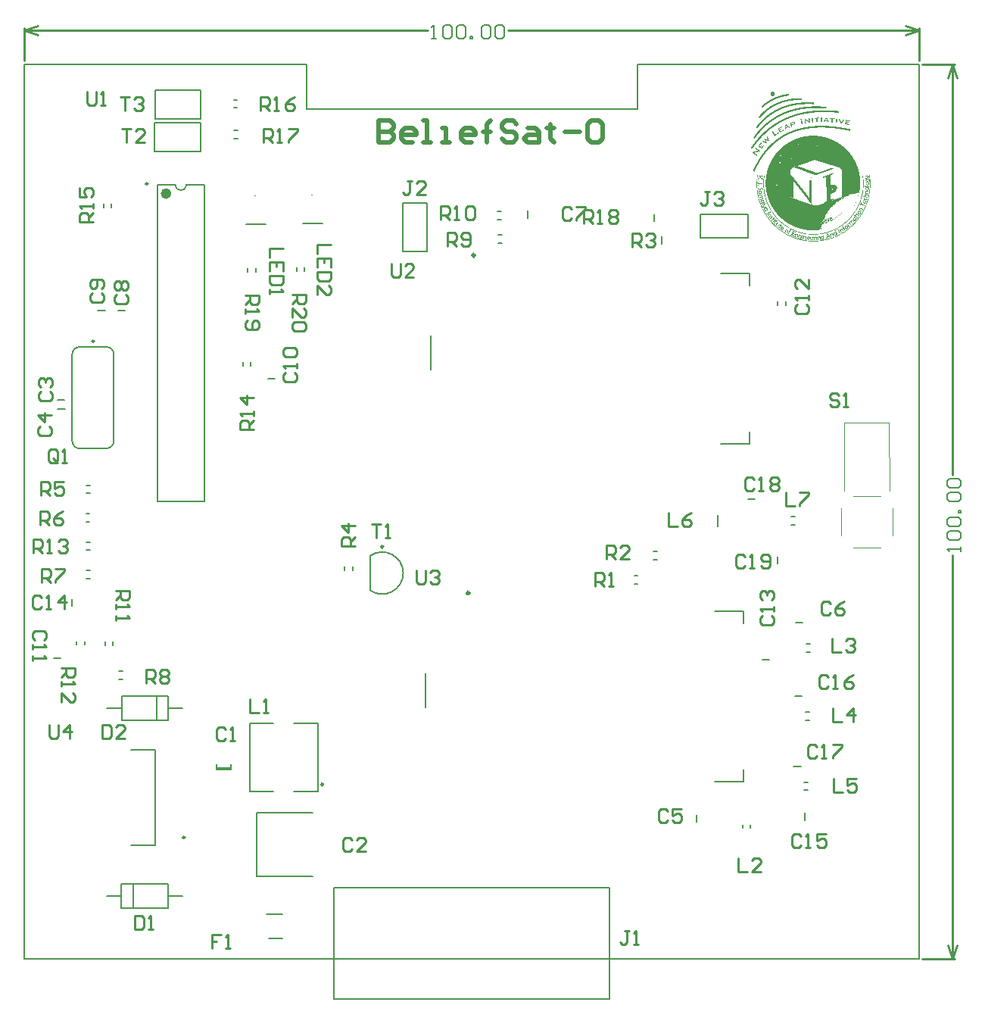
<source format=gto>
G04*
G04 #@! TF.GenerationSoftware,Altium Limited,Altium Designer,23.6.0 (18)*
G04*
G04 Layer_Color=65535*
%FSLAX44Y44*%
%MOMM*%
G71*
G04*
G04 #@! TF.SameCoordinates,AADCE73A-F72B-4A01-A8B1-447CC9BFCAD9*
G04*
G04*
G04 #@! TF.FilePolarity,Positive*
G04*
G01*
G75*
%ADD10C,0.2000*%
%ADD11C,0.2500*%
%ADD12C,0.6000*%
%ADD13C,0.3000*%
%ADD14C,0.1000*%
%ADD15C,0.1270*%
%ADD16C,0.2540*%
%ADD17C,0.5000*%
%ADD18C,0.1524*%
G36*
X836677Y969140D02*
X837233D01*
Y969071D01*
X837372D01*
Y969001D01*
X837580D01*
Y968932D01*
X837719D01*
Y968862D01*
X837789D01*
Y968793D01*
X837928D01*
Y968723D01*
X837997D01*
Y968654D01*
X838136D01*
Y968584D01*
X838206D01*
Y968445D01*
X838275D01*
Y968376D01*
X838345D01*
Y968306D01*
X838414D01*
Y968237D01*
X838484D01*
Y968167D01*
X838553D01*
Y968028D01*
X838623D01*
Y967959D01*
X838692D01*
Y967820D01*
X838762D01*
Y967611D01*
X838831D01*
Y967472D01*
X838901D01*
Y967194D01*
X838970D01*
Y966291D01*
X838901D01*
Y965943D01*
X838831D01*
Y965804D01*
X838762D01*
Y965665D01*
X838692D01*
Y965526D01*
X838623D01*
Y965387D01*
X838553D01*
Y965318D01*
X838484D01*
Y965179D01*
X838414D01*
Y965109D01*
X838345D01*
Y965040D01*
X838275D01*
Y964970D01*
X838206D01*
Y964901D01*
X838136D01*
Y964831D01*
X838067D01*
Y964762D01*
X837997D01*
Y964693D01*
X837858D01*
Y964623D01*
X837789D01*
Y964554D01*
X837650D01*
Y964484D01*
X837441D01*
Y964415D01*
X837302D01*
Y964345D01*
X837094D01*
Y964276D01*
X836677D01*
Y964206D01*
X836190D01*
Y964276D01*
X835912D01*
Y964345D01*
X835704D01*
Y964415D01*
X835496D01*
Y964484D01*
X835357D01*
Y964554D01*
X835218D01*
Y964623D01*
X835079D01*
Y964693D01*
X835009D01*
Y964762D01*
X834940D01*
Y964831D01*
X834870D01*
Y964901D01*
X834801D01*
Y964970D01*
X834731D01*
Y965040D01*
X834662D01*
Y965109D01*
X834592D01*
Y965179D01*
X834523D01*
Y965248D01*
X834453D01*
Y965387D01*
X834384D01*
Y965457D01*
Y965526D01*
X834314D01*
Y965596D01*
X834245D01*
Y965804D01*
X834175D01*
Y965943D01*
X834106D01*
Y966291D01*
X834036D01*
Y967194D01*
X834106D01*
Y967542D01*
X834175D01*
Y967681D01*
X834245D01*
Y967889D01*
X834314D01*
Y967959D01*
X834384D01*
Y968098D01*
X834453D01*
Y968167D01*
X834523D01*
Y968237D01*
X834592D01*
Y968376D01*
X834731D01*
Y968445D01*
X834801D01*
Y968515D01*
X834870D01*
Y968584D01*
X834940D01*
Y968654D01*
X835009D01*
Y968723D01*
X835079D01*
Y968793D01*
X835148D01*
Y968862D01*
X835357D01*
Y968932D01*
X835426D01*
Y969001D01*
X835635D01*
Y969071D01*
X835773D01*
Y969140D01*
X836260D01*
Y969210D01*
X836677D01*
Y969140D01*
D02*
G37*
G36*
X880458Y957118D02*
X881917D01*
Y957048D01*
X882682D01*
Y956979D01*
X882751D01*
Y956770D01*
X882682D01*
Y955936D01*
X882612D01*
Y955172D01*
X882542D01*
Y955102D01*
X882125D01*
Y955172D01*
X880597D01*
Y955241D01*
X878651D01*
Y955311D01*
X874203D01*
Y955241D01*
X872396D01*
Y955172D01*
X870868D01*
Y955102D01*
X869895D01*
Y955033D01*
X868852D01*
Y954963D01*
X868157D01*
Y954894D01*
X867393D01*
Y954824D01*
X866698D01*
Y954755D01*
X866142D01*
Y954685D01*
X865447D01*
Y954616D01*
X865030D01*
Y954547D01*
X864405D01*
Y954477D01*
X863918D01*
Y954408D01*
X863432D01*
Y954338D01*
X862945D01*
Y954268D01*
X862667D01*
Y954199D01*
X862042D01*
Y954129D01*
X861694D01*
Y954060D01*
X861347D01*
Y953990D01*
X860861D01*
Y953921D01*
X860583D01*
Y953851D01*
X860166D01*
Y953782D01*
X859818D01*
Y953712D01*
X859471D01*
Y953643D01*
X859193D01*
Y953574D01*
X858776D01*
Y953504D01*
X858428D01*
Y953435D01*
X858220D01*
Y953365D01*
X857872D01*
Y953296D01*
X857525D01*
Y953226D01*
X857247D01*
Y953157D01*
X856969D01*
Y953087D01*
X856691D01*
Y953018D01*
X856344D01*
Y952948D01*
X856135D01*
Y952879D01*
X855857D01*
Y952809D01*
X855579D01*
Y952740D01*
X855371D01*
Y952670D01*
X855023D01*
Y952601D01*
X854815D01*
Y952531D01*
X854537D01*
Y952462D01*
X854259D01*
Y952392D01*
X854050D01*
Y952323D01*
X853772D01*
Y952253D01*
X853633D01*
Y952184D01*
X853355D01*
Y952114D01*
X853147D01*
Y952045D01*
X852869D01*
Y951975D01*
X852660D01*
Y951906D01*
X852452D01*
Y951836D01*
X852174D01*
Y951767D01*
X852035D01*
Y951697D01*
X851757D01*
Y951628D01*
X851548D01*
Y951558D01*
X851340D01*
Y951489D01*
X851132D01*
Y951419D01*
X850923D01*
Y951350D01*
X850715D01*
Y951280D01*
X850506D01*
Y951211D01*
X850298D01*
Y951141D01*
X850159D01*
Y951072D01*
X849950D01*
Y951002D01*
X849742D01*
Y950933D01*
X849533D01*
Y950863D01*
X849325D01*
Y950794D01*
X849186D01*
Y950724D01*
X849047D01*
Y950655D01*
X848769D01*
Y950585D01*
X848630D01*
Y950516D01*
X848421D01*
Y950446D01*
X848282D01*
Y950377D01*
X848074D01*
Y950307D01*
X847865D01*
Y950238D01*
X847726D01*
Y950168D01*
X847518D01*
Y950099D01*
X847379D01*
Y950029D01*
X847170D01*
Y949960D01*
X847031D01*
Y949890D01*
X846823D01*
Y949821D01*
X846684D01*
Y949751D01*
X846545D01*
Y949682D01*
X846337D01*
Y949612D01*
X846198D01*
Y949543D01*
X845989D01*
Y949473D01*
X845850D01*
Y949404D01*
X845711D01*
Y949334D01*
X845503D01*
Y949265D01*
X845364D01*
Y949195D01*
X845225D01*
Y949126D01*
X845086D01*
Y949056D01*
X844947D01*
Y948987D01*
X844738D01*
Y948917D01*
X844599D01*
Y948848D01*
X844460D01*
Y948779D01*
X844321D01*
Y948709D01*
X844182D01*
Y948640D01*
X844043D01*
Y948570D01*
X843904D01*
Y948501D01*
X843696D01*
Y948431D01*
X843626D01*
Y948362D01*
X843418D01*
Y948292D01*
X843279D01*
Y948223D01*
X843209D01*
Y948153D01*
X843001D01*
Y948084D01*
X842931D01*
Y948014D01*
X842723D01*
Y947945D01*
X842584D01*
Y947875D01*
X842445D01*
Y947806D01*
X842306D01*
Y947736D01*
X842167D01*
Y947667D01*
X842028D01*
Y947597D01*
X841889D01*
Y947528D01*
X841750D01*
Y947458D01*
X841681D01*
Y947389D01*
X841542D01*
Y947319D01*
X841333D01*
Y947250D01*
X841264D01*
Y947180D01*
X841124D01*
Y947111D01*
X840985D01*
Y947041D01*
X840847D01*
Y946972D01*
X840777D01*
Y946902D01*
X840638D01*
Y946833D01*
X840499D01*
Y946763D01*
X840360D01*
Y946694D01*
X840221D01*
Y946624D01*
X840152D01*
Y946555D01*
X840013D01*
Y946485D01*
X839874D01*
Y946416D01*
X839735D01*
Y946346D01*
X839596D01*
Y946277D01*
X839526D01*
Y946207D01*
X839387D01*
Y946138D01*
X839248D01*
Y946068D01*
X839109D01*
Y945999D01*
X839040D01*
Y945929D01*
X838901D01*
Y945860D01*
X838762D01*
Y945790D01*
X838692D01*
Y945721D01*
X838553D01*
Y945651D01*
X838414D01*
Y945582D01*
X838345D01*
Y945512D01*
X838206D01*
Y945443D01*
X838136D01*
Y945373D01*
X837997D01*
Y945304D01*
X837858D01*
Y945234D01*
X837789D01*
Y945165D01*
X837650D01*
Y945095D01*
X837580D01*
Y945026D01*
X837441D01*
Y944956D01*
X837302D01*
Y944887D01*
X837233D01*
Y944817D01*
X837094D01*
Y944748D01*
X837024D01*
Y944678D01*
X836885D01*
Y944609D01*
X836816D01*
Y944539D01*
X836677D01*
Y944470D01*
X836538D01*
Y944400D01*
X836469D01*
Y944331D01*
X836329D01*
Y944261D01*
X836260D01*
Y944192D01*
X836121D01*
Y944122D01*
X836051D01*
Y944053D01*
X835912D01*
Y943984D01*
X835773D01*
Y943914D01*
X835704D01*
Y943845D01*
X835565D01*
Y943775D01*
X835496D01*
Y943706D01*
X835426D01*
Y943636D01*
X835287D01*
Y943567D01*
X835218D01*
Y943497D01*
X835079D01*
Y943428D01*
X835009D01*
Y943358D01*
X834870D01*
Y943288D01*
X834801D01*
Y943219D01*
X834731D01*
Y943149D01*
X834592D01*
Y943080D01*
X834523D01*
Y943011D01*
X834384D01*
Y942872D01*
X834245D01*
Y942802D01*
X834106D01*
Y942733D01*
X834036D01*
Y942663D01*
X833897D01*
Y942594D01*
X833828D01*
Y942524D01*
X833758D01*
Y942455D01*
X833689D01*
Y942385D01*
X833550D01*
Y942316D01*
X833480D01*
Y942246D01*
X833411D01*
Y942177D01*
X833272D01*
Y942107D01*
X833202D01*
Y942038D01*
X833063D01*
Y941968D01*
X832994D01*
Y941899D01*
X832924D01*
Y941829D01*
X832855D01*
Y941760D01*
X832716D01*
Y941690D01*
X832646D01*
Y941621D01*
X832507D01*
Y941551D01*
X832438D01*
Y941482D01*
X832368D01*
Y941412D01*
X832299D01*
Y941343D01*
X832160D01*
Y941273D01*
X832090D01*
Y941204D01*
X832021D01*
Y941134D01*
X831882D01*
Y941065D01*
X831812D01*
Y940995D01*
X831743D01*
Y940926D01*
X831604D01*
Y940856D01*
X831534D01*
Y940787D01*
X831465D01*
Y940717D01*
X831395D01*
Y940648D01*
X831326D01*
Y940578D01*
X831256D01*
Y940509D01*
X831117D01*
Y940439D01*
X831048D01*
Y940370D01*
X830978D01*
Y940300D01*
X830839D01*
Y940231D01*
X830770D01*
Y940161D01*
X830701D01*
Y940092D01*
X830631D01*
Y940022D01*
X830492D01*
Y939953D01*
X830423D01*
Y939883D01*
X830353D01*
Y939814D01*
X830284D01*
Y939744D01*
X830214D01*
Y939675D01*
X830075D01*
Y939605D01*
X830006D01*
Y939536D01*
X829936D01*
Y939466D01*
X829867D01*
Y939397D01*
X829797D01*
Y939327D01*
X829728D01*
Y939258D01*
X829658D01*
Y939188D01*
X829589D01*
Y939119D01*
X829450D01*
Y939050D01*
X829380D01*
Y938980D01*
X829311D01*
Y938911D01*
X829241D01*
Y938841D01*
X829172D01*
Y938772D01*
X829102D01*
Y938702D01*
X829033D01*
Y938633D01*
X828894D01*
Y938563D01*
X828824D01*
Y938493D01*
X828755D01*
Y938424D01*
X828685D01*
Y938354D01*
X828616D01*
Y938285D01*
X828546D01*
Y938215D01*
X828477D01*
Y938146D01*
X828407D01*
Y938077D01*
X828338D01*
Y938007D01*
X828199D01*
Y937868D01*
X828060D01*
Y937799D01*
X827990D01*
Y937729D01*
X827921D01*
Y937660D01*
X827851D01*
Y937590D01*
X827782D01*
Y937521D01*
X827712D01*
Y937451D01*
X827643D01*
Y937382D01*
X827573D01*
Y937312D01*
X827504D01*
Y937243D01*
X827434D01*
Y937173D01*
X827365D01*
Y937104D01*
X827295D01*
Y937034D01*
X827226D01*
Y936965D01*
X827087D01*
Y936895D01*
X827017D01*
Y936826D01*
X826948D01*
Y936756D01*
X826878D01*
Y936687D01*
X826809D01*
Y936617D01*
X826739D01*
Y936548D01*
X826670D01*
Y936478D01*
X826600D01*
Y936409D01*
X826531D01*
Y936339D01*
X826461D01*
Y936270D01*
X826392D01*
Y936200D01*
X826322D01*
Y936131D01*
X826253D01*
Y936061D01*
X826183D01*
Y935992D01*
X826114D01*
Y935922D01*
X826044D01*
Y935853D01*
X825975D01*
Y935783D01*
X825906D01*
Y935714D01*
X825836D01*
Y935644D01*
X825767D01*
Y935575D01*
X825697D01*
Y935505D01*
X825628D01*
Y935436D01*
X825558D01*
Y935366D01*
X825489D01*
Y935297D01*
X825419D01*
Y935158D01*
X825280D01*
Y935088D01*
X825210D01*
Y934949D01*
X825141D01*
Y934880D01*
X825072D01*
Y934810D01*
X825002D01*
Y934741D01*
X824933D01*
Y934671D01*
X824863D01*
Y934602D01*
X824794D01*
Y934532D01*
X824724D01*
Y934463D01*
X824655D01*
Y934393D01*
X824585D01*
Y934324D01*
X824516D01*
Y934254D01*
X824446D01*
Y934185D01*
X824377D01*
Y934115D01*
X824307D01*
Y934046D01*
X824238D01*
Y933976D01*
X824168D01*
Y933838D01*
X824029D01*
Y933699D01*
X823960D01*
Y933629D01*
X823890D01*
Y933559D01*
X823821D01*
Y933490D01*
X823751D01*
Y933420D01*
X823682D01*
Y933351D01*
X823612D01*
Y933281D01*
X823543D01*
Y933212D01*
X823473D01*
Y933142D01*
X823404D01*
Y933003D01*
X823334D01*
Y932934D01*
X823265D01*
Y932865D01*
X823195D01*
Y932795D01*
X823126D01*
Y932726D01*
X823056D01*
Y932656D01*
X822987D01*
Y932587D01*
X822917D01*
Y932448D01*
X822848D01*
Y932378D01*
X822778D01*
Y932309D01*
X822709D01*
Y932239D01*
X822639D01*
Y932170D01*
X822570D01*
Y932100D01*
X822500D01*
Y932031D01*
X822431D01*
Y931961D01*
X822361D01*
Y931822D01*
X822292D01*
Y931753D01*
X822222D01*
Y931683D01*
X822153D01*
Y931614D01*
X822083D01*
Y931544D01*
X822014D01*
Y931405D01*
X821944D01*
Y931336D01*
X821875D01*
Y931266D01*
X821805D01*
Y931197D01*
X821736D01*
Y931127D01*
X821666D01*
Y930988D01*
X821597D01*
Y930919D01*
X821527D01*
Y930849D01*
X821458D01*
Y930780D01*
X821388D01*
Y930641D01*
X821249D01*
Y930502D01*
X821180D01*
Y930432D01*
X821110D01*
Y930363D01*
X821041D01*
Y930224D01*
X820972D01*
Y930154D01*
X820902D01*
Y930085D01*
X820833D01*
Y930015D01*
X820763D01*
Y929946D01*
X820694D01*
Y929807D01*
X820624D01*
Y929737D01*
X820555D01*
Y929668D01*
X820485D01*
Y929529D01*
X820415D01*
Y929459D01*
X820346D01*
Y929390D01*
X820276D01*
Y929320D01*
X820207D01*
Y929181D01*
X820138D01*
Y929112D01*
X820068D01*
Y929042D01*
X819999D01*
Y928903D01*
X819929D01*
Y928834D01*
X819860D01*
Y928764D01*
X819790D01*
Y928625D01*
X819721D01*
Y928556D01*
X819651D01*
Y928486D01*
X819582D01*
Y928347D01*
X819512D01*
Y928278D01*
X819443D01*
Y928208D01*
X819373D01*
Y928139D01*
X819234D01*
Y928208D01*
X819165D01*
Y928278D01*
X819095D01*
Y928347D01*
X818956D01*
Y928417D01*
X818887D01*
Y928486D01*
X818748D01*
Y928556D01*
X818678D01*
Y928625D01*
X818609D01*
Y928695D01*
X818470D01*
Y928764D01*
X818400D01*
Y928834D01*
X818331D01*
Y928903D01*
X818261D01*
Y928973D01*
X818122D01*
Y929042D01*
X818053D01*
Y929112D01*
X817983D01*
Y929181D01*
X817844D01*
Y929390D01*
X817914D01*
Y929459D01*
X817983D01*
Y929529D01*
X818053D01*
Y929668D01*
X818122D01*
Y929737D01*
X818192D01*
Y929807D01*
X818261D01*
Y929946D01*
X818331D01*
Y930015D01*
X818400D01*
Y930154D01*
X818470D01*
Y930224D01*
X818539D01*
Y930293D01*
X818609D01*
Y930432D01*
X818678D01*
Y930502D01*
X818748D01*
Y930571D01*
X818817D01*
Y930641D01*
X818887D01*
Y930780D01*
X818956D01*
Y930849D01*
X819026D01*
Y930919D01*
X819095D01*
Y930988D01*
X819165D01*
Y931127D01*
X819234D01*
Y931197D01*
X819304D01*
Y931266D01*
X819373D01*
Y931336D01*
X819443D01*
Y931475D01*
X819512D01*
Y931544D01*
X819582D01*
Y931614D01*
X819651D01*
Y931683D01*
X819721D01*
Y931822D01*
X819790D01*
Y931892D01*
X819860D01*
Y931961D01*
X819929D01*
Y932031D01*
X819999D01*
Y932100D01*
X820068D01*
Y932239D01*
X820138D01*
Y932309D01*
X820207D01*
Y932378D01*
X820276D01*
Y932448D01*
X820346D01*
Y932517D01*
X820415D01*
Y932656D01*
X820485D01*
Y932726D01*
X820555D01*
Y932795D01*
X820624D01*
Y932865D01*
X820694D01*
Y932934D01*
X820763D01*
Y933073D01*
X820833D01*
Y933142D01*
X820902D01*
Y933212D01*
X820972D01*
Y933281D01*
X821041D01*
Y933351D01*
X821110D01*
Y933420D01*
X821180D01*
Y933559D01*
X821249D01*
Y933629D01*
X821388D01*
Y933768D01*
X821458D01*
Y933838D01*
X821527D01*
Y933907D01*
X821597D01*
Y933976D01*
X821666D01*
Y934046D01*
X821736D01*
Y934185D01*
X821875D01*
Y934324D01*
X821944D01*
Y934393D01*
X822014D01*
Y934463D01*
X822083D01*
Y934532D01*
X822153D01*
Y934602D01*
X822222D01*
Y934671D01*
X822292D01*
Y934741D01*
X822361D01*
Y934880D01*
X822431D01*
Y934949D01*
X822500D01*
Y935019D01*
X822570D01*
Y935088D01*
X822639D01*
Y935158D01*
X822709D01*
Y935227D01*
X822778D01*
Y935297D01*
X822848D01*
Y935366D01*
X822917D01*
Y935436D01*
X822987D01*
Y935505D01*
X823056D01*
Y935644D01*
X823195D01*
Y935714D01*
X823265D01*
Y935853D01*
X823334D01*
Y935922D01*
X823404D01*
Y935992D01*
X823473D01*
Y936061D01*
X823543D01*
Y936131D01*
X823612D01*
Y936200D01*
X823682D01*
Y936270D01*
X823751D01*
Y936339D01*
X823821D01*
Y936409D01*
X823890D01*
Y936478D01*
X823960D01*
Y936548D01*
X824029D01*
Y936617D01*
X824099D01*
Y936687D01*
X824168D01*
Y936756D01*
X824238D01*
Y936826D01*
X824307D01*
Y936895D01*
X824377D01*
Y936965D01*
X824446D01*
Y937034D01*
X824516D01*
Y937104D01*
X824585D01*
Y937173D01*
X824655D01*
Y937243D01*
X824724D01*
Y937312D01*
X824794D01*
Y937382D01*
X824863D01*
Y937451D01*
X824933D01*
Y937521D01*
X825002D01*
Y937590D01*
X825072D01*
Y937660D01*
X825141D01*
Y937729D01*
X825210D01*
Y937799D01*
X825280D01*
Y937868D01*
X825350D01*
Y937938D01*
X825419D01*
Y938007D01*
X825489D01*
Y938077D01*
X825558D01*
Y938146D01*
X825628D01*
Y938215D01*
X825697D01*
Y938285D01*
X825767D01*
Y938354D01*
X825836D01*
Y938424D01*
X825906D01*
Y938493D01*
X825975D01*
Y938563D01*
X826044D01*
Y938633D01*
X826114D01*
Y938702D01*
X826183D01*
Y938772D01*
X826253D01*
Y938841D01*
X826392D01*
Y938911D01*
X826461D01*
Y938980D01*
X826531D01*
Y939050D01*
X826600D01*
Y939119D01*
X826670D01*
Y939188D01*
X826739D01*
Y939258D01*
X826809D01*
Y939327D01*
X826878D01*
Y939397D01*
X826948D01*
Y939466D01*
X827017D01*
Y939536D01*
X827087D01*
Y939605D01*
X827156D01*
Y939675D01*
X827295D01*
Y939744D01*
X827365D01*
Y939814D01*
X827434D01*
Y939883D01*
X827504D01*
Y939953D01*
X827573D01*
Y940022D01*
X827712D01*
Y940161D01*
X827782D01*
Y940231D01*
X827921D01*
Y940300D01*
X827990D01*
Y940370D01*
X828060D01*
Y940439D01*
X828129D01*
Y940509D01*
X828199D01*
Y940578D01*
X828268D01*
Y940648D01*
X828338D01*
Y940717D01*
X828407D01*
Y940787D01*
X828477D01*
Y940856D01*
X828616D01*
Y940995D01*
X828755D01*
Y941065D01*
X828824D01*
Y941134D01*
X828963D01*
Y941204D01*
X829033D01*
Y941273D01*
X829102D01*
Y941343D01*
X829172D01*
Y941412D01*
X829241D01*
Y941482D01*
X829380D01*
Y941551D01*
X829450D01*
Y941621D01*
X829519D01*
Y941690D01*
X829589D01*
Y941760D01*
X829658D01*
Y941829D01*
X829728D01*
Y941899D01*
X829867D01*
Y941968D01*
X829936D01*
Y942038D01*
X830006D01*
Y942107D01*
X830075D01*
Y942177D01*
X830214D01*
Y942246D01*
X830284D01*
Y942316D01*
X830353D01*
Y942385D01*
X830423D01*
Y942455D01*
X830562D01*
Y942524D01*
X830631D01*
Y942594D01*
X830701D01*
Y942663D01*
X830839D01*
Y942733D01*
X830909D01*
Y942802D01*
X830978D01*
Y942872D01*
X831048D01*
Y942941D01*
X831117D01*
Y943011D01*
X831256D01*
Y943080D01*
X831326D01*
Y943149D01*
X831395D01*
Y943219D01*
X831534D01*
Y943288D01*
X831604D01*
Y943358D01*
X831673D01*
Y943428D01*
X831812D01*
Y943497D01*
X831882D01*
Y943567D01*
X831951D01*
Y943636D01*
X832090D01*
Y943706D01*
X832160D01*
Y943775D01*
X832229D01*
Y943845D01*
X832368D01*
Y943914D01*
X832438D01*
Y943984D01*
X832577D01*
Y944053D01*
X832646D01*
Y944122D01*
X832716D01*
Y944192D01*
X832855D01*
Y944261D01*
X832924D01*
Y944331D01*
X832994D01*
Y944400D01*
X833133D01*
Y944470D01*
X833202D01*
Y944539D01*
X833272D01*
Y944609D01*
X833411D01*
Y944678D01*
X833480D01*
Y944748D01*
X833619D01*
Y944817D01*
X833689D01*
Y944887D01*
X833828D01*
Y944956D01*
X833897D01*
Y945026D01*
X833967D01*
Y945095D01*
X834106D01*
Y945165D01*
X834245D01*
Y945234D01*
X834314D01*
Y945304D01*
X834384D01*
Y945373D01*
X834523D01*
Y945443D01*
X834592D01*
Y945512D01*
X834731D01*
Y945582D01*
X834801D01*
Y945651D01*
X834940D01*
Y945721D01*
X835009D01*
Y945790D01*
X835148D01*
Y945860D01*
X835287D01*
Y945929D01*
X835357D01*
Y945999D01*
X835496D01*
Y946068D01*
X835565D01*
Y946138D01*
X835635D01*
Y946207D01*
X835773D01*
Y946277D01*
X835843D01*
Y946346D01*
X835982D01*
Y946416D01*
X836121D01*
Y946485D01*
X836190D01*
Y946555D01*
X836329D01*
Y946624D01*
X836469D01*
Y946694D01*
X836538D01*
Y946763D01*
X836677D01*
Y946833D01*
X836746D01*
Y946902D01*
X836885D01*
Y946972D01*
X837024D01*
Y947041D01*
X837094D01*
Y947111D01*
X837233D01*
Y947180D01*
X837372D01*
Y947250D01*
X837441D01*
Y947319D01*
X837580D01*
Y947389D01*
X837650D01*
Y947458D01*
X837789D01*
Y947528D01*
X837928D01*
Y947597D01*
X837997D01*
Y947667D01*
X838136D01*
Y947736D01*
X838275D01*
Y947806D01*
X838414D01*
Y947875D01*
X838484D01*
Y947945D01*
X838623D01*
Y948014D01*
X838762D01*
Y948084D01*
X838901D01*
Y948153D01*
X838970D01*
Y948223D01*
X839109D01*
Y948292D01*
X839248D01*
Y948362D01*
X839387D01*
Y948431D01*
X839526D01*
Y948501D01*
X839596D01*
Y948570D01*
X839735D01*
Y948640D01*
X839874D01*
Y948709D01*
X840013D01*
Y948779D01*
X840152D01*
Y948848D01*
X840291D01*
Y948917D01*
X840360D01*
Y948987D01*
X840499D01*
Y949056D01*
X840638D01*
Y949126D01*
X840777D01*
Y949195D01*
X840916D01*
Y949265D01*
X841055D01*
Y949334D01*
X841194D01*
Y949404D01*
X841333D01*
Y949473D01*
X841472D01*
Y949543D01*
X841611D01*
Y949612D01*
X841750D01*
Y949682D01*
X841889D01*
Y949751D01*
X841958D01*
Y949821D01*
X842167D01*
Y949890D01*
X842306D01*
Y949960D01*
X842445D01*
Y950029D01*
X842584D01*
Y950099D01*
X842723D01*
Y950168D01*
X842862D01*
Y950238D01*
X843001D01*
Y950307D01*
X843140D01*
Y950377D01*
X843348D01*
Y950446D01*
X843418D01*
Y950516D01*
X843626D01*
Y950585D01*
X843765D01*
Y950655D01*
X843904D01*
Y950724D01*
X844043D01*
Y950794D01*
X844252D01*
Y950863D01*
X844391D01*
Y950933D01*
X844460D01*
Y951002D01*
X844738D01*
Y951072D01*
X844808D01*
Y951141D01*
X845016D01*
Y951211D01*
X845155D01*
Y951280D01*
X845364D01*
Y951350D01*
X845503D01*
Y951419D01*
X845642D01*
Y951489D01*
X845850D01*
Y951558D01*
X845989D01*
Y951628D01*
X846128D01*
Y951697D01*
X846337D01*
Y951767D01*
X846476D01*
Y951836D01*
X846684D01*
Y951906D01*
X846823D01*
Y951975D01*
X847031D01*
Y952045D01*
X847170D01*
Y952114D01*
X847309D01*
Y952184D01*
X847518D01*
Y952253D01*
X847726D01*
Y952323D01*
X847935D01*
Y952392D01*
X848074D01*
Y952462D01*
X848282D01*
Y952531D01*
X848491D01*
Y952601D01*
X848630D01*
Y952670D01*
X848838D01*
Y952740D01*
X849047D01*
Y952809D01*
X849255D01*
Y952879D01*
X849394D01*
Y952948D01*
X849603D01*
Y953018D01*
X849811D01*
Y953087D01*
X849950D01*
Y953157D01*
X850228D01*
Y953226D01*
X850367D01*
Y953296D01*
X850645D01*
Y953365D01*
X850854D01*
Y953435D01*
X851062D01*
Y953504D01*
X851271D01*
Y953574D01*
X851410D01*
Y953643D01*
X851687D01*
Y953712D01*
X851965D01*
Y953782D01*
X852174D01*
Y953851D01*
X852382D01*
Y953921D01*
X852591D01*
Y953990D01*
X852869D01*
Y954060D01*
X853077D01*
Y954129D01*
X853355D01*
Y954199D01*
X853633D01*
Y954268D01*
X853772D01*
Y954338D01*
X854050D01*
Y954408D01*
X854259D01*
Y954477D01*
X854606D01*
Y954547D01*
X854815D01*
Y954616D01*
X855093D01*
Y954685D01*
X855371D01*
Y954755D01*
X855649D01*
Y954824D01*
X855996D01*
Y954894D01*
X856205D01*
Y954963D01*
X856482D01*
Y955033D01*
X856760D01*
Y955102D01*
X857038D01*
Y955172D01*
X857386D01*
Y955241D01*
X857664D01*
Y955311D01*
X858011D01*
Y955380D01*
X858289D01*
Y955450D01*
X858567D01*
Y955519D01*
X858984D01*
Y955589D01*
X859262D01*
Y955658D01*
X859749D01*
Y955728D01*
X860096D01*
Y955797D01*
X860374D01*
Y955867D01*
X860791D01*
Y955936D01*
X861139D01*
Y956006D01*
X861625D01*
Y956075D01*
X861973D01*
Y956145D01*
X862459D01*
Y956214D01*
X862876D01*
Y956284D01*
X863362D01*
Y956353D01*
X863918D01*
Y956423D01*
X864266D01*
Y956492D01*
X864961D01*
Y956562D01*
X865378D01*
Y956631D01*
X866073D01*
Y956701D01*
X866768D01*
Y956770D01*
X867324D01*
Y956840D01*
X868227D01*
Y956909D01*
X868852D01*
Y956979D01*
X869964D01*
Y957048D01*
X871076D01*
Y957118D01*
X872396D01*
Y957187D01*
X880458D01*
Y957118D01*
D02*
G37*
G36*
X854745Y966291D02*
X854815D01*
Y965804D01*
X854884D01*
Y965179D01*
X854954D01*
Y964831D01*
X854884D01*
Y964762D01*
X854606D01*
Y964693D01*
X853981D01*
Y964623D01*
X853564D01*
Y964554D01*
X853008D01*
Y964484D01*
X852591D01*
Y964415D01*
X852243D01*
Y964345D01*
X851687D01*
Y964276D01*
X851340D01*
Y964206D01*
X850923D01*
Y964137D01*
X850576D01*
Y964067D01*
X850228D01*
Y963997D01*
X849811D01*
Y963928D01*
X849533D01*
Y963858D01*
X849116D01*
Y963789D01*
X848908D01*
Y963720D01*
X848560D01*
Y963650D01*
X848213D01*
Y963581D01*
X848074D01*
Y963511D01*
X847726D01*
Y963442D01*
X847448D01*
Y963372D01*
X847170D01*
Y963303D01*
X846892D01*
Y963233D01*
X846615D01*
Y963164D01*
X846337D01*
Y963094D01*
X846128D01*
Y963025D01*
X845850D01*
Y962955D01*
X845642D01*
Y962886D01*
X845364D01*
Y962816D01*
X845155D01*
Y962747D01*
X844947D01*
Y962677D01*
X844669D01*
Y962608D01*
X844460D01*
Y962538D01*
X844252D01*
Y962469D01*
X844043D01*
Y962399D01*
X843835D01*
Y962330D01*
X843626D01*
Y962260D01*
X843418D01*
Y962191D01*
X843209D01*
Y962121D01*
X843001D01*
Y962052D01*
X842792D01*
Y961982D01*
X842584D01*
Y961913D01*
X842445D01*
Y961843D01*
X842167D01*
Y961774D01*
X842097D01*
Y961704D01*
X841819D01*
Y961635D01*
X841681D01*
Y961565D01*
X841472D01*
Y961496D01*
X841264D01*
Y961426D01*
X841124D01*
Y961357D01*
X840916D01*
Y961287D01*
X840777D01*
Y961218D01*
X840638D01*
Y961148D01*
X840430D01*
Y961079D01*
X840291D01*
Y961009D01*
X840082D01*
Y960940D01*
X839943D01*
Y960870D01*
X839735D01*
Y960801D01*
X839596D01*
Y960731D01*
X839457D01*
Y960662D01*
X839248D01*
Y960592D01*
X839179D01*
Y960523D01*
X838970D01*
Y960453D01*
X838831D01*
Y960384D01*
X838692D01*
Y960314D01*
X838484D01*
Y960245D01*
X838414D01*
Y960175D01*
X838206D01*
Y960106D01*
X838067D01*
Y960036D01*
X837928D01*
Y959967D01*
X837789D01*
Y959897D01*
X837650D01*
Y959828D01*
X837511D01*
Y959759D01*
X837372D01*
Y959689D01*
X837233D01*
Y959620D01*
X837094D01*
Y959550D01*
X836955D01*
Y959481D01*
X836816D01*
Y959411D01*
X836677D01*
Y959342D01*
X836538D01*
Y959272D01*
X836399D01*
Y959202D01*
X836260D01*
Y959133D01*
X836121D01*
Y959063D01*
X836051D01*
Y958994D01*
X835843D01*
Y958924D01*
X835773D01*
Y958855D01*
X835565D01*
Y958785D01*
X835496D01*
Y958716D01*
X835357D01*
Y958647D01*
X835218D01*
Y958577D01*
X835148D01*
Y958508D01*
X835009D01*
Y958438D01*
X834870D01*
Y958369D01*
X834731D01*
Y958299D01*
X834592D01*
Y958230D01*
X834523D01*
Y958160D01*
X834384D01*
Y958091D01*
X834245D01*
Y958021D01*
X834106D01*
Y957952D01*
X834036D01*
Y957882D01*
X833897D01*
Y957813D01*
X833758D01*
Y957743D01*
X833689D01*
Y957674D01*
X833550D01*
Y957604D01*
X833480D01*
Y957535D01*
X833341D01*
Y957465D01*
X833272D01*
Y957396D01*
X833133D01*
Y957326D01*
X832994D01*
Y957257D01*
X832924D01*
Y957187D01*
X832785D01*
Y957118D01*
X832716D01*
Y957048D01*
X832577D01*
Y956979D01*
X832438D01*
Y956909D01*
X832368D01*
Y956840D01*
X832229D01*
Y956770D01*
X832160D01*
Y956701D01*
X832021D01*
Y956631D01*
X831951D01*
Y956562D01*
X831812D01*
Y956492D01*
X831743D01*
Y956423D01*
X831673D01*
Y956353D01*
X831534D01*
Y956284D01*
X831465D01*
Y956214D01*
X831326D01*
Y956145D01*
X831256D01*
Y956075D01*
X831117D01*
Y956006D01*
X831048D01*
Y955936D01*
X830909D01*
Y955867D01*
X830839D01*
Y955797D01*
X830701D01*
Y955728D01*
X830631D01*
Y955658D01*
X830492D01*
Y955589D01*
X830423D01*
Y955519D01*
X830353D01*
Y955450D01*
X830284D01*
Y955380D01*
X830145D01*
Y955311D01*
X830075D01*
Y955241D01*
X830006D01*
Y955172D01*
X829867D01*
Y955102D01*
X829797D01*
Y955033D01*
X829728D01*
Y954963D01*
X829589D01*
Y954894D01*
X829519D01*
Y954824D01*
X829450D01*
Y954755D01*
X829311D01*
Y954685D01*
X829241D01*
Y954616D01*
X829102D01*
Y954547D01*
X829033D01*
Y954477D01*
X828963D01*
Y954408D01*
X828894D01*
Y954338D01*
X828755D01*
Y954268D01*
X828685D01*
Y954199D01*
X828616D01*
Y954129D01*
X828546D01*
Y954060D01*
X828477D01*
Y953990D01*
X828338D01*
Y953921D01*
X828268D01*
Y953851D01*
X828199D01*
Y953782D01*
X828129D01*
Y953712D01*
X827990D01*
Y953643D01*
X827921D01*
Y953574D01*
X827851D01*
Y953504D01*
X827782D01*
Y953435D01*
X827712D01*
Y953365D01*
X827573D01*
Y953296D01*
X827504D01*
Y953226D01*
X827434D01*
Y953157D01*
X827365D01*
Y953087D01*
X827295D01*
Y953018D01*
X827226D01*
Y952948D01*
X827087D01*
Y952879D01*
X827017D01*
Y952809D01*
X826948D01*
Y952740D01*
X826878D01*
Y952670D01*
X826809D01*
Y952601D01*
X826739D01*
Y952531D01*
X826600D01*
Y952462D01*
X826531D01*
Y952392D01*
X826461D01*
Y952323D01*
X826392D01*
Y952253D01*
X826322D01*
Y952184D01*
X826253D01*
Y952114D01*
X826183D01*
Y952045D01*
X826114D01*
Y951975D01*
X826044D01*
Y951906D01*
X825906D01*
Y951836D01*
X825836D01*
Y951767D01*
X825767D01*
Y951697D01*
X825697D01*
Y951628D01*
X825628D01*
Y951558D01*
X825558D01*
Y951489D01*
X825489D01*
Y951419D01*
X825419D01*
Y951350D01*
X825350D01*
Y951280D01*
X825280D01*
Y951211D01*
X825210D01*
Y951141D01*
X825141D01*
Y951072D01*
X825072D01*
Y951002D01*
X824863D01*
Y951072D01*
X824794D01*
Y951141D01*
X824724D01*
Y951211D01*
X824655D01*
Y951280D01*
X824585D01*
Y951350D01*
X824516D01*
Y951419D01*
X824446D01*
Y951489D01*
X824377D01*
Y951558D01*
X824307D01*
Y951628D01*
X824238D01*
Y951697D01*
X824168D01*
Y951767D01*
X824099D01*
Y951836D01*
X824029D01*
Y951906D01*
X823960D01*
Y951975D01*
X823890D01*
Y952045D01*
X823821D01*
Y952114D01*
X823751D01*
Y952184D01*
X823682D01*
Y952462D01*
X823751D01*
Y952531D01*
X823890D01*
Y952601D01*
X823960D01*
Y952740D01*
X824029D01*
Y952809D01*
X824099D01*
Y952879D01*
X824238D01*
Y952948D01*
X824307D01*
Y953018D01*
X824377D01*
Y953087D01*
X824446D01*
Y953157D01*
X824516D01*
Y953226D01*
X824585D01*
Y953296D01*
X824655D01*
Y953365D01*
X824724D01*
Y953435D01*
X824794D01*
Y953504D01*
X824933D01*
Y953574D01*
X825002D01*
Y953643D01*
X825072D01*
Y953712D01*
X825141D01*
Y953782D01*
X825210D01*
Y953851D01*
X825280D01*
Y953921D01*
X825350D01*
Y953990D01*
X825419D01*
Y954060D01*
X825489D01*
Y954129D01*
X825558D01*
Y954199D01*
X825697D01*
Y954268D01*
X825767D01*
Y954338D01*
X825836D01*
Y954408D01*
X825906D01*
Y954477D01*
X825975D01*
Y954547D01*
X826114D01*
Y954616D01*
X826183D01*
Y954685D01*
X826253D01*
Y954755D01*
X826322D01*
Y954824D01*
X826392D01*
Y954894D01*
X826461D01*
Y954963D01*
X826600D01*
Y955033D01*
X826670D01*
Y955102D01*
X826739D01*
Y955172D01*
X826809D01*
Y955241D01*
X826878D01*
Y955311D01*
X827017D01*
Y955380D01*
X827087D01*
Y955450D01*
X827156D01*
Y955519D01*
X827226D01*
Y955589D01*
X827365D01*
Y955658D01*
X827434D01*
Y955728D01*
X827504D01*
Y955797D01*
X827573D01*
Y955867D01*
X827712D01*
Y955936D01*
X827782D01*
Y956006D01*
X827851D01*
Y956075D01*
X827921D01*
Y956145D01*
X828060D01*
Y956214D01*
X828129D01*
Y956284D01*
X828199D01*
Y956353D01*
X828338D01*
Y956423D01*
X828407D01*
Y956492D01*
X828546D01*
Y956562D01*
X828616D01*
Y956631D01*
X828685D01*
Y956701D01*
X828755D01*
Y956770D01*
X828894D01*
Y956840D01*
X828963D01*
Y956909D01*
X829033D01*
Y956979D01*
X829172D01*
Y957048D01*
X829241D01*
Y957118D01*
X829311D01*
Y957187D01*
X829450D01*
Y957257D01*
X829519D01*
Y957326D01*
X829658D01*
Y957396D01*
X829728D01*
Y957465D01*
X829867D01*
Y957535D01*
X829936D01*
Y957604D01*
X830006D01*
Y957674D01*
X830145D01*
Y957743D01*
X830214D01*
Y957813D01*
X830353D01*
Y957882D01*
X830423D01*
Y957952D01*
X830562D01*
Y958021D01*
X830631D01*
Y958091D01*
X830701D01*
Y958160D01*
X830839D01*
Y958230D01*
X830909D01*
Y958299D01*
X831048D01*
Y958369D01*
X831187D01*
Y958438D01*
X831256D01*
Y958508D01*
X831395D01*
Y958577D01*
X831465D01*
Y958647D01*
X831604D01*
Y958716D01*
X831743D01*
Y958785D01*
X831812D01*
Y958855D01*
X831951D01*
Y958924D01*
X832021D01*
Y958994D01*
X832160D01*
Y959063D01*
X832229D01*
Y959133D01*
X832368D01*
Y959202D01*
X832507D01*
Y959272D01*
X832577D01*
Y959342D01*
X832716D01*
Y959411D01*
X832855D01*
Y959481D01*
X832924D01*
Y959550D01*
X833063D01*
Y959620D01*
X833133D01*
Y959689D01*
X833272D01*
Y959759D01*
X833341D01*
Y959828D01*
X833550D01*
Y959897D01*
X833619D01*
Y959967D01*
X833758D01*
Y960036D01*
X833897D01*
Y960106D01*
X833967D01*
Y960175D01*
X834106D01*
Y960245D01*
X834245D01*
Y960314D01*
X834384D01*
Y960384D01*
X834523D01*
Y960453D01*
X834592D01*
Y960523D01*
X834801D01*
Y960592D01*
X834870D01*
Y960662D01*
X835009D01*
Y960731D01*
X835148D01*
Y960801D01*
X835287D01*
Y960870D01*
X835426D01*
Y960940D01*
X835565D01*
Y961009D01*
X835704D01*
Y961079D01*
X835773D01*
Y961148D01*
X835982D01*
Y961218D01*
X836051D01*
Y961287D01*
X836190D01*
Y961357D01*
X836399D01*
Y961426D01*
X836469D01*
Y961496D01*
X836677D01*
Y961565D01*
X836816D01*
Y961635D01*
X836955D01*
Y961704D01*
X837094D01*
Y961774D01*
X837163D01*
Y961843D01*
X837372D01*
Y961913D01*
X837511D01*
Y961982D01*
X837650D01*
Y962052D01*
X837789D01*
Y962121D01*
X837928D01*
Y962191D01*
X838136D01*
Y962260D01*
X838275D01*
Y962330D01*
X838414D01*
Y962399D01*
X838553D01*
Y962469D01*
X838762D01*
Y962538D01*
X838901D01*
Y962608D01*
X839040D01*
Y962677D01*
X839248D01*
Y962747D01*
X839387D01*
Y962816D01*
X839596D01*
Y962886D01*
X839735D01*
Y962955D01*
X839874D01*
Y963025D01*
X840082D01*
Y963094D01*
X840221D01*
Y963164D01*
X840430D01*
Y963233D01*
X840569D01*
Y963303D01*
X840777D01*
Y963372D01*
X840985D01*
Y963442D01*
X841124D01*
Y963511D01*
X841333D01*
Y963581D01*
X841472D01*
Y963650D01*
X841750D01*
Y963720D01*
X841889D01*
Y963789D01*
X842097D01*
Y963858D01*
X842306D01*
Y963928D01*
X842445D01*
Y963997D01*
X842723D01*
Y964067D01*
X842862D01*
Y964137D01*
X843140D01*
Y964206D01*
X843348D01*
Y964276D01*
X843487D01*
Y964345D01*
X843765D01*
Y964415D01*
X843974D01*
Y964484D01*
X844252D01*
Y964554D01*
X844460D01*
Y964623D01*
X844669D01*
Y964693D01*
X844877D01*
Y964762D01*
X845086D01*
Y964831D01*
X845433D01*
Y964901D01*
X845642D01*
Y964970D01*
X845850D01*
Y965040D01*
X846198D01*
Y965109D01*
X846406D01*
Y965179D01*
X846684D01*
Y965248D01*
X846892D01*
Y965318D01*
X847240D01*
Y965387D01*
X847518D01*
Y965457D01*
X847796D01*
Y965526D01*
X848143D01*
Y965596D01*
X848352D01*
Y965665D01*
X848699D01*
Y965735D01*
X849047D01*
Y965804D01*
X849394D01*
Y965874D01*
X849742D01*
Y965943D01*
X850020D01*
Y966013D01*
X850437D01*
Y966082D01*
X850784D01*
Y966152D01*
X851201D01*
Y966221D01*
X851618D01*
Y966291D01*
X852035D01*
Y966360D01*
X852452D01*
Y966430D01*
X852869D01*
Y966499D01*
X853425D01*
Y966569D01*
X853842D01*
Y966638D01*
X854745D01*
Y966291D01*
D02*
G37*
G36*
X887129Y952670D02*
X890048D01*
Y952601D01*
X891438D01*
Y952531D01*
X892689D01*
Y952462D01*
X893870D01*
Y952392D01*
X894843D01*
Y952323D01*
X895816D01*
Y952253D01*
X896441D01*
Y952184D01*
X896650D01*
Y951697D01*
X896580D01*
Y950724D01*
X896511D01*
Y950377D01*
X896441D01*
Y950307D01*
X895816D01*
Y950377D01*
X894843D01*
Y950446D01*
X893939D01*
Y950516D01*
X892619D01*
Y950585D01*
X891646D01*
Y950655D01*
X890326D01*
Y950724D01*
X888171D01*
Y950794D01*
X882403D01*
Y950724D01*
X880319D01*
Y950655D01*
X878929D01*
Y950585D01*
X877956D01*
Y950516D01*
X876775D01*
Y950446D01*
X876080D01*
Y950377D01*
X875176D01*
Y950307D01*
X874412D01*
Y950238D01*
X873925D01*
Y950168D01*
X873161D01*
Y950099D01*
X872674D01*
Y950029D01*
X872049D01*
Y949960D01*
X871493D01*
Y949890D01*
X870937D01*
Y949821D01*
X870451D01*
Y949751D01*
X870034D01*
Y949682D01*
X869478D01*
Y949612D01*
X869130D01*
Y949543D01*
X868644D01*
Y949473D01*
X868227D01*
Y949404D01*
X867810D01*
Y949334D01*
X867393D01*
Y949265D01*
X867046D01*
Y949195D01*
X866698D01*
Y949126D01*
X866351D01*
Y949056D01*
X865934D01*
Y948987D01*
X865586D01*
Y948917D01*
X865308D01*
Y948848D01*
X864891D01*
Y948779D01*
X864613D01*
Y948709D01*
X864196D01*
Y948640D01*
X863918D01*
Y948570D01*
X863640D01*
Y948501D01*
X863293D01*
Y948431D01*
X863015D01*
Y948362D01*
X862667D01*
Y948292D01*
X862390D01*
Y948223D01*
X862112D01*
Y948153D01*
X861833D01*
Y948084D01*
X861555D01*
Y948014D01*
X861278D01*
Y947945D01*
X861069D01*
Y947875D01*
X860722D01*
Y947806D01*
X860444D01*
Y947736D01*
X860235D01*
Y947667D01*
X859888D01*
Y947597D01*
X859749D01*
Y947528D01*
X859401D01*
Y947458D01*
X859193D01*
Y947389D01*
X858915D01*
Y947319D01*
X858706D01*
Y947250D01*
X858428D01*
Y947180D01*
X858220D01*
Y947111D01*
X858011D01*
Y947041D01*
X857733D01*
Y946972D01*
X857525D01*
Y946902D01*
X857316D01*
Y946833D01*
X857108D01*
Y946763D01*
X856899D01*
Y946694D01*
X856621D01*
Y946624D01*
X856413D01*
Y946555D01*
X856205D01*
Y946485D01*
X855996D01*
Y946416D01*
X855788D01*
Y946346D01*
X855579D01*
Y946277D01*
X855371D01*
Y946207D01*
X855093D01*
Y946138D01*
X854954D01*
Y946068D01*
X854745D01*
Y945999D01*
X854537D01*
Y945929D01*
X854398D01*
Y945860D01*
X854120D01*
Y945790D01*
X853981D01*
Y945721D01*
X853772D01*
Y945651D01*
X853564D01*
Y945582D01*
X853355D01*
Y945512D01*
X853147D01*
Y945443D01*
X853077D01*
Y945373D01*
X852799D01*
Y945304D01*
X852591D01*
Y945234D01*
X852452D01*
Y945165D01*
X852243D01*
Y945095D01*
X852104D01*
Y945026D01*
X851896D01*
Y944956D01*
X851757D01*
Y944887D01*
X851548D01*
Y944817D01*
X851410D01*
Y944748D01*
X851271D01*
Y944678D01*
X851062D01*
Y944609D01*
X850923D01*
Y944539D01*
X850715D01*
Y944470D01*
X850506D01*
Y944400D01*
X850367D01*
Y944331D01*
X850159D01*
Y944261D01*
X850020D01*
Y944192D01*
X849881D01*
Y944122D01*
X849672D01*
Y944053D01*
X849533D01*
Y943984D01*
X849394D01*
Y943914D01*
X849255D01*
Y943845D01*
X849047D01*
Y943775D01*
X848908D01*
Y943706D01*
X848699D01*
Y943636D01*
X848560D01*
Y943567D01*
X848421D01*
Y943497D01*
X848282D01*
Y943428D01*
X848143D01*
Y943358D01*
X848004D01*
Y943288D01*
X847796D01*
Y943219D01*
X847657D01*
Y943149D01*
X847518D01*
Y943080D01*
X847379D01*
Y943011D01*
X847170D01*
Y942941D01*
X847031D01*
Y942872D01*
X846892D01*
Y942802D01*
X846753D01*
Y942733D01*
X846615D01*
Y942663D01*
X846476D01*
Y942594D01*
X846337D01*
Y942524D01*
X846198D01*
Y942455D01*
X846059D01*
Y942385D01*
X845919D01*
Y942316D01*
X845781D01*
Y942246D01*
X845642D01*
Y942177D01*
X845503D01*
Y942107D01*
X845364D01*
Y942038D01*
X845225D01*
Y941968D01*
X845086D01*
Y941899D01*
X844947D01*
Y941829D01*
X844808D01*
Y941760D01*
X844738D01*
Y941690D01*
X844530D01*
Y941621D01*
X844460D01*
Y941551D01*
X844321D01*
Y941482D01*
X844113D01*
Y941412D01*
X844043D01*
Y941343D01*
X843835D01*
Y941273D01*
X843765D01*
Y941204D01*
X843626D01*
Y941134D01*
X843487D01*
Y941065D01*
X843418D01*
Y940995D01*
X843209D01*
Y940926D01*
X843140D01*
Y940856D01*
X843001D01*
Y940787D01*
X842862D01*
Y940717D01*
X842723D01*
Y940648D01*
X842584D01*
Y940578D01*
X842514D01*
Y940509D01*
X842375D01*
Y940439D01*
X842236D01*
Y940370D01*
X842097D01*
Y940300D01*
X841958D01*
Y940231D01*
X841889D01*
Y940161D01*
X841750D01*
Y940092D01*
X841611D01*
Y940022D01*
X841472D01*
Y939953D01*
X841333D01*
Y939883D01*
X841264D01*
Y939814D01*
X841124D01*
Y939744D01*
X841055D01*
Y939675D01*
X840916D01*
Y939605D01*
X840777D01*
Y939536D01*
X840708D01*
Y939466D01*
X840569D01*
Y939397D01*
X840430D01*
Y939327D01*
X840291D01*
Y939258D01*
X840221D01*
Y939188D01*
X840082D01*
Y939119D01*
X840013D01*
Y939050D01*
X839874D01*
Y938980D01*
X839735D01*
Y938911D01*
X839665D01*
Y938841D01*
X839526D01*
Y938772D01*
X839457D01*
Y938702D01*
X839318D01*
Y938633D01*
X839248D01*
Y938563D01*
X839109D01*
Y938493D01*
X838970D01*
Y938424D01*
X838901D01*
Y938354D01*
X838762D01*
Y938285D01*
X838692D01*
Y938215D01*
X838553D01*
Y938146D01*
X838414D01*
Y938077D01*
X838345D01*
Y938007D01*
X838275D01*
Y937938D01*
X838136D01*
Y937868D01*
X837997D01*
Y937799D01*
X837928D01*
Y937729D01*
X837858D01*
Y937660D01*
X837719D01*
Y937590D01*
X837650D01*
Y937521D01*
X837511D01*
Y937451D01*
X837441D01*
Y937382D01*
X837302D01*
Y937312D01*
X837163D01*
Y937243D01*
X837094D01*
Y937173D01*
X836955D01*
Y937104D01*
X836885D01*
Y937034D01*
X836816D01*
Y936965D01*
X836677D01*
Y936895D01*
X836607D01*
Y936826D01*
X836469D01*
Y936756D01*
X836399D01*
Y936687D01*
X836260D01*
Y936617D01*
X836190D01*
Y936548D01*
X836121D01*
Y936478D01*
X835982D01*
Y936409D01*
X835912D01*
Y936339D01*
X835773D01*
Y936270D01*
X835704D01*
Y936200D01*
X835565D01*
Y936131D01*
X835496D01*
Y936061D01*
X835426D01*
Y935992D01*
X835287D01*
Y935922D01*
X835218D01*
Y935853D01*
X835148D01*
Y935783D01*
X835009D01*
Y935714D01*
X834940D01*
Y935644D01*
X834801D01*
Y935575D01*
X834731D01*
Y935505D01*
X834662D01*
Y935436D01*
X834592D01*
Y935366D01*
X834453D01*
Y935297D01*
X834384D01*
Y935227D01*
X834245D01*
Y935158D01*
X834175D01*
Y935088D01*
X834106D01*
Y935019D01*
X833967D01*
Y934949D01*
X833897D01*
Y934880D01*
X833828D01*
Y934810D01*
X833758D01*
Y934741D01*
X833619D01*
Y934671D01*
X833550D01*
Y934602D01*
X833480D01*
Y934532D01*
X833341D01*
Y934463D01*
X833272D01*
Y934393D01*
X833202D01*
Y934324D01*
X833063D01*
Y934254D01*
X832994D01*
Y934185D01*
X832924D01*
Y934115D01*
X832855D01*
Y934046D01*
X832716D01*
Y933976D01*
X832646D01*
Y933907D01*
X832577D01*
Y933838D01*
X832507D01*
Y933768D01*
X832438D01*
Y933699D01*
X832299D01*
Y933629D01*
X832229D01*
Y933559D01*
X832160D01*
Y933490D01*
X832021D01*
Y933420D01*
X831951D01*
Y933351D01*
X831882D01*
Y933281D01*
X831743D01*
Y933212D01*
X831673D01*
Y933142D01*
X831604D01*
Y933073D01*
X831534D01*
Y933003D01*
X831465D01*
Y932934D01*
X831395D01*
Y932865D01*
X831256D01*
Y932795D01*
X831187D01*
Y932726D01*
X831117D01*
Y932656D01*
X831048D01*
Y932587D01*
X830978D01*
Y932517D01*
X830909D01*
Y932448D01*
X830770D01*
Y932378D01*
X830701D01*
Y932309D01*
X830631D01*
Y932239D01*
X830562D01*
Y932170D01*
X830492D01*
Y932100D01*
X830423D01*
Y932031D01*
X830353D01*
Y931961D01*
X830214D01*
Y931892D01*
X830145D01*
Y931822D01*
X830075D01*
Y931753D01*
X830006D01*
Y931683D01*
X829867D01*
Y931614D01*
X829797D01*
Y931544D01*
X829728D01*
Y931475D01*
X829658D01*
Y931405D01*
X829589D01*
Y931336D01*
X829519D01*
Y931266D01*
X829450D01*
Y931197D01*
X829380D01*
Y931127D01*
X829241D01*
Y931058D01*
X829172D01*
Y930988D01*
X829102D01*
Y930919D01*
X829033D01*
Y930849D01*
X828963D01*
Y930780D01*
X828894D01*
Y930710D01*
X828824D01*
Y930641D01*
X828755D01*
Y930571D01*
X828616D01*
Y930502D01*
X828546D01*
Y930363D01*
X828407D01*
Y930293D01*
X828338D01*
Y930224D01*
X828268D01*
Y930154D01*
X828199D01*
Y930085D01*
X828129D01*
Y930015D01*
X828060D01*
Y929946D01*
X827990D01*
Y929876D01*
X827921D01*
Y929807D01*
X827851D01*
Y929737D01*
X827782D01*
Y929668D01*
X827712D01*
Y929598D01*
X827643D01*
Y929529D01*
X827573D01*
Y929459D01*
X827504D01*
Y929390D01*
X827434D01*
Y929320D01*
X827295D01*
Y929251D01*
X827226D01*
Y929181D01*
X827156D01*
Y929112D01*
X827087D01*
Y929042D01*
X827017D01*
Y928973D01*
X826948D01*
Y928903D01*
X826878D01*
Y928834D01*
X826809D01*
Y928764D01*
X826739D01*
Y928695D01*
X826670D01*
Y928625D01*
X826600D01*
Y928556D01*
X826531D01*
Y928486D01*
X826461D01*
Y928417D01*
X826392D01*
Y928347D01*
X826322D01*
Y928278D01*
X826253D01*
Y928208D01*
X826183D01*
Y928139D01*
X826114D01*
Y928070D01*
X826044D01*
Y928000D01*
X825975D01*
Y927931D01*
X825906D01*
Y927861D01*
X825836D01*
Y927792D01*
X825767D01*
Y927722D01*
X825697D01*
Y927653D01*
X825628D01*
Y927583D01*
X825558D01*
Y927514D01*
X825489D01*
Y927444D01*
X825419D01*
Y927375D01*
X825350D01*
Y927305D01*
X825280D01*
Y927236D01*
X825210D01*
Y927166D01*
X825141D01*
Y927097D01*
X825072D01*
Y927027D01*
X825002D01*
Y926888D01*
X824863D01*
Y926749D01*
X824794D01*
Y926680D01*
X824724D01*
Y926610D01*
X824655D01*
Y926541D01*
X824585D01*
Y926471D01*
X824446D01*
Y926332D01*
X824377D01*
Y926263D01*
X824307D01*
Y926193D01*
X824238D01*
Y926124D01*
X824168D01*
Y926054D01*
X824099D01*
Y925985D01*
X824029D01*
Y925915D01*
X823960D01*
Y925846D01*
X823890D01*
Y925776D01*
X823821D01*
Y925707D01*
X823751D01*
Y925637D01*
X823682D01*
Y925568D01*
X823612D01*
Y925498D01*
X823543D01*
Y925359D01*
X823473D01*
Y925290D01*
X823404D01*
Y925220D01*
X823334D01*
Y925151D01*
X823265D01*
Y925081D01*
X823195D01*
Y925012D01*
X823126D01*
Y924942D01*
X823056D01*
Y924873D01*
X822987D01*
Y924803D01*
X822917D01*
Y924664D01*
X822848D01*
Y924595D01*
X822778D01*
Y924525D01*
X822709D01*
Y924456D01*
X822639D01*
Y924386D01*
X822570D01*
Y924317D01*
X822500D01*
Y924247D01*
X822431D01*
Y924108D01*
X822361D01*
Y924039D01*
X822292D01*
Y923969D01*
X822222D01*
Y923900D01*
X822153D01*
Y923830D01*
X822083D01*
Y923761D01*
X822014D01*
Y923691D01*
X821944D01*
Y923552D01*
X821875D01*
Y923483D01*
X821805D01*
Y923413D01*
X821736D01*
Y923344D01*
X821666D01*
Y923275D01*
X821597D01*
Y923205D01*
X821527D01*
Y923066D01*
X821458D01*
Y922997D01*
X821388D01*
Y922927D01*
X821319D01*
Y922858D01*
X821249D01*
Y922788D01*
X821180D01*
Y922719D01*
X821110D01*
Y922649D01*
X821041D01*
Y922510D01*
X820972D01*
Y922440D01*
X820902D01*
Y922371D01*
X820833D01*
Y922302D01*
X820763D01*
Y922163D01*
X820694D01*
Y922093D01*
X820624D01*
Y922024D01*
X820555D01*
Y921954D01*
X820485D01*
Y921885D01*
X820415D01*
Y921746D01*
X820346D01*
Y921676D01*
X820276D01*
Y921607D01*
X820207D01*
Y921537D01*
X820138D01*
Y921398D01*
X820068D01*
Y921329D01*
X819999D01*
Y921259D01*
X819929D01*
Y921190D01*
X819860D01*
Y921120D01*
X819790D01*
Y920981D01*
X819721D01*
Y920912D01*
X819651D01*
Y920842D01*
X819582D01*
Y920703D01*
X819512D01*
Y920634D01*
X819443D01*
Y920564D01*
X819373D01*
Y920425D01*
X819304D01*
Y920356D01*
X819234D01*
Y920286D01*
X819165D01*
Y920217D01*
X819095D01*
Y920147D01*
X819026D01*
Y920008D01*
X818956D01*
Y919939D01*
X818887D01*
Y919869D01*
X818817D01*
Y919730D01*
X818748D01*
Y919661D01*
X818678D01*
Y919591D01*
X818609D01*
Y919522D01*
X818539D01*
Y919383D01*
X818470D01*
Y919313D01*
X818400D01*
Y919174D01*
X818331D01*
Y919105D01*
X818261D01*
Y919035D01*
X818192D01*
Y918896D01*
X818122D01*
Y918827D01*
X818053D01*
Y918757D01*
X817983D01*
Y918688D01*
X817914D01*
Y918549D01*
X817844D01*
Y918479D01*
X817775D01*
Y918410D01*
X817705D01*
Y918271D01*
X817636D01*
Y918202D01*
X817566D01*
Y918063D01*
X817497D01*
Y917993D01*
X817427D01*
Y917924D01*
X817358D01*
Y917785D01*
X817288D01*
Y917715D01*
X817219D01*
Y917576D01*
X817149D01*
Y917506D01*
X817080D01*
Y917368D01*
X817010D01*
Y917298D01*
X816941D01*
Y917229D01*
X816871D01*
Y917090D01*
X816802D01*
Y917020D01*
X816732D01*
Y916951D01*
X816663D01*
Y916812D01*
X816593D01*
Y916742D01*
X816315D01*
Y916812D01*
X816246D01*
Y916881D01*
X816107D01*
Y916951D01*
X816037D01*
Y917020D01*
X815898D01*
Y917090D01*
X815829D01*
Y917159D01*
X815690D01*
Y917229D01*
X815620D01*
Y917298D01*
X815551D01*
Y917368D01*
X815412D01*
Y917437D01*
X815342D01*
Y917506D01*
X815203D01*
Y917576D01*
X815134D01*
Y917645D01*
X814995D01*
Y917715D01*
X814926D01*
Y917854D01*
X814995D01*
Y917924D01*
X815064D01*
Y918063D01*
X815134D01*
Y918132D01*
X815203D01*
Y918202D01*
X815273D01*
Y918341D01*
X815342D01*
Y918410D01*
X815412D01*
Y918549D01*
X815481D01*
Y918618D01*
X815551D01*
Y918688D01*
X815620D01*
Y918827D01*
X815690D01*
Y918896D01*
X815760D01*
Y919035D01*
X815829D01*
Y919105D01*
X815898D01*
Y919174D01*
X815968D01*
Y919313D01*
X816037D01*
Y919383D01*
X816107D01*
Y919452D01*
X816176D01*
Y919591D01*
X816246D01*
Y919661D01*
X816315D01*
Y919730D01*
X816385D01*
Y919869D01*
X816454D01*
Y919939D01*
X816524D01*
Y920008D01*
X816593D01*
Y920147D01*
X816663D01*
Y920217D01*
X816732D01*
Y920286D01*
X816802D01*
Y920425D01*
X816871D01*
Y920495D01*
X816941D01*
Y920564D01*
X817010D01*
Y920703D01*
X817080D01*
Y920773D01*
X817149D01*
Y920842D01*
X817219D01*
Y920981D01*
X817288D01*
Y921051D01*
X817358D01*
Y921120D01*
X817427D01*
Y921259D01*
X817497D01*
Y921329D01*
X817566D01*
Y921398D01*
X817636D01*
Y921468D01*
X817705D01*
Y921607D01*
X817775D01*
Y921676D01*
X817844D01*
Y921746D01*
X817914D01*
Y921815D01*
X817983D01*
Y921885D01*
X818053D01*
Y922024D01*
X818122D01*
Y922093D01*
X818192D01*
Y922163D01*
X818261D01*
Y922302D01*
X818331D01*
Y922371D01*
X818400D01*
Y922440D01*
X818470D01*
Y922579D01*
X818539D01*
Y922649D01*
X818609D01*
Y922719D01*
X818678D01*
Y922788D01*
X818748D01*
Y922927D01*
X818817D01*
Y922997D01*
X818887D01*
Y923066D01*
X818956D01*
Y923136D01*
X819026D01*
Y923205D01*
X819095D01*
Y923344D01*
X819234D01*
Y923483D01*
X819304D01*
Y923552D01*
X819373D01*
Y923622D01*
X819443D01*
Y923761D01*
X819582D01*
Y923900D01*
X819651D01*
Y923969D01*
X819721D01*
Y924039D01*
X819790D01*
Y924108D01*
X819860D01*
Y924247D01*
X819929D01*
Y924317D01*
X819999D01*
Y924386D01*
X820068D01*
Y924456D01*
X820138D01*
Y924525D01*
X820207D01*
Y924595D01*
X820276D01*
Y924734D01*
X820346D01*
Y924803D01*
X820415D01*
Y924873D01*
X820485D01*
Y924942D01*
X820555D01*
Y925012D01*
X820624D01*
Y925081D01*
X820694D01*
Y925220D01*
X820763D01*
Y925290D01*
X820833D01*
Y925359D01*
X820902D01*
Y925429D01*
X820972D01*
Y925498D01*
X821041D01*
Y925568D01*
X821110D01*
Y925707D01*
X821180D01*
Y925776D01*
X821249D01*
Y925846D01*
X821319D01*
Y925915D01*
X821388D01*
Y925985D01*
X821458D01*
Y926054D01*
X821527D01*
Y926124D01*
X821597D01*
Y926193D01*
X821666D01*
Y926263D01*
X821736D01*
Y926332D01*
X821805D01*
Y926402D01*
X821875D01*
Y926541D01*
X821944D01*
Y926610D01*
X822014D01*
Y926680D01*
X822083D01*
Y926749D01*
X822153D01*
Y926819D01*
X822222D01*
Y926888D01*
X822292D01*
Y926958D01*
X822361D01*
Y927027D01*
X822431D01*
Y927097D01*
X822500D01*
Y927166D01*
X822570D01*
Y927236D01*
X822639D01*
Y927305D01*
X822709D01*
Y927444D01*
X822778D01*
Y927514D01*
X822848D01*
Y927583D01*
X822917D01*
Y927653D01*
X822987D01*
Y927722D01*
X823056D01*
Y927792D01*
X823126D01*
Y927861D01*
X823195D01*
Y927931D01*
X823265D01*
Y928000D01*
X823334D01*
Y928070D01*
X823404D01*
Y928139D01*
X823473D01*
Y928208D01*
X823543D01*
Y928278D01*
X823612D01*
Y928347D01*
X823682D01*
Y928417D01*
X823751D01*
Y928486D01*
X823821D01*
Y928556D01*
X823890D01*
Y928695D01*
X823960D01*
Y928764D01*
X824029D01*
Y928834D01*
X824099D01*
Y928903D01*
X824168D01*
Y928973D01*
X824238D01*
Y929042D01*
X824307D01*
Y929112D01*
X824377D01*
Y929181D01*
X824516D01*
Y929251D01*
X824585D01*
Y929390D01*
X824655D01*
Y929459D01*
X824794D01*
Y929529D01*
X824863D01*
Y929598D01*
X824933D01*
Y929737D01*
X825002D01*
Y929807D01*
X825141D01*
Y929876D01*
X825210D01*
Y929946D01*
X825280D01*
Y930015D01*
X825350D01*
Y930085D01*
X825419D01*
Y930154D01*
X825489D01*
Y930293D01*
X825628D01*
Y930363D01*
X825697D01*
Y930432D01*
X825767D01*
Y930502D01*
X825836D01*
Y930571D01*
X825906D01*
Y930641D01*
X825975D01*
Y930710D01*
X826044D01*
Y930780D01*
X826114D01*
Y930849D01*
X826183D01*
Y930919D01*
X826253D01*
Y930988D01*
X826322D01*
Y931058D01*
X826392D01*
Y931127D01*
X826461D01*
Y931197D01*
X826531D01*
Y931266D01*
X826600D01*
Y931336D01*
X826739D01*
Y931405D01*
X826809D01*
Y931475D01*
X826878D01*
Y931544D01*
X826948D01*
Y931614D01*
X827017D01*
Y931683D01*
X827087D01*
Y931753D01*
X827156D01*
Y931822D01*
X827226D01*
Y931892D01*
X827295D01*
Y931961D01*
X827365D01*
Y932031D01*
X827504D01*
Y932100D01*
X827573D01*
Y932170D01*
X827643D01*
Y932239D01*
X827712D01*
Y932309D01*
X827782D01*
Y932378D01*
X827851D01*
Y932448D01*
X827921D01*
Y932517D01*
X827990D01*
Y932587D01*
X828060D01*
Y932656D01*
X828129D01*
Y932726D01*
X828199D01*
Y932795D01*
X828338D01*
Y932865D01*
X828407D01*
Y932934D01*
X828477D01*
Y933003D01*
X828546D01*
Y933073D01*
X828616D01*
Y933142D01*
X828685D01*
Y933212D01*
X828824D01*
Y933281D01*
X828894D01*
Y933351D01*
X828963D01*
Y933420D01*
X829033D01*
Y933490D01*
X829102D01*
Y933559D01*
X829172D01*
Y933629D01*
X829241D01*
Y933699D01*
X829311D01*
Y933768D01*
X829450D01*
Y933838D01*
X829519D01*
Y933907D01*
X829589D01*
Y933976D01*
X829658D01*
Y934046D01*
X829728D01*
Y934115D01*
X829867D01*
Y934185D01*
X829936D01*
Y934254D01*
X830006D01*
Y934324D01*
X830145D01*
Y934393D01*
X830214D01*
Y934463D01*
X830284D01*
Y934532D01*
X830353D01*
Y934602D01*
X830423D01*
Y934671D01*
X830562D01*
Y934741D01*
X830631D01*
Y934810D01*
X830701D01*
Y934880D01*
X830770D01*
Y934949D01*
X830839D01*
Y935019D01*
X830978D01*
Y935088D01*
X831048D01*
Y935158D01*
X831117D01*
Y935227D01*
X831187D01*
Y935297D01*
X831256D01*
Y935366D01*
X831395D01*
Y935436D01*
X831465D01*
Y935505D01*
X831534D01*
Y935575D01*
X831604D01*
Y935644D01*
X831743D01*
Y935714D01*
X831812D01*
Y935783D01*
X831882D01*
Y935853D01*
X832021D01*
Y935922D01*
X832090D01*
Y935992D01*
X832160D01*
Y936061D01*
X832229D01*
Y936131D01*
X832368D01*
Y936200D01*
X832438D01*
Y936270D01*
X832507D01*
Y936339D01*
X832646D01*
Y936409D01*
X832716D01*
Y936478D01*
X832785D01*
Y936548D01*
X832924D01*
Y936617D01*
X832994D01*
Y936687D01*
X833133D01*
Y936756D01*
X833202D01*
Y936826D01*
X833272D01*
Y936895D01*
X833341D01*
Y936965D01*
X833480D01*
Y937034D01*
X833550D01*
Y937104D01*
X833619D01*
Y937173D01*
X833758D01*
Y937243D01*
X833828D01*
Y937312D01*
X833897D01*
Y937382D01*
X834036D01*
Y937451D01*
X834106D01*
Y937521D01*
X834245D01*
Y937590D01*
X834314D01*
Y937660D01*
X834384D01*
Y937729D01*
X834523D01*
Y937799D01*
X834592D01*
Y937868D01*
X834662D01*
Y937938D01*
X834801D01*
Y938007D01*
X834870D01*
Y938077D01*
X834940D01*
Y938146D01*
X835079D01*
Y938215D01*
X835218D01*
Y938285D01*
X835287D01*
Y938354D01*
X835426D01*
Y938424D01*
X835496D01*
Y938493D01*
X835565D01*
Y938563D01*
X835704D01*
Y938633D01*
X835773D01*
Y938702D01*
X835912D01*
Y938772D01*
X835982D01*
Y938841D01*
X836121D01*
Y938911D01*
X836190D01*
Y938980D01*
X836329D01*
Y939050D01*
X836399D01*
Y939119D01*
X836538D01*
Y939188D01*
X836607D01*
Y939258D01*
X836677D01*
Y939327D01*
X836816D01*
Y939397D01*
X836955D01*
Y939466D01*
X837024D01*
Y939536D01*
X837094D01*
Y939605D01*
X837233D01*
Y939675D01*
X837372D01*
Y939744D01*
X837441D01*
Y939814D01*
X837580D01*
Y939883D01*
X837650D01*
Y939953D01*
X837789D01*
Y940022D01*
X837858D01*
Y940092D01*
X837997D01*
Y940161D01*
X838136D01*
Y940231D01*
X838206D01*
Y940300D01*
X838345D01*
Y940370D01*
X838414D01*
Y940439D01*
X838553D01*
Y940509D01*
X838692D01*
Y940578D01*
X838762D01*
Y940648D01*
X838901D01*
Y940717D01*
X839040D01*
Y940787D01*
X839109D01*
Y940856D01*
X839248D01*
Y940926D01*
X839318D01*
Y940995D01*
X839457D01*
Y941065D01*
X839596D01*
Y941134D01*
X839665D01*
Y941204D01*
X839804D01*
Y941273D01*
X839943D01*
Y941343D01*
X840082D01*
Y941412D01*
X840152D01*
Y941482D01*
X840291D01*
Y941551D01*
X840430D01*
Y941621D01*
X840499D01*
Y941690D01*
X840638D01*
Y941760D01*
X840708D01*
Y941829D01*
X840847D01*
Y941899D01*
X840985D01*
Y941968D01*
X841124D01*
Y942038D01*
X841264D01*
Y942107D01*
X841333D01*
Y942177D01*
X841542D01*
Y942246D01*
X841611D01*
Y942316D01*
X841750D01*
Y942385D01*
X841889D01*
Y942455D01*
X841958D01*
Y942524D01*
X842097D01*
Y942594D01*
X842236D01*
Y942663D01*
X842375D01*
Y942733D01*
X842514D01*
Y942802D01*
X842653D01*
Y942872D01*
X842723D01*
Y942941D01*
X842862D01*
Y943011D01*
X843070D01*
Y943080D01*
X843140D01*
Y943149D01*
X843279D01*
Y943219D01*
X843418D01*
Y943288D01*
X843557D01*
Y943358D01*
X843696D01*
Y943428D01*
X843765D01*
Y943497D01*
X843974D01*
Y943567D01*
X844043D01*
Y943636D01*
X844252D01*
Y943706D01*
X844391D01*
Y943775D01*
X844460D01*
Y943845D01*
X844669D01*
Y943914D01*
X844738D01*
Y943984D01*
X844947D01*
Y944053D01*
X845086D01*
Y944122D01*
X845155D01*
Y944192D01*
X845364D01*
Y944261D01*
X845433D01*
Y944331D01*
X845642D01*
Y944400D01*
X845711D01*
Y944470D01*
X845919D01*
Y944539D01*
X846059D01*
Y944609D01*
X846198D01*
Y944678D01*
X846406D01*
Y944748D01*
X846476D01*
Y944817D01*
X846684D01*
Y944887D01*
X846753D01*
Y944956D01*
X846962D01*
Y945026D01*
X847101D01*
Y945095D01*
X847240D01*
Y945165D01*
X847448D01*
Y945234D01*
X847518D01*
Y945304D01*
X847726D01*
Y945373D01*
X847865D01*
Y945443D01*
X848004D01*
Y945512D01*
X848213D01*
Y945582D01*
X848352D01*
Y945651D01*
X848491D01*
Y945721D01*
X848630D01*
Y945790D01*
X848769D01*
Y945860D01*
X848977D01*
Y945929D01*
X849116D01*
Y945999D01*
X849325D01*
Y946068D01*
X849464D01*
Y946138D01*
X849672D01*
Y946207D01*
X849811D01*
Y946277D01*
X849950D01*
Y946346D01*
X850159D01*
Y946416D01*
X850298D01*
Y946485D01*
X850506D01*
Y946555D01*
X850715D01*
Y946624D01*
X850854D01*
Y946694D01*
X851062D01*
Y946763D01*
X851201D01*
Y946833D01*
X851410D01*
Y946902D01*
X851548D01*
Y946972D01*
X851757D01*
Y947041D01*
X851965D01*
Y947111D01*
X852104D01*
Y947180D01*
X852313D01*
Y947250D01*
X852521D01*
Y947319D01*
X852660D01*
Y947389D01*
X852869D01*
Y947458D01*
X853077D01*
Y947528D01*
X853286D01*
Y947597D01*
X853425D01*
Y947667D01*
X853703D01*
Y947736D01*
X853842D01*
Y947806D01*
X854050D01*
Y947875D01*
X854259D01*
Y947945D01*
X854398D01*
Y948014D01*
X854676D01*
Y948084D01*
X854815D01*
Y948153D01*
X855093D01*
Y948223D01*
X855301D01*
Y948292D01*
X855440D01*
Y948362D01*
X855718D01*
Y948431D01*
X855857D01*
Y948501D01*
X856135D01*
Y948570D01*
X856344D01*
Y948640D01*
X856621D01*
Y948709D01*
X856830D01*
Y948779D01*
X857038D01*
Y948848D01*
X857316D01*
Y948917D01*
X857525D01*
Y948987D01*
X857733D01*
Y949056D01*
X857942D01*
Y949126D01*
X858220D01*
Y949195D01*
X858428D01*
Y949265D01*
X858706D01*
Y949334D01*
X858984D01*
Y949404D01*
X859193D01*
Y949473D01*
X859471D01*
Y949543D01*
X859749D01*
Y949612D01*
X859957D01*
Y949682D01*
X860305D01*
Y949751D01*
X860444D01*
Y949821D01*
X860791D01*
Y949890D01*
X861069D01*
Y949960D01*
X861347D01*
Y950029D01*
X861694D01*
Y950099D01*
X861903D01*
Y950168D01*
X862251D01*
Y950238D01*
X862459D01*
Y950307D01*
X862806D01*
Y950377D01*
X863154D01*
Y950446D01*
X863432D01*
Y950516D01*
X863779D01*
Y950585D01*
X864057D01*
Y950655D01*
X864405D01*
Y950724D01*
X864683D01*
Y950794D01*
X865100D01*
Y950863D01*
X865447D01*
Y950933D01*
X865725D01*
Y951002D01*
X866212D01*
Y951072D01*
X866490D01*
Y951141D01*
X866907D01*
Y951211D01*
X867324D01*
Y951280D01*
X867671D01*
Y951350D01*
X868157D01*
Y951419D01*
X868574D01*
Y951489D01*
X869061D01*
Y951558D01*
X869478D01*
Y951628D01*
X869825D01*
Y951697D01*
X870451D01*
Y951767D01*
X870868D01*
Y951836D01*
X871493D01*
Y951906D01*
X871910D01*
Y951975D01*
X872605D01*
Y952045D01*
X873161D01*
Y952114D01*
X873786D01*
Y952184D01*
X874551D01*
Y952253D01*
X875176D01*
Y952323D01*
X876080D01*
Y952392D01*
X876914D01*
Y952462D01*
X877887D01*
Y952531D01*
X879137D01*
Y952601D01*
X880458D01*
Y952670D01*
X883376D01*
Y952740D01*
X887129D01*
Y952670D01*
D02*
G37*
G36*
X897206Y948223D02*
X899221D01*
Y948153D01*
X901097D01*
Y948084D01*
X902140D01*
Y948014D01*
X903669D01*
Y947945D01*
X904572D01*
Y947875D01*
X905545D01*
Y947806D01*
X906448D01*
Y947736D01*
X907074D01*
Y947667D01*
X908046D01*
Y947597D01*
X908603D01*
Y947528D01*
X909436D01*
Y947458D01*
X910062D01*
Y947389D01*
X910479D01*
Y947319D01*
X910548D01*
Y947250D01*
X910618D01*
Y947111D01*
X910548D01*
Y946694D01*
X910479D01*
Y946068D01*
X910409D01*
Y945512D01*
X910340D01*
Y945443D01*
X910062D01*
Y945512D01*
X909297D01*
Y945582D01*
X908672D01*
Y945651D01*
X907838D01*
Y945721D01*
X907143D01*
Y945790D01*
X906448D01*
Y945860D01*
X905475D01*
Y945929D01*
X904641D01*
Y945999D01*
X903460D01*
Y946068D01*
X902487D01*
Y946138D01*
X901306D01*
Y946207D01*
X899499D01*
Y946277D01*
X897623D01*
Y946346D01*
X890951D01*
Y946277D01*
X889075D01*
Y946207D01*
X887337D01*
Y946138D01*
X886295D01*
Y946068D01*
X885183D01*
Y945999D01*
X884280D01*
Y945929D01*
X883585D01*
Y945860D01*
X882473D01*
Y945790D01*
X881917D01*
Y945721D01*
X881361D01*
Y945651D01*
X880597D01*
Y945582D01*
X880110D01*
Y945512D01*
X879415D01*
Y945443D01*
X878929D01*
Y945373D01*
X878373D01*
Y945304D01*
X877747D01*
Y945234D01*
X877400D01*
Y945165D01*
X876775D01*
Y945095D01*
X876427D01*
Y945026D01*
X875802D01*
Y944956D01*
X875454D01*
Y944887D01*
X875037D01*
Y944817D01*
X874620D01*
Y944748D01*
X874273D01*
Y944678D01*
X873786D01*
Y944609D01*
X873439D01*
Y944539D01*
X873022D01*
Y944470D01*
X872674D01*
Y944400D01*
X872327D01*
Y944331D01*
X871910D01*
Y944261D01*
X871632D01*
Y944192D01*
X871215D01*
Y944122D01*
X870937D01*
Y944053D01*
X870520D01*
Y943984D01*
X870242D01*
Y943914D01*
X869964D01*
Y943845D01*
X869547D01*
Y943775D01*
X869339D01*
Y943706D01*
X868922D01*
Y943636D01*
X868644D01*
Y943567D01*
X868366D01*
Y943497D01*
X868088D01*
Y943428D01*
X867810D01*
Y943358D01*
X867462D01*
Y943288D01*
X867254D01*
Y943219D01*
X866976D01*
Y943149D01*
X866698D01*
Y943080D01*
X866420D01*
Y943011D01*
X866073D01*
Y942941D01*
X865864D01*
Y942872D01*
X865586D01*
Y942802D01*
X865308D01*
Y942733D01*
X865100D01*
Y942663D01*
X864752D01*
Y942594D01*
X864613D01*
Y942524D01*
X864266D01*
Y942455D01*
X864057D01*
Y942385D01*
X863779D01*
Y942316D01*
X863571D01*
Y942246D01*
X863362D01*
Y942177D01*
X863084D01*
Y942107D01*
X862876D01*
Y942038D01*
X862598D01*
Y941968D01*
X862390D01*
Y941899D01*
X862181D01*
Y941829D01*
X861903D01*
Y941760D01*
X861764D01*
Y941690D01*
X861486D01*
Y941621D01*
X861278D01*
Y941551D01*
X861069D01*
Y941482D01*
X860791D01*
Y941412D01*
X860652D01*
Y941343D01*
X860374D01*
Y941273D01*
X860166D01*
Y941204D01*
X859957D01*
Y941134D01*
X859749D01*
Y941065D01*
X859610D01*
Y940995D01*
X859332D01*
Y940926D01*
X859193D01*
Y940856D01*
X858915D01*
Y940787D01*
X858776D01*
Y940717D01*
X858567D01*
Y940648D01*
X858359D01*
Y940578D01*
X858220D01*
Y940509D01*
X857942D01*
Y940439D01*
X857803D01*
Y940370D01*
X857594D01*
Y940300D01*
X857386D01*
Y940231D01*
X857247D01*
Y940161D01*
X857038D01*
Y940092D01*
X856830D01*
Y940022D01*
X856621D01*
Y939953D01*
X856482D01*
Y939883D01*
X856344D01*
Y939814D01*
X856066D01*
Y939744D01*
X855927D01*
Y939675D01*
X855718D01*
Y939605D01*
X855579D01*
Y939536D01*
X855440D01*
Y939466D01*
X855232D01*
Y939397D01*
X855093D01*
Y939327D01*
X854884D01*
Y939258D01*
X854745D01*
Y939188D01*
X854467D01*
Y939119D01*
X854398D01*
Y939050D01*
X854189D01*
Y938980D01*
X854050D01*
Y938911D01*
X853842D01*
Y938841D01*
X853703D01*
Y938772D01*
X853564D01*
Y938702D01*
X853355D01*
Y938633D01*
X853147D01*
Y938563D01*
X853077D01*
Y938493D01*
X852869D01*
Y938424D01*
X852730D01*
Y938354D01*
X852521D01*
Y938285D01*
X852382D01*
Y938215D01*
X852243D01*
Y938146D01*
X852035D01*
Y938077D01*
X851965D01*
Y938007D01*
X851757D01*
Y937938D01*
X851618D01*
Y937868D01*
X851410D01*
Y937799D01*
X851271D01*
Y937729D01*
X851132D01*
Y937660D01*
X850993D01*
Y937590D01*
X850854D01*
Y937521D01*
X850715D01*
Y937451D01*
X850576D01*
Y937382D01*
X850437D01*
Y937312D01*
X850228D01*
Y937243D01*
X850089D01*
Y937173D01*
X849950D01*
Y937104D01*
X849811D01*
Y937034D01*
X849672D01*
Y936965D01*
X849533D01*
Y936895D01*
X849394D01*
Y936826D01*
X849255D01*
Y936756D01*
X849116D01*
Y936687D01*
X848908D01*
Y936617D01*
X848769D01*
Y936548D01*
X848699D01*
Y936478D01*
X848560D01*
Y936409D01*
X848421D01*
Y936339D01*
X848282D01*
Y936270D01*
X848143D01*
Y936200D01*
X848004D01*
Y936131D01*
X847865D01*
Y936061D01*
X847726D01*
Y935992D01*
X847518D01*
Y935922D01*
X847448D01*
Y935853D01*
X847309D01*
Y935783D01*
X847170D01*
Y935714D01*
X847031D01*
Y935644D01*
X846892D01*
Y935575D01*
X846823D01*
Y935505D01*
X846615D01*
Y935436D01*
X846545D01*
Y935366D01*
X846406D01*
Y935297D01*
X846267D01*
Y935227D01*
X846128D01*
Y935158D01*
X845989D01*
Y935088D01*
X845850D01*
Y935019D01*
X845711D01*
Y934949D01*
X845642D01*
Y934880D01*
X845503D01*
Y934810D01*
X845364D01*
Y934741D01*
X845225D01*
Y934671D01*
X845086D01*
Y934602D01*
X845016D01*
Y934532D01*
X844808D01*
Y934463D01*
X844738D01*
Y934393D01*
X844599D01*
Y934324D01*
X844460D01*
Y934254D01*
X844391D01*
Y934185D01*
X844252D01*
Y934115D01*
X844113D01*
Y934046D01*
X843974D01*
Y933976D01*
X843904D01*
Y933907D01*
X843765D01*
Y933838D01*
X843626D01*
Y933768D01*
X843557D01*
Y933699D01*
X843418D01*
Y933629D01*
X843279D01*
Y933559D01*
X843140D01*
Y933490D01*
X843001D01*
Y933420D01*
X842931D01*
Y933351D01*
X842792D01*
Y933281D01*
X842723D01*
Y933212D01*
X842584D01*
Y933142D01*
X842445D01*
Y933073D01*
X842375D01*
Y933003D01*
X842236D01*
Y932934D01*
X842167D01*
Y932865D01*
X842028D01*
Y932795D01*
X841889D01*
Y932726D01*
X841750D01*
Y932656D01*
X841681D01*
Y932587D01*
X841542D01*
Y932517D01*
X841403D01*
Y932448D01*
X841333D01*
Y932378D01*
X841194D01*
Y932309D01*
X841124D01*
Y932239D01*
X841055D01*
Y932170D01*
X840916D01*
Y932100D01*
X840777D01*
Y932031D01*
X840708D01*
Y931961D01*
X840569D01*
Y931892D01*
X840430D01*
Y931822D01*
X840360D01*
Y931753D01*
X840221D01*
Y931683D01*
X840152D01*
Y931614D01*
X840013D01*
Y931544D01*
X839943D01*
Y931475D01*
X839804D01*
Y931405D01*
X839735D01*
Y931336D01*
X839596D01*
Y931266D01*
X839526D01*
Y931197D01*
X839387D01*
Y931127D01*
X839318D01*
Y931058D01*
X839179D01*
Y930988D01*
X839109D01*
Y930919D01*
X838970D01*
Y930849D01*
X838901D01*
Y930780D01*
X838762D01*
Y930710D01*
X838692D01*
Y930641D01*
X838553D01*
Y930571D01*
X838484D01*
Y930502D01*
X838345D01*
Y930432D01*
X838275D01*
Y930363D01*
X838136D01*
Y930293D01*
X838067D01*
Y930224D01*
X837997D01*
Y930154D01*
X837858D01*
Y930085D01*
X837789D01*
Y930015D01*
X837650D01*
Y929946D01*
X837580D01*
Y929876D01*
X837441D01*
Y929807D01*
X837372D01*
Y929737D01*
X837302D01*
Y929668D01*
X837163D01*
Y929598D01*
X837094D01*
Y929529D01*
X836955D01*
Y929459D01*
X836885D01*
Y929390D01*
X836816D01*
Y929320D01*
X836677D01*
Y929251D01*
X836607D01*
Y929181D01*
X836538D01*
Y929112D01*
X836399D01*
Y929042D01*
X836329D01*
Y928973D01*
X836190D01*
Y928903D01*
X836121D01*
Y928834D01*
X836051D01*
Y928764D01*
X835912D01*
Y928695D01*
X835843D01*
Y928625D01*
X835704D01*
Y928556D01*
X835635D01*
Y928486D01*
X835565D01*
Y928417D01*
X835496D01*
Y928347D01*
X835357D01*
Y928278D01*
X835287D01*
Y928208D01*
X835218D01*
Y928139D01*
X835079D01*
Y928070D01*
X835009D01*
Y928000D01*
X834870D01*
Y927931D01*
X834801D01*
Y927861D01*
X834731D01*
Y927792D01*
X834662D01*
Y927722D01*
X834523D01*
Y927653D01*
X834453D01*
Y927583D01*
X834384D01*
Y927514D01*
X834314D01*
Y927444D01*
X834175D01*
Y927375D01*
X834106D01*
Y927305D01*
X833967D01*
Y927236D01*
X833897D01*
Y927166D01*
X833828D01*
Y927097D01*
X833758D01*
Y927027D01*
X833619D01*
Y926958D01*
X833550D01*
Y926888D01*
X833480D01*
Y926819D01*
X833411D01*
Y926749D01*
X833272D01*
Y926680D01*
X833202D01*
Y926610D01*
X833133D01*
Y926541D01*
X833063D01*
Y926471D01*
X832924D01*
Y926402D01*
X832855D01*
Y926332D01*
X832785D01*
Y926263D01*
X832716D01*
Y926193D01*
X832577D01*
Y926124D01*
X832507D01*
Y926054D01*
X832438D01*
Y925985D01*
X832368D01*
Y925915D01*
X832299D01*
Y925846D01*
X832160D01*
Y925776D01*
X832090D01*
Y925707D01*
X832021D01*
Y925637D01*
X831951D01*
Y925568D01*
X831882D01*
Y925498D01*
X831743D01*
Y925359D01*
X831604D01*
Y925290D01*
X831534D01*
Y925220D01*
X831465D01*
Y925151D01*
X831395D01*
Y925081D01*
X831326D01*
Y925012D01*
X831187D01*
Y924942D01*
X831117D01*
Y924873D01*
X831048D01*
Y924803D01*
X830978D01*
Y924734D01*
X830909D01*
Y924664D01*
X830770D01*
Y924595D01*
X830701D01*
Y924525D01*
X830631D01*
Y924456D01*
X830562D01*
Y924386D01*
X830492D01*
Y924317D01*
X830353D01*
Y924247D01*
X830284D01*
Y924178D01*
X830214D01*
Y924108D01*
X830145D01*
Y924039D01*
X830075D01*
Y923969D01*
X830006D01*
Y923900D01*
X829936D01*
Y923830D01*
X829867D01*
Y923761D01*
X829728D01*
Y923691D01*
X829658D01*
Y923622D01*
X829589D01*
Y923552D01*
X829519D01*
Y923483D01*
X829450D01*
Y923413D01*
X829380D01*
Y923344D01*
X829311D01*
Y923275D01*
X829241D01*
Y923205D01*
X829102D01*
Y923066D01*
X828963D01*
Y922997D01*
X828894D01*
Y922927D01*
X828824D01*
Y922858D01*
X828755D01*
Y922788D01*
X828685D01*
Y922719D01*
X828616D01*
Y922649D01*
X828546D01*
Y922579D01*
X828407D01*
Y922510D01*
X828338D01*
Y922440D01*
X828268D01*
Y922371D01*
X828199D01*
Y922302D01*
X828129D01*
Y922232D01*
X828060D01*
Y922163D01*
X827990D01*
Y922093D01*
X827921D01*
Y922024D01*
X827851D01*
Y921954D01*
X827782D01*
Y921885D01*
X827712D01*
Y921815D01*
X827643D01*
Y921746D01*
X827573D01*
Y921676D01*
X827504D01*
Y921607D01*
X827434D01*
Y921537D01*
X827365D01*
Y921468D01*
X827295D01*
Y921398D01*
X827226D01*
Y921329D01*
X827156D01*
Y921259D01*
X827087D01*
Y921190D01*
X827017D01*
Y921120D01*
X826878D01*
Y921051D01*
X826809D01*
Y920981D01*
X826739D01*
Y920912D01*
X826670D01*
Y920842D01*
X826600D01*
Y920773D01*
X826531D01*
Y920703D01*
X826461D01*
Y920634D01*
X826392D01*
Y920564D01*
X826322D01*
Y920495D01*
X826253D01*
Y920425D01*
X826183D01*
Y920356D01*
X826114D01*
Y920286D01*
X826044D01*
Y920217D01*
X825975D01*
Y920147D01*
X825906D01*
Y920078D01*
X825836D01*
Y920008D01*
X825767D01*
Y919939D01*
X825697D01*
Y919869D01*
X825628D01*
Y919800D01*
X825558D01*
Y919730D01*
X825489D01*
Y919661D01*
X825419D01*
Y919591D01*
X825350D01*
Y919522D01*
X825280D01*
Y919452D01*
X825210D01*
Y919383D01*
X825141D01*
Y919313D01*
X825072D01*
Y919244D01*
X825002D01*
Y919174D01*
X824933D01*
Y919035D01*
X824863D01*
Y918966D01*
X824794D01*
Y918896D01*
X824724D01*
Y918827D01*
X824655D01*
Y918757D01*
X824585D01*
Y918688D01*
X824516D01*
Y918618D01*
X824446D01*
Y918549D01*
X824377D01*
Y918479D01*
X824307D01*
Y918410D01*
X824238D01*
Y918341D01*
X824168D01*
Y918271D01*
X824099D01*
Y918202D01*
X824029D01*
Y918132D01*
X823960D01*
Y918063D01*
X823890D01*
Y917993D01*
X823821D01*
Y917924D01*
X823751D01*
Y917854D01*
X823682D01*
Y917785D01*
X823612D01*
Y917715D01*
X823543D01*
Y917576D01*
X823473D01*
Y917506D01*
X823404D01*
Y917437D01*
X823334D01*
Y917368D01*
X823265D01*
Y917298D01*
X823195D01*
Y917229D01*
X823126D01*
Y917159D01*
X823056D01*
Y917090D01*
X822987D01*
Y917020D01*
X822917D01*
Y916951D01*
X822848D01*
Y916881D01*
X822778D01*
Y916812D01*
X822709D01*
Y916673D01*
X822639D01*
Y916603D01*
X822570D01*
Y916534D01*
X822500D01*
Y916464D01*
X822431D01*
Y916395D01*
X822361D01*
Y916325D01*
X822292D01*
Y916256D01*
X822222D01*
Y916186D01*
X822153D01*
Y916117D01*
X822083D01*
Y915978D01*
X822014D01*
Y915908D01*
X821944D01*
Y915839D01*
X821875D01*
Y915769D01*
X821805D01*
Y915700D01*
X821736D01*
Y915630D01*
X821666D01*
Y915561D01*
X821597D01*
Y915422D01*
X821527D01*
Y915352D01*
X821458D01*
Y915283D01*
X821388D01*
Y915213D01*
X821319D01*
Y915144D01*
X821249D01*
Y915074D01*
X821180D01*
Y915005D01*
X821110D01*
Y914935D01*
X821041D01*
Y914796D01*
X820972D01*
Y914727D01*
X820902D01*
Y914657D01*
X820833D01*
Y914588D01*
X820763D01*
Y914518D01*
X820694D01*
Y914379D01*
X820624D01*
Y914310D01*
X820555D01*
Y914240D01*
X820485D01*
Y914171D01*
X820415D01*
Y914101D01*
X820346D01*
Y914032D01*
X820276D01*
Y913962D01*
X820207D01*
Y913823D01*
X820138D01*
Y913754D01*
X820068D01*
Y913684D01*
X819999D01*
Y913615D01*
X819929D01*
Y913476D01*
X819860D01*
Y913406D01*
X819790D01*
Y913337D01*
X819721D01*
Y913267D01*
X819651D01*
Y913198D01*
X819582D01*
Y913129D01*
X819512D01*
Y912990D01*
X819443D01*
Y912920D01*
X819373D01*
Y912850D01*
X819304D01*
Y912781D01*
X819234D01*
Y912642D01*
X819165D01*
Y912572D01*
X819095D01*
Y912503D01*
X819026D01*
Y912433D01*
X818956D01*
Y912364D01*
X818887D01*
Y912225D01*
X818817D01*
Y912156D01*
X818748D01*
Y912086D01*
X818678D01*
Y911947D01*
X818609D01*
Y911878D01*
X818539D01*
Y911808D01*
X818470D01*
Y911739D01*
X818400D01*
Y911600D01*
X818331D01*
Y911530D01*
X818261D01*
Y911461D01*
X818192D01*
Y911391D01*
X818122D01*
Y911252D01*
X818053D01*
Y911183D01*
X817983D01*
Y911113D01*
X817914D01*
Y911044D01*
X817844D01*
Y910905D01*
X817775D01*
Y910835D01*
X817705D01*
Y910766D01*
X817636D01*
Y910696D01*
X817566D01*
Y910557D01*
X817497D01*
Y910488D01*
X817427D01*
Y910349D01*
X817358D01*
Y910279D01*
X817288D01*
Y910210D01*
X817219D01*
Y910071D01*
X817149D01*
Y910001D01*
X817080D01*
Y909932D01*
X817010D01*
Y909793D01*
X816941D01*
Y909723D01*
X816871D01*
Y909654D01*
X816802D01*
Y909515D01*
X816732D01*
Y909445D01*
X816663D01*
Y909376D01*
X816593D01*
Y909306D01*
X816524D01*
Y909167D01*
X816454D01*
Y909098D01*
X816385D01*
Y909028D01*
X816315D01*
Y908889D01*
X816246D01*
Y908820D01*
X816176D01*
Y908750D01*
X816107D01*
Y908611D01*
X816037D01*
Y908542D01*
X815968D01*
Y908472D01*
X815898D01*
Y908333D01*
X815829D01*
Y908264D01*
X815760D01*
Y908125D01*
X815690D01*
Y908055D01*
X815620D01*
Y907986D01*
X815551D01*
Y907847D01*
X815481D01*
Y907777D01*
X815412D01*
Y907708D01*
X815342D01*
Y907569D01*
X815273D01*
Y907499D01*
X815203D01*
Y907361D01*
X815134D01*
Y907291D01*
X815064D01*
Y907152D01*
X814995D01*
Y907083D01*
X814926D01*
Y907013D01*
X814856D01*
Y906874D01*
X814787D01*
Y906805D01*
X814717D01*
Y906735D01*
X814648D01*
Y906596D01*
X814578D01*
Y906527D01*
X814509D01*
Y906388D01*
X814439D01*
Y906318D01*
X814370D01*
Y906179D01*
X814300D01*
Y906110D01*
X814231D01*
Y905971D01*
X814161D01*
Y905901D01*
X814092D01*
Y905832D01*
X814022D01*
Y905693D01*
X813953D01*
Y905623D01*
X813883D01*
Y905484D01*
X813814D01*
Y905415D01*
X813744D01*
Y905276D01*
X813466D01*
Y905345D01*
X813327D01*
Y905415D01*
X813258D01*
Y905484D01*
X813119D01*
Y905554D01*
X813049D01*
Y905623D01*
X812980D01*
Y905693D01*
X812841D01*
Y905762D01*
X812771D01*
Y905832D01*
X812632D01*
Y905901D01*
X812563D01*
Y905971D01*
X812424D01*
Y906040D01*
X812285D01*
Y906110D01*
X812146D01*
Y906179D01*
X812076D01*
Y906249D01*
X812007D01*
Y906388D01*
X812076D01*
Y906527D01*
X812146D01*
Y906596D01*
X812215D01*
Y906735D01*
X812285D01*
Y906805D01*
X812354D01*
Y906874D01*
X812424D01*
Y906944D01*
X812493D01*
Y907013D01*
X812563D01*
Y907083D01*
X812632D01*
Y907222D01*
X812702D01*
Y907291D01*
X812771D01*
Y907430D01*
X812841D01*
Y907499D01*
X812910D01*
Y907569D01*
X812980D01*
Y907708D01*
X813049D01*
Y907777D01*
X813119D01*
Y907916D01*
X813188D01*
Y907986D01*
X813258D01*
Y908125D01*
X813327D01*
Y908194D01*
X813397D01*
Y908333D01*
X813466D01*
Y908403D01*
X813536D01*
Y908472D01*
X813605D01*
Y908611D01*
X813675D01*
Y908681D01*
X813744D01*
Y908750D01*
X813814D01*
Y908889D01*
X813883D01*
Y908959D01*
X813953D01*
Y909098D01*
X814022D01*
Y909167D01*
X814092D01*
Y909237D01*
X814161D01*
Y909306D01*
X814231D01*
Y909445D01*
X814300D01*
Y909515D01*
X814370D01*
Y909654D01*
X814439D01*
Y909723D01*
X814509D01*
Y909793D01*
X814578D01*
Y909932D01*
X814648D01*
Y910001D01*
X814717D01*
Y910071D01*
X814787D01*
Y910210D01*
X814856D01*
Y910279D01*
X814926D01*
Y910418D01*
X814995D01*
Y910488D01*
X815064D01*
Y910557D01*
X815134D01*
Y910696D01*
X815203D01*
Y910766D01*
X815273D01*
Y910835D01*
X815342D01*
Y910974D01*
X815412D01*
Y911044D01*
X815481D01*
Y911113D01*
X815551D01*
Y911183D01*
X815620D01*
Y911322D01*
X815690D01*
Y911391D01*
X815760D01*
Y911530D01*
X815829D01*
Y911600D01*
X815898D01*
Y911669D01*
X815968D01*
Y911739D01*
X816037D01*
Y911878D01*
X816107D01*
Y911947D01*
X816176D01*
Y912017D01*
X816246D01*
Y912086D01*
X816315D01*
Y912225D01*
X816385D01*
Y912294D01*
X816454D01*
Y912364D01*
X816524D01*
Y912433D01*
X816593D01*
Y912572D01*
X816663D01*
Y912642D01*
X816732D01*
Y912711D01*
X816802D01*
Y912781D01*
X816871D01*
Y912920D01*
X816941D01*
Y912990D01*
X817010D01*
Y913059D01*
X817080D01*
Y913198D01*
X817149D01*
Y913267D01*
X817219D01*
Y913337D01*
X817288D01*
Y913406D01*
X817358D01*
Y913476D01*
X817427D01*
Y913615D01*
X817497D01*
Y913684D01*
X817566D01*
Y913754D01*
X817636D01*
Y913823D01*
X817705D01*
Y913962D01*
X817775D01*
Y914032D01*
X817844D01*
Y914101D01*
X817914D01*
Y914171D01*
X817983D01*
Y914310D01*
X818053D01*
Y914379D01*
X818122D01*
Y914449D01*
X818192D01*
Y914518D01*
X818261D01*
Y914657D01*
X818400D01*
Y914796D01*
X818470D01*
Y914866D01*
X818539D01*
Y914935D01*
X818609D01*
Y915005D01*
X818678D01*
Y915074D01*
X818748D01*
Y915213D01*
X818817D01*
Y915283D01*
X818887D01*
Y915352D01*
X818956D01*
Y915422D01*
X819026D01*
Y915491D01*
X819095D01*
Y915630D01*
X819165D01*
Y915700D01*
X819234D01*
Y915769D01*
X819304D01*
Y915839D01*
X819373D01*
Y915978D01*
X819443D01*
Y916047D01*
X819512D01*
Y916117D01*
X819582D01*
Y916186D01*
X819651D01*
Y916256D01*
X819721D01*
Y916325D01*
X819790D01*
Y916395D01*
X819860D01*
Y916464D01*
X819929D01*
Y916534D01*
X819999D01*
Y916673D01*
X820068D01*
Y916742D01*
X820138D01*
Y916812D01*
X820207D01*
Y916881D01*
X820276D01*
Y916951D01*
X820346D01*
Y917020D01*
X820415D01*
Y917159D01*
X820485D01*
Y917229D01*
X820555D01*
Y917298D01*
X820624D01*
Y917368D01*
X820694D01*
Y917437D01*
X820763D01*
Y917506D01*
X820833D01*
Y917576D01*
X820902D01*
Y917645D01*
X820972D01*
Y917785D01*
X821041D01*
Y917854D01*
X821110D01*
Y917924D01*
X821180D01*
Y917993D01*
X821249D01*
Y918063D01*
X821319D01*
Y918132D01*
X821388D01*
Y918202D01*
X821458D01*
Y918271D01*
X821527D01*
Y918341D01*
X821597D01*
Y918410D01*
X821666D01*
Y918479D01*
X821736D01*
Y918549D01*
X821805D01*
Y918688D01*
X821875D01*
Y918757D01*
X821944D01*
Y918827D01*
X822014D01*
Y918896D01*
X822083D01*
Y918966D01*
X822153D01*
Y919035D01*
X822222D01*
Y919105D01*
X822292D01*
Y919174D01*
X822361D01*
Y919244D01*
X822431D01*
Y919313D01*
X822500D01*
Y919383D01*
X822570D01*
Y919522D01*
X822639D01*
Y919591D01*
X822709D01*
Y919661D01*
X822778D01*
Y919730D01*
X822848D01*
Y919800D01*
X822917D01*
Y919869D01*
X822987D01*
Y919939D01*
X823056D01*
Y920008D01*
X823126D01*
Y920078D01*
X823195D01*
Y920147D01*
X823265D01*
Y920217D01*
X823334D01*
Y920286D01*
X823404D01*
Y920356D01*
X823473D01*
Y920425D01*
X823543D01*
Y920495D01*
X823612D01*
Y920564D01*
X823682D01*
Y920634D01*
X823751D01*
Y920703D01*
X823821D01*
Y920773D01*
X823890D01*
Y920842D01*
X823960D01*
Y920912D01*
X824029D01*
Y920981D01*
X824099D01*
Y921051D01*
X824168D01*
Y921120D01*
X824238D01*
Y921190D01*
X824307D01*
Y921259D01*
X824377D01*
Y921329D01*
X824446D01*
Y921398D01*
X824516D01*
Y921468D01*
X824585D01*
Y921537D01*
X824655D01*
Y921607D01*
X824724D01*
Y921676D01*
X824794D01*
Y921746D01*
X824863D01*
Y921815D01*
X824933D01*
Y921885D01*
X825002D01*
Y921954D01*
X825072D01*
Y922024D01*
X825141D01*
Y922093D01*
X825210D01*
Y922163D01*
X825280D01*
Y922232D01*
X825350D01*
Y922302D01*
X825419D01*
Y922371D01*
X825489D01*
Y922440D01*
X825558D01*
Y922510D01*
X825628D01*
Y922579D01*
X825697D01*
Y922649D01*
X825767D01*
Y922719D01*
X825836D01*
Y922788D01*
X825906D01*
Y922858D01*
X825975D01*
Y922927D01*
X826044D01*
Y922997D01*
X826114D01*
Y923066D01*
X826253D01*
Y923205D01*
X826322D01*
Y923275D01*
X826392D01*
Y923344D01*
X826531D01*
Y923413D01*
X826600D01*
Y923483D01*
X826670D01*
Y923552D01*
X826739D01*
Y923622D01*
X826809D01*
Y923691D01*
X826878D01*
Y923761D01*
X826948D01*
Y923830D01*
X827017D01*
Y923900D01*
X827087D01*
Y923969D01*
X827156D01*
Y924039D01*
X827295D01*
Y924108D01*
X827365D01*
Y924178D01*
X827434D01*
Y924247D01*
X827504D01*
Y924317D01*
X827573D01*
Y924386D01*
X827643D01*
Y924456D01*
X827712D01*
Y924525D01*
X827782D01*
Y924595D01*
X827851D01*
Y924664D01*
X827921D01*
Y924734D01*
X827990D01*
Y924803D01*
X828129D01*
Y924873D01*
X828199D01*
Y924942D01*
X828268D01*
Y925012D01*
X828338D01*
Y925081D01*
X828407D01*
Y925151D01*
X828477D01*
Y925220D01*
X828546D01*
Y925290D01*
X828616D01*
Y925359D01*
X828685D01*
Y925429D01*
X828824D01*
Y925498D01*
X828894D01*
Y925568D01*
X828963D01*
Y925637D01*
X829033D01*
Y925707D01*
X829102D01*
Y925776D01*
X829172D01*
Y925846D01*
X829241D01*
Y925915D01*
X829311D01*
Y925985D01*
X829450D01*
Y926054D01*
X829519D01*
Y926124D01*
X829589D01*
Y926193D01*
X829658D01*
Y926263D01*
X829728D01*
Y926332D01*
X829867D01*
Y926402D01*
X829936D01*
Y926471D01*
X830006D01*
Y926541D01*
X830075D01*
Y926610D01*
X830145D01*
Y926680D01*
X830284D01*
Y926749D01*
X830353D01*
Y926819D01*
X830423D01*
Y926888D01*
X830492D01*
Y926958D01*
X830562D01*
Y927027D01*
X830701D01*
Y927097D01*
X830770D01*
Y927166D01*
X830839D01*
Y927236D01*
X830909D01*
Y927305D01*
X830978D01*
Y927375D01*
X831048D01*
Y927444D01*
X831117D01*
Y927514D01*
X831256D01*
Y927583D01*
X831326D01*
Y927653D01*
X831465D01*
Y927722D01*
X831534D01*
Y927792D01*
X831604D01*
Y927861D01*
X831673D01*
Y927931D01*
X831743D01*
Y928000D01*
X831882D01*
Y928070D01*
X831951D01*
Y928139D01*
X832021D01*
Y928208D01*
X832090D01*
Y928278D01*
X832160D01*
Y928347D01*
X832299D01*
Y928417D01*
X832368D01*
Y928486D01*
X832438D01*
Y928556D01*
X832577D01*
Y928625D01*
X832646D01*
Y928695D01*
X832716D01*
Y928764D01*
X832785D01*
Y928834D01*
X832924D01*
Y928903D01*
X832994D01*
Y928973D01*
X833063D01*
Y929042D01*
X833133D01*
Y929112D01*
X833272D01*
Y929181D01*
X833341D01*
Y929251D01*
X833411D01*
Y929320D01*
X833550D01*
Y929390D01*
X833619D01*
Y929459D01*
X833689D01*
Y929529D01*
X833828D01*
Y929598D01*
X833897D01*
Y929668D01*
X833967D01*
Y929737D01*
X834106D01*
Y929807D01*
X834175D01*
Y929876D01*
X834245D01*
Y929946D01*
X834384D01*
Y930015D01*
X834453D01*
Y930085D01*
X834523D01*
Y930154D01*
X834662D01*
Y930224D01*
X834731D01*
Y930293D01*
X834801D01*
Y930363D01*
X834940D01*
Y930432D01*
X835009D01*
Y930502D01*
X835079D01*
Y930571D01*
X835218D01*
Y930641D01*
X835287D01*
Y930710D01*
X835357D01*
Y930780D01*
X835496D01*
Y930849D01*
X835565D01*
Y930919D01*
X835704D01*
Y930988D01*
X835773D01*
Y931058D01*
X835912D01*
Y931127D01*
X835982D01*
Y931197D01*
X836051D01*
Y931266D01*
X836190D01*
Y931336D01*
X836329D01*
Y931405D01*
X836399D01*
Y931475D01*
X836469D01*
Y931544D01*
X836607D01*
Y931614D01*
X836677D01*
Y931683D01*
X836746D01*
Y931753D01*
X836885D01*
Y931822D01*
X836955D01*
Y931892D01*
X837024D01*
Y931961D01*
X837163D01*
Y932031D01*
X837302D01*
Y932100D01*
X837372D01*
Y932170D01*
X837511D01*
Y932239D01*
X837580D01*
Y932309D01*
X837650D01*
Y932378D01*
X837789D01*
Y932448D01*
X837858D01*
Y932517D01*
X837997D01*
Y932587D01*
X838067D01*
Y932656D01*
X838206D01*
Y932726D01*
X838275D01*
Y932795D01*
X838414D01*
Y932865D01*
X838484D01*
Y932934D01*
X838623D01*
Y933003D01*
X838762D01*
Y933073D01*
X838831D01*
Y933142D01*
X838901D01*
Y933212D01*
X839040D01*
Y933281D01*
X839109D01*
Y933351D01*
X839248D01*
Y933420D01*
X839387D01*
Y933490D01*
X839457D01*
Y933559D01*
X839596D01*
Y933629D01*
X839665D01*
Y933699D01*
X839804D01*
Y933768D01*
X839874D01*
Y933838D01*
X840013D01*
Y933907D01*
X840082D01*
Y933976D01*
X840221D01*
Y934046D01*
X840360D01*
Y934115D01*
X840430D01*
Y934185D01*
X840569D01*
Y934254D01*
X840638D01*
Y934324D01*
X840777D01*
Y934393D01*
X840916D01*
Y934463D01*
X841055D01*
Y934532D01*
X841124D01*
Y934602D01*
X841264D01*
Y934671D01*
X841403D01*
Y934741D01*
X841472D01*
Y934810D01*
X841611D01*
Y934880D01*
X841750D01*
Y934949D01*
X841819D01*
Y935019D01*
X841958D01*
Y935088D01*
X842028D01*
Y935158D01*
X842167D01*
Y935227D01*
X842306D01*
Y935297D01*
X842375D01*
Y935366D01*
X842514D01*
Y935436D01*
X842653D01*
Y935505D01*
X842792D01*
Y935575D01*
X842862D01*
Y935644D01*
X843001D01*
Y935714D01*
X843140D01*
Y935783D01*
X843209D01*
Y935853D01*
X843348D01*
Y935922D01*
X843487D01*
Y935992D01*
X843626D01*
Y936061D01*
X843765D01*
Y936131D01*
X843835D01*
Y936200D01*
X843974D01*
Y936270D01*
X844113D01*
Y936339D01*
X844252D01*
Y936409D01*
X844321D01*
Y936478D01*
X844460D01*
Y936548D01*
X844599D01*
Y936617D01*
X844738D01*
Y936687D01*
X844877D01*
Y936756D01*
X845016D01*
Y936826D01*
X845155D01*
Y936895D01*
X845225D01*
Y936965D01*
X845364D01*
Y937034D01*
X845503D01*
Y937104D01*
X845642D01*
Y937173D01*
X845781D01*
Y937243D01*
X845919D01*
Y937312D01*
X846059D01*
Y937382D01*
X846198D01*
Y937451D01*
X846267D01*
Y937521D01*
X846406D01*
Y937590D01*
X846545D01*
Y937660D01*
X846753D01*
Y937729D01*
X846823D01*
Y937799D01*
X846962D01*
Y937868D01*
X847101D01*
Y937938D01*
X847240D01*
Y938007D01*
X847379D01*
Y938077D01*
X847518D01*
Y938146D01*
X847726D01*
Y938215D01*
X847796D01*
Y938285D01*
X847935D01*
Y938354D01*
X848074D01*
Y938424D01*
X848213D01*
Y938493D01*
X848421D01*
Y938563D01*
X848491D01*
Y938633D01*
X848630D01*
Y938702D01*
X848838D01*
Y938772D01*
X848977D01*
Y938841D01*
X849116D01*
Y938911D01*
X849255D01*
Y938980D01*
X849394D01*
Y939050D01*
X849533D01*
Y939119D01*
X849672D01*
Y939188D01*
X849811D01*
Y939258D01*
X849950D01*
Y939327D01*
X850159D01*
Y939397D01*
X850298D01*
Y939466D01*
X850437D01*
Y939536D01*
X850576D01*
Y939605D01*
X850715D01*
Y939675D01*
X850923D01*
Y939744D01*
X851062D01*
Y939814D01*
X851201D01*
Y939883D01*
X851340D01*
Y939953D01*
X851479D01*
Y940022D01*
X851687D01*
Y940092D01*
X851826D01*
Y940161D01*
X852035D01*
Y940231D01*
X852174D01*
Y940300D01*
X852313D01*
Y940370D01*
X852452D01*
Y940439D01*
X852660D01*
Y940509D01*
X852799D01*
Y940578D01*
X853008D01*
Y940648D01*
X853147D01*
Y940717D01*
X853355D01*
Y940787D01*
X853494D01*
Y940856D01*
X853633D01*
Y940926D01*
X853772D01*
Y940995D01*
X854050D01*
Y941065D01*
X854189D01*
Y941134D01*
X854328D01*
Y941204D01*
X854537D01*
Y941273D01*
X854676D01*
Y941343D01*
X854884D01*
Y941412D01*
X855023D01*
Y941482D01*
X855232D01*
Y941551D01*
X855440D01*
Y941621D01*
X855579D01*
Y941690D01*
X855788D01*
Y941760D01*
X855927D01*
Y941829D01*
X856135D01*
Y941899D01*
X856344D01*
Y941968D01*
X856552D01*
Y942038D01*
X856691D01*
Y942107D01*
X856899D01*
Y942177D01*
X857108D01*
Y942246D01*
X857247D01*
Y942316D01*
X857525D01*
Y942385D01*
X857664D01*
Y942455D01*
X857803D01*
Y942524D01*
X858081D01*
Y942594D01*
X858220D01*
Y942663D01*
X858498D01*
Y942733D01*
X858706D01*
Y942802D01*
X858915D01*
Y942872D01*
X859054D01*
Y942941D01*
X859262D01*
Y943011D01*
X859471D01*
Y943080D01*
X859679D01*
Y943149D01*
X859957D01*
Y943219D01*
X860096D01*
Y943288D01*
X860374D01*
Y943358D01*
X860583D01*
Y943428D01*
X860791D01*
Y943497D01*
X861069D01*
Y943567D01*
X861208D01*
Y943636D01*
X861486D01*
Y943706D01*
X861694D01*
Y943775D01*
X861903D01*
Y943845D01*
X862112D01*
Y943914D01*
X862390D01*
Y943984D01*
X862667D01*
Y944053D01*
X862876D01*
Y944122D01*
X863084D01*
Y944192D01*
X863362D01*
Y944261D01*
X863501D01*
Y944331D01*
X863779D01*
Y944400D01*
X864057D01*
Y944470D01*
X864335D01*
Y944539D01*
X864613D01*
Y944609D01*
X864822D01*
Y944678D01*
X865100D01*
Y944748D01*
X865378D01*
Y944817D01*
X865656D01*
Y944887D01*
X865864D01*
Y944956D01*
X866142D01*
Y945026D01*
X866420D01*
Y945095D01*
X866698D01*
Y945165D01*
X867046D01*
Y945234D01*
X867324D01*
Y945304D01*
X867601D01*
Y945373D01*
X867879D01*
Y945443D01*
X868157D01*
Y945512D01*
X868574D01*
Y945582D01*
X868713D01*
Y945651D01*
X869130D01*
Y945721D01*
X869408D01*
Y945790D01*
X869756D01*
Y945860D01*
X870103D01*
Y945929D01*
X870381D01*
Y945999D01*
X870798D01*
Y946068D01*
X871076D01*
Y946138D01*
X871424D01*
Y946207D01*
X871771D01*
Y946277D01*
X872188D01*
Y946346D01*
X872605D01*
Y946416D01*
X872813D01*
Y946485D01*
X873369D01*
Y946555D01*
X873647D01*
Y946624D01*
X874064D01*
Y946694D01*
X874551D01*
Y946763D01*
X874898D01*
Y946833D01*
X875385D01*
Y946902D01*
X875802D01*
Y946972D01*
X876288D01*
Y947041D01*
X876705D01*
Y947111D01*
X877261D01*
Y947180D01*
X877817D01*
Y947250D01*
X878234D01*
Y947319D01*
X878929D01*
Y947389D01*
X879276D01*
Y947458D01*
X879902D01*
Y947528D01*
X880597D01*
Y947597D01*
X881153D01*
Y947667D01*
X881987D01*
Y947736D01*
X882473D01*
Y947806D01*
X883446D01*
Y947875D01*
X884349D01*
Y947945D01*
X885114D01*
Y948014D01*
X886504D01*
Y948084D01*
X887477D01*
Y948153D01*
X889214D01*
Y948223D01*
X891299D01*
Y948292D01*
X897206D01*
Y948223D01*
D02*
G37*
G36*
X888727Y940092D02*
X888866D01*
Y939605D01*
X888936D01*
Y939397D01*
X888866D01*
Y939258D01*
X887963D01*
Y939188D01*
X886643D01*
Y939119D01*
X886573D01*
Y938772D01*
X886643D01*
Y937382D01*
X886712D01*
Y936409D01*
X886782D01*
Y935227D01*
X886712D01*
Y935158D01*
X885670D01*
Y935227D01*
X885600D01*
Y936478D01*
X885531D01*
Y937729D01*
X885461D01*
Y938980D01*
X885392D01*
Y939050D01*
X885322D01*
Y939119D01*
X885183D01*
Y939050D01*
X884071D01*
Y938980D01*
X883168D01*
Y939050D01*
X883099D01*
Y939814D01*
X883168D01*
Y939883D01*
X884349D01*
Y939953D01*
X885739D01*
Y940022D01*
X887268D01*
Y940092D01*
X887963D01*
Y940161D01*
X888241D01*
Y940092D01*
X888449D01*
Y940161D01*
X888727D01*
Y940092D01*
D02*
G37*
G36*
X868713Y961774D02*
X868783D01*
Y960036D01*
X868713D01*
Y959967D01*
X866976D01*
Y959897D01*
X864683D01*
Y959828D01*
X863223D01*
Y959759D01*
X862459D01*
Y959689D01*
X861555D01*
Y959620D01*
X860791D01*
Y959550D01*
X860096D01*
Y959481D01*
X859471D01*
Y959411D01*
X858984D01*
Y959342D01*
X858289D01*
Y959272D01*
X857872D01*
Y959202D01*
X857386D01*
Y959133D01*
X856899D01*
Y959063D01*
X856482D01*
Y958994D01*
X856066D01*
Y958924D01*
X855718D01*
Y958855D01*
X855232D01*
Y958785D01*
X854884D01*
Y958716D01*
X854467D01*
Y958647D01*
X854120D01*
Y958577D01*
X853842D01*
Y958508D01*
X853494D01*
Y958438D01*
X853216D01*
Y958369D01*
X852799D01*
Y958299D01*
X852591D01*
Y958230D01*
X852243D01*
Y958160D01*
X851965D01*
Y958091D01*
X851687D01*
Y958021D01*
X851340D01*
Y957952D01*
X851132D01*
Y957882D01*
X850784D01*
Y957813D01*
X850576D01*
Y957743D01*
X850367D01*
Y957674D01*
X850020D01*
Y957604D01*
X849881D01*
Y957535D01*
X849533D01*
Y957465D01*
X849325D01*
Y957396D01*
X849047D01*
Y957326D01*
X848769D01*
Y957257D01*
X848630D01*
Y957187D01*
X848352D01*
Y957118D01*
X848143D01*
Y957048D01*
X847865D01*
Y956979D01*
X847726D01*
Y956909D01*
X847448D01*
Y956840D01*
X847240D01*
Y956770D01*
X847101D01*
Y956701D01*
X846823D01*
Y956631D01*
X846684D01*
Y956562D01*
X846476D01*
Y956492D01*
X846198D01*
Y956423D01*
X846059D01*
Y956353D01*
X845850D01*
Y956284D01*
X845642D01*
Y956214D01*
X845433D01*
Y956145D01*
X845294D01*
Y956075D01*
X845086D01*
Y956006D01*
X844877D01*
Y955936D01*
X844738D01*
Y955867D01*
X844530D01*
Y955797D01*
X844391D01*
Y955728D01*
X844182D01*
Y955658D01*
X844043D01*
Y955589D01*
X843835D01*
Y955519D01*
X843696D01*
Y955450D01*
X843487D01*
Y955380D01*
X843348D01*
Y955311D01*
X843140D01*
Y955241D01*
X843001D01*
Y955172D01*
X842862D01*
Y955102D01*
X842723D01*
Y955033D01*
X842514D01*
Y954963D01*
X842375D01*
Y954894D01*
X842167D01*
Y954824D01*
X842028D01*
Y954755D01*
X841889D01*
Y954685D01*
X841681D01*
Y954616D01*
X841542D01*
Y954547D01*
X841403D01*
Y954477D01*
X841264D01*
Y954408D01*
X841124D01*
Y954338D01*
X840985D01*
Y954268D01*
X840847D01*
Y954199D01*
X840708D01*
Y954129D01*
X840569D01*
Y954060D01*
X840430D01*
Y953990D01*
X840291D01*
Y953921D01*
X840152D01*
Y953851D01*
X840013D01*
Y953782D01*
X839804D01*
Y953712D01*
X839665D01*
Y953643D01*
X839526D01*
Y953574D01*
X839387D01*
Y953504D01*
X839248D01*
Y953435D01*
X839179D01*
Y953365D01*
X839040D01*
Y953296D01*
X838901D01*
Y953226D01*
X838762D01*
Y953157D01*
X838623D01*
Y953087D01*
X838484D01*
Y953018D01*
X838345D01*
Y952948D01*
X838275D01*
Y952879D01*
X838136D01*
Y952809D01*
X837997D01*
Y952740D01*
X837928D01*
Y952670D01*
X837719D01*
Y952601D01*
X837650D01*
Y952531D01*
X837511D01*
Y952462D01*
X837372D01*
Y952392D01*
X837233D01*
Y952323D01*
X837094D01*
Y952253D01*
X837024D01*
Y952184D01*
X836885D01*
Y952114D01*
X836746D01*
Y952045D01*
X836677D01*
Y951975D01*
X836538D01*
Y951906D01*
X836469D01*
Y951836D01*
X836329D01*
Y951767D01*
X836190D01*
Y951697D01*
X836051D01*
Y951628D01*
X835982D01*
Y951558D01*
X835843D01*
Y951489D01*
X835704D01*
Y951419D01*
X835635D01*
Y951350D01*
X835496D01*
Y951280D01*
X835426D01*
Y951211D01*
X835287D01*
Y951141D01*
X835148D01*
Y951072D01*
X835079D01*
Y951002D01*
X834940D01*
Y950933D01*
X834870D01*
Y950863D01*
X834731D01*
Y950794D01*
X834662D01*
Y950724D01*
X834523D01*
Y950655D01*
X834384D01*
Y950585D01*
X834314D01*
Y950516D01*
X834245D01*
Y950446D01*
X834106D01*
Y950377D01*
X834036D01*
Y950307D01*
X833897D01*
Y950238D01*
X833828D01*
Y950168D01*
X833689D01*
Y950099D01*
X833619D01*
Y950029D01*
X833480D01*
Y949960D01*
X833411D01*
Y949890D01*
X833272D01*
Y949821D01*
X833202D01*
Y949751D01*
X833133D01*
Y949682D01*
X832994D01*
Y949612D01*
X832924D01*
Y949543D01*
X832785D01*
Y949473D01*
X832716D01*
Y949404D01*
X832577D01*
Y949334D01*
X832507D01*
Y949265D01*
X832438D01*
Y949195D01*
X832299D01*
Y949126D01*
X832229D01*
Y949056D01*
X832160D01*
Y948987D01*
X832021D01*
Y948917D01*
X831951D01*
Y948848D01*
X831812D01*
Y948779D01*
X831743D01*
Y948709D01*
X831673D01*
Y948640D01*
X831604D01*
Y948570D01*
X831465D01*
Y948501D01*
X831395D01*
Y948431D01*
X831326D01*
Y948362D01*
X831187D01*
Y948292D01*
X831117D01*
Y948223D01*
X831048D01*
Y948153D01*
X830909D01*
Y948084D01*
X830839D01*
Y948014D01*
X830770D01*
Y947945D01*
X830701D01*
Y947875D01*
X830562D01*
Y947806D01*
X830492D01*
Y947736D01*
X830423D01*
Y947667D01*
X830353D01*
Y947597D01*
X830214D01*
Y947528D01*
X830145D01*
Y947458D01*
X830075D01*
Y947389D01*
X830006D01*
Y947319D01*
X829936D01*
Y947250D01*
X829797D01*
Y947180D01*
X829728D01*
Y947111D01*
X829658D01*
Y947041D01*
X829589D01*
Y946972D01*
X829519D01*
Y946902D01*
X829450D01*
Y946833D01*
X829311D01*
Y946763D01*
X829241D01*
Y946694D01*
X829172D01*
Y946624D01*
X829102D01*
Y946555D01*
X829033D01*
Y946485D01*
X828894D01*
Y946416D01*
X828824D01*
Y946346D01*
X828755D01*
Y946277D01*
X828685D01*
Y946207D01*
X828616D01*
Y946138D01*
X828546D01*
Y946068D01*
X828477D01*
Y945999D01*
X828338D01*
Y945929D01*
X828268D01*
Y945860D01*
X828199D01*
Y945790D01*
X828129D01*
Y945721D01*
X828060D01*
Y945651D01*
X827990D01*
Y945582D01*
X827921D01*
Y945512D01*
X827851D01*
Y945443D01*
X827782D01*
Y945373D01*
X827643D01*
Y945304D01*
X827573D01*
Y945234D01*
X827504D01*
Y945165D01*
X827434D01*
Y945095D01*
X827365D01*
Y945026D01*
X827295D01*
Y944956D01*
X827226D01*
Y944887D01*
X827156D01*
Y944817D01*
X827087D01*
Y944748D01*
X827017D01*
Y944678D01*
X826948D01*
Y944609D01*
X826878D01*
Y944539D01*
X826739D01*
Y944400D01*
X826600D01*
Y944261D01*
X826531D01*
Y944192D01*
X826392D01*
Y944053D01*
X826253D01*
Y943984D01*
X826183D01*
Y943914D01*
X826114D01*
Y943845D01*
X826044D01*
Y943775D01*
X825975D01*
Y943706D01*
X825906D01*
Y943636D01*
X825836D01*
Y943567D01*
X825767D01*
Y943497D01*
X825697D01*
Y943428D01*
X825628D01*
Y943358D01*
X825558D01*
Y943288D01*
X825489D01*
Y943219D01*
X825419D01*
Y943149D01*
X825350D01*
Y943080D01*
X825280D01*
Y942941D01*
X825210D01*
Y942872D01*
X825141D01*
Y942802D01*
X825072D01*
Y942733D01*
X825002D01*
Y942663D01*
X824933D01*
Y942594D01*
X824863D01*
Y942524D01*
X824794D01*
Y942455D01*
X824724D01*
Y942385D01*
X824655D01*
Y942316D01*
X824585D01*
Y942246D01*
X824516D01*
Y942177D01*
X824446D01*
Y942107D01*
X824377D01*
Y942038D01*
X824307D01*
Y941968D01*
X824238D01*
Y941899D01*
X824168D01*
Y941829D01*
X824099D01*
Y941690D01*
X824029D01*
Y941621D01*
X823960D01*
Y941551D01*
X823890D01*
Y941482D01*
X823821D01*
Y941412D01*
X823751D01*
Y941343D01*
X823682D01*
Y941273D01*
X823612D01*
Y941204D01*
X823543D01*
Y941134D01*
X823473D01*
Y941065D01*
X823404D01*
Y940926D01*
X823334D01*
Y940856D01*
X823265D01*
Y940787D01*
X823195D01*
Y940717D01*
X823126D01*
Y940648D01*
X823056D01*
Y940578D01*
X822987D01*
Y940509D01*
X822917D01*
Y940370D01*
X822848D01*
Y940300D01*
X822778D01*
Y940231D01*
X822709D01*
Y940161D01*
X822639D01*
Y940022D01*
X822570D01*
Y939953D01*
X822500D01*
Y939883D01*
X822431D01*
Y939814D01*
X822361D01*
Y939744D01*
X822292D01*
Y939675D01*
X822222D01*
Y939605D01*
X822014D01*
Y939675D01*
X821944D01*
Y939744D01*
X821875D01*
Y939814D01*
X821805D01*
Y939883D01*
X821736D01*
Y939953D01*
X821597D01*
Y940022D01*
X821527D01*
Y940092D01*
X821458D01*
Y940161D01*
X821388D01*
Y940231D01*
X821249D01*
Y940370D01*
X821110D01*
Y940439D01*
X821041D01*
Y940509D01*
X820972D01*
Y940578D01*
X820902D01*
Y940648D01*
X820763D01*
Y940926D01*
X820833D01*
Y940995D01*
X820902D01*
Y941065D01*
X820972D01*
Y941134D01*
X821041D01*
Y941273D01*
X821110D01*
Y941343D01*
X821180D01*
Y941412D01*
X821249D01*
Y941482D01*
X821319D01*
Y941551D01*
X821388D01*
Y941690D01*
X821458D01*
Y941760D01*
X821527D01*
Y941829D01*
X821597D01*
Y941899D01*
X821666D01*
Y941968D01*
X821736D01*
Y942038D01*
X821805D01*
Y942177D01*
X821875D01*
Y942246D01*
X821944D01*
Y942316D01*
X822014D01*
Y942385D01*
X822083D01*
Y942455D01*
X822153D01*
Y942524D01*
X822222D01*
Y942594D01*
X822292D01*
Y942663D01*
X822361D01*
Y942733D01*
X822431D01*
Y942872D01*
X822500D01*
Y942941D01*
X822570D01*
Y943011D01*
X822639D01*
Y943080D01*
X822709D01*
Y943149D01*
X822778D01*
Y943219D01*
X822848D01*
Y943288D01*
X822917D01*
Y943358D01*
X822987D01*
Y943428D01*
X823056D01*
Y943497D01*
X823126D01*
Y943636D01*
X823195D01*
Y943706D01*
X823265D01*
Y943775D01*
X823334D01*
Y943845D01*
X823404D01*
Y943914D01*
X823473D01*
Y943984D01*
X823543D01*
Y944053D01*
X823612D01*
Y944122D01*
X823682D01*
Y944192D01*
X823751D01*
Y944261D01*
X823821D01*
Y944331D01*
X823890D01*
Y944400D01*
X823960D01*
Y944470D01*
X824029D01*
Y944539D01*
X824099D01*
Y944609D01*
X824168D01*
Y944678D01*
X824238D01*
Y944748D01*
X824307D01*
Y944817D01*
X824377D01*
Y944887D01*
X824446D01*
Y944956D01*
X824516D01*
Y945026D01*
X824585D01*
Y945095D01*
X824655D01*
Y945165D01*
X824724D01*
Y945234D01*
X824794D01*
Y945304D01*
X824863D01*
Y945373D01*
X824933D01*
Y945443D01*
X825002D01*
Y945512D01*
X825072D01*
Y945582D01*
X825141D01*
Y945651D01*
X825210D01*
Y945721D01*
X825280D01*
Y945790D01*
X825350D01*
Y945860D01*
X825419D01*
Y945929D01*
X825489D01*
Y945999D01*
X825558D01*
Y946068D01*
X825628D01*
Y946138D01*
X825697D01*
Y946207D01*
X825767D01*
Y946277D01*
X825836D01*
Y946346D01*
X825906D01*
Y946416D01*
X825975D01*
Y946485D01*
X826114D01*
Y946555D01*
X826183D01*
Y946624D01*
X826253D01*
Y946694D01*
X826322D01*
Y946763D01*
X826392D01*
Y946833D01*
X826461D01*
Y946902D01*
X826531D01*
Y946972D01*
X826600D01*
Y947041D01*
X826739D01*
Y947180D01*
X826878D01*
Y947250D01*
X826948D01*
Y947319D01*
X827017D01*
Y947389D01*
X827087D01*
Y947458D01*
X827156D01*
Y947528D01*
X827226D01*
Y947597D01*
X827295D01*
Y947667D01*
X827434D01*
Y947736D01*
X827504D01*
Y947806D01*
X827573D01*
Y947875D01*
X827643D01*
Y947945D01*
X827712D01*
Y948014D01*
X827782D01*
Y948084D01*
X827851D01*
Y948153D01*
X827990D01*
Y948223D01*
X828060D01*
Y948292D01*
X828129D01*
Y948362D01*
X828199D01*
Y948431D01*
X828268D01*
Y948501D01*
X828407D01*
Y948570D01*
X828477D01*
Y948640D01*
X828546D01*
Y948709D01*
X828616D01*
Y948779D01*
X828755D01*
Y948848D01*
X828824D01*
Y948917D01*
X828894D01*
Y948987D01*
X828963D01*
Y949056D01*
X829033D01*
Y949126D01*
X829172D01*
Y949195D01*
X829241D01*
Y949265D01*
X829311D01*
Y949334D01*
X829380D01*
Y949404D01*
X829519D01*
Y949473D01*
X829589D01*
Y949543D01*
X829658D01*
Y949612D01*
X829728D01*
Y949682D01*
X829867D01*
Y949751D01*
X829936D01*
Y949821D01*
X830006D01*
Y949890D01*
X830145D01*
Y949960D01*
X830214D01*
Y950029D01*
X830284D01*
Y950099D01*
X830353D01*
Y950168D01*
X830492D01*
Y950238D01*
X830562D01*
Y950307D01*
X830701D01*
Y950377D01*
X830770D01*
Y950446D01*
X830839D01*
Y950516D01*
X830909D01*
Y950585D01*
X831048D01*
Y950655D01*
X831117D01*
Y950724D01*
X831256D01*
Y950794D01*
X831326D01*
Y950863D01*
X831465D01*
Y950933D01*
X831534D01*
Y951002D01*
X831604D01*
Y951072D01*
X831743D01*
Y951141D01*
X831812D01*
Y951211D01*
X831882D01*
Y951280D01*
X832021D01*
Y951350D01*
X832090D01*
Y951419D01*
X832160D01*
Y951489D01*
X832299D01*
Y951558D01*
X832368D01*
Y951628D01*
X832507D01*
Y951697D01*
X832577D01*
Y951767D01*
X832716D01*
Y951836D01*
X832785D01*
Y951906D01*
X832924D01*
Y951975D01*
X833063D01*
Y952045D01*
X833133D01*
Y952114D01*
X833202D01*
Y952184D01*
X833341D01*
Y952253D01*
X833411D01*
Y952323D01*
X833550D01*
Y952392D01*
X833619D01*
Y952462D01*
X833758D01*
Y952531D01*
X833897D01*
Y952601D01*
X833967D01*
Y952670D01*
X834106D01*
Y952740D01*
X834175D01*
Y952809D01*
X834314D01*
Y952879D01*
X834384D01*
Y952948D01*
X834523D01*
Y953018D01*
X834662D01*
Y953087D01*
X834731D01*
Y953157D01*
X834870D01*
Y953226D01*
X834940D01*
Y953296D01*
X835079D01*
Y953365D01*
X835218D01*
Y953435D01*
X835287D01*
Y953504D01*
X835426D01*
Y953574D01*
X835565D01*
Y953643D01*
X835704D01*
Y953712D01*
X835773D01*
Y953782D01*
X835912D01*
Y953851D01*
X836051D01*
Y953921D01*
X836121D01*
Y953990D01*
X836260D01*
Y954060D01*
X836399D01*
Y954129D01*
X836538D01*
Y954199D01*
X836607D01*
Y954268D01*
X836746D01*
Y954338D01*
X836885D01*
Y954408D01*
X837024D01*
Y954477D01*
X837094D01*
Y954547D01*
X837233D01*
Y954616D01*
X837372D01*
Y954685D01*
X837511D01*
Y954755D01*
X837650D01*
Y954824D01*
X837789D01*
Y954894D01*
X837858D01*
Y954963D01*
X837997D01*
Y955033D01*
X838206D01*
Y955102D01*
X838275D01*
Y955172D01*
X838414D01*
Y955241D01*
X838553D01*
Y955311D01*
X838692D01*
Y955380D01*
X838831D01*
Y955450D01*
X838970D01*
Y955519D01*
X839109D01*
Y955589D01*
X839248D01*
Y955658D01*
X839387D01*
Y955728D01*
X839526D01*
Y955797D01*
X839665D01*
Y955867D01*
X839804D01*
Y955936D01*
X839943D01*
Y956006D01*
X840152D01*
Y956075D01*
X840291D01*
Y956145D01*
X840430D01*
Y956214D01*
X840569D01*
Y956284D01*
X840708D01*
Y956353D01*
X840847D01*
Y956423D01*
X840985D01*
Y956492D01*
X841124D01*
Y956562D01*
X841333D01*
Y956631D01*
X841472D01*
Y956701D01*
X841681D01*
Y956770D01*
X841819D01*
Y956840D01*
X841958D01*
Y956909D01*
X842097D01*
Y956979D01*
X842306D01*
Y957048D01*
X842445D01*
Y957118D01*
X842653D01*
Y957187D01*
X842792D01*
Y957257D01*
X842931D01*
Y957326D01*
X843140D01*
Y957396D01*
X843279D01*
Y957465D01*
X843487D01*
Y957535D01*
X843696D01*
Y957604D01*
X843765D01*
Y957674D01*
X844043D01*
Y957743D01*
X844182D01*
Y957813D01*
X844391D01*
Y957882D01*
X844599D01*
Y957952D01*
X844738D01*
Y958021D01*
X845016D01*
Y958091D01*
X845086D01*
Y958160D01*
X845294D01*
Y958230D01*
X845503D01*
Y958299D01*
X845781D01*
Y958369D01*
X845919D01*
Y958438D01*
X846198D01*
Y958508D01*
X846337D01*
Y958577D01*
X846545D01*
Y958647D01*
X846823D01*
Y958716D01*
X847031D01*
Y958785D01*
X847170D01*
Y958855D01*
X847448D01*
Y958924D01*
X847587D01*
Y958994D01*
X847865D01*
Y959063D01*
X848143D01*
Y959133D01*
X848352D01*
Y959202D01*
X848630D01*
Y959272D01*
X848769D01*
Y959342D01*
X849047D01*
Y959411D01*
X849325D01*
Y959481D01*
X849603D01*
Y959550D01*
X849811D01*
Y959620D01*
X850020D01*
Y959689D01*
X850367D01*
Y959759D01*
X850576D01*
Y959828D01*
X850923D01*
Y959897D01*
X851201D01*
Y959967D01*
X851479D01*
Y960036D01*
X851757D01*
Y960106D01*
X852035D01*
Y960175D01*
X852382D01*
Y960245D01*
X852660D01*
Y960314D01*
X853008D01*
Y960384D01*
X853355D01*
Y960453D01*
X853633D01*
Y960523D01*
X854050D01*
Y960592D01*
X854398D01*
Y960662D01*
X854815D01*
Y960731D01*
X855093D01*
Y960801D01*
X855510D01*
Y960870D01*
X855927D01*
Y960940D01*
X856274D01*
Y961009D01*
X856899D01*
Y961079D01*
X857178D01*
Y961148D01*
X857803D01*
Y961218D01*
X858289D01*
Y961287D01*
X858845D01*
Y961357D01*
X859401D01*
Y961426D01*
X860027D01*
Y961496D01*
X860791D01*
Y961565D01*
X861555D01*
Y961635D01*
X862390D01*
Y961704D01*
X863571D01*
Y961774D01*
X864752D01*
Y961843D01*
X868713D01*
Y961774D01*
D02*
G37*
G36*
X900611Y939744D02*
X901167D01*
Y939675D01*
X902418D01*
Y939605D01*
X903391D01*
Y939536D01*
X904433D01*
Y939466D01*
X905614D01*
Y939397D01*
X906031D01*
Y939327D01*
X906101D01*
Y939050D01*
X906031D01*
Y938563D01*
X905892D01*
Y938493D01*
X905684D01*
Y938563D01*
X904711D01*
Y938633D01*
X903669D01*
Y937729D01*
X903599D01*
Y936548D01*
X903530D01*
Y935922D01*
X903460D01*
Y934810D01*
X903391D01*
Y934741D01*
X903321D01*
Y934671D01*
X903251D01*
Y934741D01*
X902348D01*
Y934810D01*
X902279D01*
Y935853D01*
X902348D01*
Y936617D01*
X902418D01*
Y937521D01*
X902487D01*
Y938424D01*
X902557D01*
Y938633D01*
X902487D01*
Y938702D01*
X902418D01*
Y938772D01*
X901931D01*
Y938841D01*
X900750D01*
Y938911D01*
X900263D01*
Y939744D01*
X900333D01*
Y939814D01*
X900611D01*
Y939744D01*
D02*
G37*
G36*
X877817Y939327D02*
X877887D01*
Y939258D01*
X877956D01*
Y938772D01*
X878025D01*
Y938354D01*
X878095D01*
Y937799D01*
X878164D01*
Y937312D01*
X878234D01*
Y936756D01*
X878303D01*
Y936270D01*
X878373D01*
Y935922D01*
X878442D01*
Y935366D01*
X878512D01*
Y934949D01*
X878581D01*
Y934602D01*
X878512D01*
Y934532D01*
X878025D01*
Y934463D01*
X877747D01*
Y934532D01*
X877608D01*
Y934602D01*
X877469D01*
Y934671D01*
X877330D01*
Y934741D01*
X877261D01*
Y934810D01*
X877122D01*
Y934880D01*
X877053D01*
Y934949D01*
X876914D01*
Y935019D01*
X876775D01*
Y935088D01*
X876705D01*
Y935158D01*
X876566D01*
Y935227D01*
X876427D01*
Y935297D01*
X876288D01*
Y935366D01*
X876219D01*
Y935436D01*
X876080D01*
Y935505D01*
X876010D01*
Y935575D01*
X875871D01*
Y935644D01*
X875732D01*
Y935714D01*
X875663D01*
Y935783D01*
X875524D01*
Y935853D01*
X875385D01*
Y935922D01*
X875315D01*
Y935992D01*
X875176D01*
Y936061D01*
X875037D01*
Y936131D01*
X874968D01*
Y936200D01*
X874829D01*
Y936270D01*
X874690D01*
Y936339D01*
X874551D01*
Y936409D01*
X874481D01*
Y936478D01*
X874342D01*
Y936548D01*
X874273D01*
Y936617D01*
X874134D01*
Y936687D01*
X873995D01*
Y936756D01*
X873925D01*
Y936826D01*
X873786D01*
Y936895D01*
X873647D01*
Y936965D01*
X873578D01*
Y937034D01*
X873369D01*
Y936756D01*
X873439D01*
Y936131D01*
X873508D01*
Y935714D01*
X873578D01*
Y935088D01*
X873647D01*
Y934671D01*
X873717D01*
Y934115D01*
X873786D01*
Y933976D01*
X873717D01*
Y933838D01*
X873091D01*
Y933768D01*
X872744D01*
Y933907D01*
X872674D01*
Y934324D01*
X872605D01*
Y934949D01*
X872535D01*
Y935366D01*
X872466D01*
Y935992D01*
X872396D01*
Y936409D01*
X872327D01*
Y936756D01*
X872258D01*
Y937382D01*
X872188D01*
Y937868D01*
X872119D01*
Y938354D01*
X872049D01*
Y938424D01*
X872119D01*
Y938563D01*
X872258D01*
Y938633D01*
X872952D01*
Y938563D01*
X873091D01*
Y938493D01*
X873230D01*
Y938424D01*
X873300D01*
Y938354D01*
X873439D01*
Y938285D01*
X873578D01*
Y938215D01*
X873717D01*
Y938146D01*
X873786D01*
Y938077D01*
X873925D01*
Y938007D01*
X874064D01*
Y937938D01*
X874134D01*
Y937868D01*
X874273D01*
Y937799D01*
X874412D01*
Y937729D01*
X874481D01*
Y937660D01*
X874620D01*
Y937590D01*
X874690D01*
Y937521D01*
X874898D01*
Y937451D01*
X874968D01*
Y937382D01*
X875107D01*
Y937312D01*
X875246D01*
Y937243D01*
X875315D01*
Y937173D01*
X875524D01*
Y937104D01*
X875593D01*
Y937034D01*
X875663D01*
Y936965D01*
X875802D01*
Y936895D01*
X875941D01*
Y936826D01*
X876080D01*
Y936756D01*
X876149D01*
Y936687D01*
X876288D01*
Y936617D01*
X876427D01*
Y936548D01*
X876497D01*
Y936478D01*
X876636D01*
Y936409D01*
X876775D01*
Y936339D01*
X876844D01*
Y936270D01*
X876983D01*
Y936200D01*
X877122D01*
Y936131D01*
X877261D01*
Y936617D01*
X877191D01*
Y937104D01*
X877122D01*
Y937660D01*
X877053D01*
Y938146D01*
X876983D01*
Y938493D01*
X876914D01*
Y939050D01*
X876844D01*
Y939119D01*
X876914D01*
Y939258D01*
X877122D01*
Y939327D01*
X877678D01*
Y939397D01*
X877817D01*
Y939327D01*
D02*
G37*
G36*
X918609Y937521D02*
X919026D01*
Y937451D01*
X919374D01*
Y937382D01*
X919721D01*
Y937312D01*
X920138D01*
Y937243D01*
X920347D01*
Y937173D01*
X920833D01*
Y937104D01*
X921111D01*
Y937034D01*
X921528D01*
Y936965D01*
X921945D01*
Y936895D01*
X922154D01*
Y936826D01*
X922640D01*
Y936756D01*
X922918D01*
Y936687D01*
X923335D01*
Y936617D01*
X923474D01*
Y936270D01*
X923405D01*
Y935922D01*
X923335D01*
Y935853D01*
X923266D01*
Y935783D01*
X923057D01*
Y935853D01*
X922640D01*
Y935922D01*
X922362D01*
Y935992D01*
X921945D01*
Y936061D01*
X921598D01*
Y936131D01*
X921250D01*
Y936200D01*
X920833D01*
Y936270D01*
X920625D01*
Y936339D01*
X920138D01*
Y936409D01*
X919860D01*
Y936478D01*
X919443D01*
Y936200D01*
X919374D01*
Y935992D01*
X919305D01*
Y935644D01*
X919235D01*
Y935575D01*
X919305D01*
Y935505D01*
X919374D01*
Y935436D01*
X919652D01*
Y935366D01*
X920069D01*
Y935297D01*
X920416D01*
Y935227D01*
X920764D01*
Y935158D01*
X921111D01*
Y935088D01*
X921459D01*
Y934532D01*
X921389D01*
Y934324D01*
X921320D01*
Y934254D01*
X921042D01*
Y934324D01*
X920625D01*
Y934393D01*
X920277D01*
Y934463D01*
X919930D01*
Y934532D01*
X919582D01*
Y934602D01*
X919235D01*
Y934671D01*
X919165D01*
Y934602D01*
X919096D01*
Y934463D01*
X919026D01*
Y934115D01*
X918957D01*
Y933768D01*
X918887D01*
Y933490D01*
X919026D01*
Y933420D01*
X919374D01*
Y933351D01*
X919791D01*
Y933281D01*
X920138D01*
Y933212D01*
X920486D01*
Y933142D01*
X920903D01*
Y933073D01*
X921181D01*
Y933003D01*
X921598D01*
Y932934D01*
X921945D01*
Y932865D01*
X922293D01*
Y932795D01*
X922710D01*
Y932726D01*
X922779D01*
Y932378D01*
X922710D01*
Y932100D01*
X922640D01*
Y931892D01*
X922571D01*
Y931822D01*
X922432D01*
Y931892D01*
X922084D01*
Y931961D01*
X921806D01*
Y932031D01*
X921389D01*
Y932100D01*
X921111D01*
Y932170D01*
X920694D01*
Y932239D01*
X920347D01*
Y932309D01*
X919999D01*
Y932378D01*
X919652D01*
Y932448D01*
X919305D01*
Y932517D01*
X918887D01*
Y932587D01*
X918609D01*
Y932656D01*
X918193D01*
Y932726D01*
X917845D01*
Y932795D01*
X917637D01*
Y932865D01*
X917567D01*
Y933142D01*
X917637D01*
Y933629D01*
X917706D01*
Y933838D01*
X917776D01*
Y934254D01*
X917845D01*
Y934602D01*
X917915D01*
Y935019D01*
X917984D01*
Y935436D01*
X918054D01*
Y935644D01*
X918123D01*
Y936131D01*
X918193D01*
Y936409D01*
X918262D01*
Y936478D01*
Y936826D01*
X918332D01*
Y937173D01*
X918401D01*
Y937451D01*
X918471D01*
Y937521D01*
X918540D01*
Y937590D01*
X918609D01*
Y937521D01*
D02*
G37*
G36*
X891716Y940092D02*
X891785D01*
Y935366D01*
X891716D01*
Y935297D01*
X890673D01*
Y935366D01*
X890604D01*
Y938633D01*
Y938702D01*
Y940161D01*
X891716D01*
Y940092D01*
D02*
G37*
G36*
X896580Y939953D02*
X897345D01*
Y939883D01*
X897414D01*
Y939814D01*
X897484D01*
Y939675D01*
X897553D01*
Y939536D01*
X897623D01*
Y939397D01*
X897692D01*
Y939327D01*
X897762D01*
Y939119D01*
X897831D01*
Y939050D01*
X897900D01*
Y938911D01*
X897970D01*
Y938772D01*
X898039D01*
Y938633D01*
X898109D01*
Y938493D01*
X898178D01*
Y938354D01*
X898248D01*
Y938215D01*
X898317D01*
Y938077D01*
X898387D01*
Y938007D01*
X898456D01*
Y937799D01*
X898526D01*
Y937729D01*
X898596D01*
Y937590D01*
X898665D01*
Y937451D01*
X898734D01*
Y937312D01*
X898804D01*
Y937173D01*
X898873D01*
Y937034D01*
X898943D01*
Y936895D01*
X899012D01*
Y936756D01*
X899082D01*
Y936617D01*
X899151D01*
Y936478D01*
X899221D01*
Y936409D01*
X899290D01*
Y936270D01*
X899360D01*
Y936131D01*
X899429D01*
Y935992D01*
X899499D01*
Y935853D01*
X899568D01*
Y935714D01*
X899638D01*
Y935575D01*
X899707D01*
Y935505D01*
X899777D01*
Y935297D01*
X899846D01*
Y935227D01*
X899916D01*
Y934949D01*
X899638D01*
Y935019D01*
X899360D01*
Y934949D01*
X899221D01*
Y935019D01*
X898734D01*
Y935088D01*
X898665D01*
Y935158D01*
X898596D01*
Y935297D01*
X898526D01*
Y935366D01*
X898456D01*
Y935575D01*
X898387D01*
Y935714D01*
X898317D01*
Y935853D01*
X898248D01*
Y935992D01*
X898178D01*
Y936061D01*
X898109D01*
Y936131D01*
X896789D01*
Y936200D01*
X895468D01*
Y936270D01*
X895329D01*
Y936200D01*
X895121D01*
Y936270D01*
X895051D01*
Y936200D01*
X894912D01*
Y936061D01*
X894843D01*
Y935992D01*
X894773D01*
Y935853D01*
X894704D01*
Y935783D01*
X894634D01*
Y935644D01*
X894565D01*
Y935505D01*
X894495D01*
Y935436D01*
X894426D01*
Y935297D01*
X894356D01*
Y935227D01*
X893939D01*
Y935297D01*
X893244D01*
Y935505D01*
X893314D01*
Y935575D01*
X893383D01*
Y935644D01*
X893453D01*
Y935783D01*
X893522D01*
Y935853D01*
X893592D01*
Y935992D01*
X893661D01*
Y936061D01*
Y936131D01*
X893731D01*
Y936200D01*
X893800D01*
Y936339D01*
X893870D01*
Y936409D01*
X893939D01*
Y936548D01*
X894009D01*
Y936617D01*
X894078D01*
Y936756D01*
X894148D01*
Y936826D01*
X894217D01*
Y936965D01*
X894287D01*
Y937034D01*
X894356D01*
Y937173D01*
X894426D01*
Y937312D01*
X894495D01*
Y937382D01*
X894565D01*
Y937451D01*
X894634D01*
Y937590D01*
X894704D01*
Y937660D01*
X894773D01*
Y937799D01*
X894843D01*
Y937868D01*
X894912D01*
Y938007D01*
X894982D01*
Y938146D01*
X895051D01*
Y938215D01*
X895121D01*
Y938354D01*
X895190D01*
Y938424D01*
X895260D01*
Y938563D01*
X895329D01*
Y938633D01*
X895399D01*
Y938702D01*
X895468D01*
Y938841D01*
X895538D01*
Y938911D01*
X895607D01*
Y939050D01*
X895677D01*
Y939188D01*
X895746D01*
Y939258D01*
X895816D01*
Y939397D01*
X895885D01*
Y939466D01*
X895955D01*
Y939605D01*
X896024D01*
Y939675D01*
X896094D01*
Y939814D01*
X896163D01*
Y939883D01*
X896233D01*
Y939953D01*
X896302D01*
Y940022D01*
X896580D01*
Y939953D01*
D02*
G37*
G36*
X881292Y939744D02*
X881361D01*
Y939675D01*
X881431D01*
Y939050D01*
X881500D01*
Y938354D01*
X881570D01*
Y937382D01*
X881639D01*
Y936687D01*
X881709D01*
Y935783D01*
X881778D01*
Y935227D01*
X881848D01*
Y935088D01*
X881778D01*
Y934949D01*
X881709D01*
Y934880D01*
X880666D01*
Y934949D01*
X880597D01*
Y935992D01*
X880527D01*
Y936756D01*
X880458D01*
Y937660D01*
X880388D01*
Y937729D01*
Y937799D01*
Y938354D01*
X880319D01*
Y938424D01*
X880388D01*
Y938563D01*
X880319D01*
Y939119D01*
X880249D01*
Y939605D01*
X880319D01*
Y939675D01*
X880736D01*
Y939744D01*
X881153D01*
Y939814D01*
X881292D01*
Y939744D01*
D02*
G37*
G36*
X908116Y939050D02*
X908811D01*
Y938980D01*
X908880D01*
Y938633D01*
X908811D01*
Y937868D01*
X908742D01*
Y937243D01*
X908672D01*
Y936478D01*
X908603D01*
Y935644D01*
X908533D01*
Y935158D01*
X908464D01*
Y934532D01*
X908394D01*
Y934463D01*
X908464D01*
Y934324D01*
X908394D01*
Y934185D01*
X907838D01*
Y934254D01*
X907352D01*
Y934324D01*
X907282D01*
Y935158D01*
X907352D01*
Y935644D01*
X907421D01*
Y935714D01*
Y936478D01*
X907491D01*
Y937034D01*
X907560D01*
Y937660D01*
X907630D01*
Y938424D01*
X907699D01*
Y938980D01*
X907769D01*
Y939119D01*
X908116D01*
Y939050D01*
D02*
G37*
G36*
X910687Y938633D02*
X911243D01*
Y938563D01*
X911660D01*
Y938493D01*
X911730D01*
Y938424D01*
X911799D01*
Y938285D01*
X911869D01*
Y938146D01*
X911938D01*
Y937938D01*
X912008D01*
Y937799D01*
X912077D01*
Y937590D01*
X912147D01*
Y937382D01*
X912216D01*
Y937243D01*
X912286D01*
Y937034D01*
X912355D01*
Y936895D01*
X912425D01*
Y936756D01*
X912494D01*
Y936548D01*
X912564D01*
Y936409D01*
X912633D01*
Y936200D01*
X912703D01*
Y936061D01*
X912772D01*
Y935853D01*
X912842D01*
Y935714D01*
X912911D01*
Y935505D01*
X912981D01*
Y935366D01*
X913050D01*
Y935227D01*
X913120D01*
Y934949D01*
X913189D01*
Y934880D01*
X913398D01*
Y934949D01*
X913467D01*
Y935088D01*
X913537D01*
Y935158D01*
X913606D01*
Y935297D01*
X913676D01*
Y935366D01*
X913745D01*
Y935436D01*
X913814D01*
Y935575D01*
X913884D01*
Y935644D01*
X913953D01*
Y935783D01*
X914023D01*
Y935853D01*
X914092D01*
Y935922D01*
X914162D01*
Y935992D01*
X914231D01*
Y936131D01*
X914301D01*
Y936200D01*
X914370D01*
Y936270D01*
X914440D01*
Y936409D01*
X914509D01*
Y936478D01*
X914579D01*
Y936617D01*
X914648D01*
Y936687D01*
X914718D01*
Y936826D01*
X914787D01*
Y936895D01*
X914857D01*
Y936965D01*
X914926D01*
Y937034D01*
X914996D01*
Y937173D01*
X915065D01*
Y937243D01*
X915135D01*
Y937382D01*
X915204D01*
Y937451D01*
X915274D01*
Y937521D01*
X915343D01*
Y937590D01*
X915413D01*
Y937729D01*
X915482D01*
Y937799D01*
X915552D01*
Y937868D01*
X915621D01*
Y937938D01*
X916038D01*
Y937868D01*
X916664D01*
Y937799D01*
X916733D01*
Y937590D01*
X916664D01*
Y937521D01*
X916594D01*
Y937451D01*
X916525D01*
Y937312D01*
X916455D01*
Y937243D01*
X916386D01*
Y937173D01*
X916316D01*
Y937034D01*
X916247D01*
Y936965D01*
X916177D01*
Y936895D01*
X916108D01*
Y936756D01*
X916038D01*
Y936687D01*
X915969D01*
Y936617D01*
X915899D01*
Y936548D01*
X915830D01*
Y936478D01*
X915760D01*
Y936339D01*
X915691D01*
Y936270D01*
X915621D01*
Y936200D01*
X915552D01*
Y936131D01*
X915482D01*
Y935992D01*
X915413D01*
Y935922D01*
X915343D01*
Y935853D01*
X915274D01*
Y935714D01*
X915204D01*
Y935644D01*
X915135D01*
Y935575D01*
X915065D01*
Y935436D01*
X914996D01*
Y935366D01*
X914926D01*
Y935297D01*
X914857D01*
Y935158D01*
X914787D01*
Y935088D01*
X914718D01*
Y935019D01*
X914648D01*
Y934949D01*
X914579D01*
Y934810D01*
X914509D01*
Y934741D01*
X914440D01*
Y934671D01*
X914370D01*
Y934602D01*
X914301D01*
Y934463D01*
X914231D01*
Y934393D01*
X914162D01*
Y934324D01*
X914092D01*
Y934185D01*
X914023D01*
Y934115D01*
X913953D01*
Y933976D01*
X913884D01*
Y933907D01*
X913814D01*
Y933838D01*
X913745D01*
Y933768D01*
X913676D01*
Y933699D01*
X913606D01*
Y933559D01*
X913537D01*
Y933490D01*
X913467D01*
Y933420D01*
X913398D01*
Y933351D01*
X913189D01*
Y933420D01*
X912842D01*
Y933490D01*
X912633D01*
Y933559D01*
X912564D01*
Y933699D01*
X912494D01*
Y933838D01*
X912425D01*
Y934046D01*
X912355D01*
Y934185D01*
X912286D01*
Y934393D01*
X912216D01*
Y934532D01*
X912147D01*
Y934671D01*
X912077D01*
Y934741D01*
Y934880D01*
X912008D01*
Y935019D01*
X911938D01*
Y935227D01*
X911869D01*
Y935366D01*
X911799D01*
Y935505D01*
X911730D01*
Y935714D01*
X911660D01*
Y935853D01*
X911591D01*
Y936061D01*
X911521D01*
Y936131D01*
X911452D01*
Y936409D01*
X911382D01*
Y936478D01*
X911313D01*
Y936687D01*
X911243D01*
Y936826D01*
X911174D01*
Y936965D01*
X911104D01*
Y937173D01*
X911035D01*
Y937312D01*
X910965D01*
Y937521D01*
X910896D01*
Y937660D01*
X910826D01*
Y937799D01*
X910757D01*
Y938007D01*
X910687D01*
Y938146D01*
X910618D01*
Y938354D01*
X910548D01*
Y938424D01*
X910479D01*
Y938633D01*
X910548D01*
Y938702D01*
X910687D01*
Y938633D01*
D02*
G37*
G36*
X868852Y938911D02*
X868922D01*
Y938702D01*
X868991D01*
Y938424D01*
X869061D01*
Y938146D01*
X869130D01*
Y937868D01*
X869200D01*
Y937590D01*
X869269D01*
Y937243D01*
X869339D01*
Y936965D01*
X869408D01*
Y936617D01*
X869478D01*
Y936409D01*
X869547D01*
Y936061D01*
X869617D01*
Y935714D01*
X869686D01*
Y935505D01*
X869756D01*
Y935088D01*
X869825D01*
Y934880D01*
X869895D01*
Y934463D01*
X869964D01*
Y934254D01*
X870034D01*
Y933976D01*
X870103D01*
Y933629D01*
X870173D01*
Y933351D01*
X870242D01*
Y933281D01*
X870173D01*
Y933212D01*
X870103D01*
Y933142D01*
X869756D01*
Y933073D01*
X869617D01*
Y933003D01*
X869200D01*
Y932934D01*
X868922D01*
Y933003D01*
X868852D01*
Y933281D01*
X868783D01*
Y933351D01*
Y933420D01*
Y933629D01*
X868713D01*
Y933838D01*
X868644D01*
Y934185D01*
X868574D01*
Y934532D01*
X868505D01*
Y934741D01*
X868435D01*
Y935158D01*
X868366D01*
Y935366D01*
X868296D01*
Y935644D01*
X868227D01*
Y935992D01*
X868157D01*
Y936270D01*
X868088D01*
Y936617D01*
X868018D01*
Y936826D01*
X867949D01*
Y937243D01*
X867879D01*
Y937521D01*
X867810D01*
Y937799D01*
X867740D01*
Y938146D01*
X867671D01*
Y938354D01*
X867601D01*
Y938633D01*
X867671D01*
Y938702D01*
X867879D01*
Y938772D01*
X868157D01*
Y938841D01*
X868435D01*
Y938911D01*
X868644D01*
Y938980D01*
X868852D01*
Y938911D01*
D02*
G37*
G36*
X892828Y930919D02*
X895190D01*
Y930849D01*
X897136D01*
Y930780D01*
X898456D01*
Y930710D01*
X899290D01*
Y930641D01*
X900541D01*
Y930571D01*
X901306D01*
Y930502D01*
X902348D01*
Y930432D01*
X902973D01*
Y930363D01*
X903738D01*
Y930293D01*
X904433D01*
Y930224D01*
X905058D01*
Y930154D01*
X905753D01*
Y930085D01*
X906379D01*
Y930015D01*
X907004D01*
Y929946D01*
X907491D01*
Y929876D01*
X907908D01*
Y929807D01*
X908603D01*
Y929737D01*
X909089D01*
Y929668D01*
X909645D01*
Y929598D01*
X910062D01*
Y929529D01*
X910618D01*
Y929459D01*
X911174D01*
Y929390D01*
X911521D01*
Y929320D01*
X912077D01*
Y929251D01*
X912425D01*
Y929181D01*
X912981D01*
Y929112D01*
X913398D01*
Y929042D01*
X913745D01*
Y928973D01*
X914301D01*
Y928903D01*
X914648D01*
Y928834D01*
X915065D01*
Y928764D01*
X915413D01*
Y928695D01*
X915830D01*
Y928625D01*
X916316D01*
Y928556D01*
X916594D01*
Y928486D01*
X917081D01*
Y928417D01*
X917359D01*
Y928347D01*
X917776D01*
Y928278D01*
X918123D01*
Y928208D01*
X918471D01*
Y928139D01*
X918887D01*
Y928070D01*
X919165D01*
Y928000D01*
X919582D01*
Y927931D01*
X919860D01*
Y927861D01*
X920277D01*
Y927792D01*
X920625D01*
Y927722D01*
X920903D01*
Y927653D01*
X921320D01*
Y927583D01*
X921598D01*
Y927514D01*
X921945D01*
Y927444D01*
X922362D01*
Y927375D01*
X922571D01*
Y927305D01*
X922918D01*
Y927236D01*
X923196D01*
Y927166D01*
X923613D01*
Y927097D01*
X923752D01*
Y926888D01*
X923682D01*
Y926680D01*
X923613D01*
Y926332D01*
X923543D01*
Y926054D01*
X923474D01*
Y925707D01*
X923405D01*
Y925359D01*
X923335D01*
Y925290D01*
X923266D01*
Y925220D01*
X923057D01*
Y925290D01*
X922779D01*
Y925359D01*
X922432D01*
Y925429D01*
X922084D01*
Y925498D01*
X921737D01*
Y925568D01*
X921459D01*
Y925637D01*
X921111D01*
Y925707D01*
X920764D01*
Y925776D01*
X920486D01*
Y925846D01*
X920069D01*
Y925915D01*
X919791D01*
Y925985D01*
X919374D01*
Y926054D01*
X919096D01*
Y926124D01*
X918748D01*
Y926193D01*
X918332D01*
Y926263D01*
X918054D01*
Y926332D01*
X917567D01*
Y926402D01*
X917289D01*
Y926471D01*
X916872D01*
Y926541D01*
X916455D01*
Y926610D01*
X916177D01*
Y926680D01*
X915691D01*
Y926749D01*
X915343D01*
Y926819D01*
X914857D01*
Y926888D01*
X914509D01*
Y926958D01*
X914092D01*
Y927027D01*
X913676D01*
Y927097D01*
X913398D01*
Y927166D01*
X912772D01*
Y927236D01*
X912355D01*
Y927305D01*
X912008D01*
Y927375D01*
X911382D01*
Y927444D01*
X911035D01*
Y927514D01*
X910479D01*
Y927583D01*
X910062D01*
Y927653D01*
X909575D01*
Y927722D01*
X909089D01*
Y927792D01*
X908533D01*
Y927861D01*
X907977D01*
Y927931D01*
X907491D01*
Y928000D01*
X906865D01*
Y928070D01*
X906240D01*
Y928139D01*
X905614D01*
Y928208D01*
X905058D01*
Y928278D01*
X904433D01*
Y928347D01*
X903738D01*
Y928417D01*
X903043D01*
Y928486D01*
X902209D01*
Y928556D01*
X901236D01*
Y928625D01*
X900541D01*
Y928695D01*
X899429D01*
Y928764D01*
X898456D01*
Y928834D01*
X897067D01*
Y928903D01*
X895746D01*
Y928973D01*
X893105D01*
Y929042D01*
X889492D01*
Y928973D01*
X886921D01*
Y928903D01*
X885531D01*
Y928834D01*
X884210D01*
Y928764D01*
X883307D01*
Y928695D01*
X882334D01*
Y928625D01*
X881570D01*
Y928556D01*
X880805D01*
Y928486D01*
X880110D01*
Y928417D01*
X879624D01*
Y928347D01*
X878859D01*
Y928278D01*
X878373D01*
Y928208D01*
X877817D01*
Y928139D01*
X877261D01*
Y928070D01*
X876775D01*
Y928000D01*
X876288D01*
Y927931D01*
X875802D01*
Y927861D01*
X875385D01*
Y927792D01*
X874968D01*
Y927722D01*
X874551D01*
Y927653D01*
X874134D01*
Y927583D01*
X873856D01*
Y927514D01*
X873369D01*
Y927444D01*
X873022D01*
Y927375D01*
X872605D01*
Y927305D01*
X872258D01*
Y927236D01*
X871980D01*
Y927166D01*
X871493D01*
Y927097D01*
X871285D01*
Y927027D01*
X870868D01*
Y926958D01*
X870590D01*
Y926888D01*
X870242D01*
Y926819D01*
X869895D01*
Y926749D01*
X869686D01*
Y926680D01*
X869339D01*
Y926610D01*
X869061D01*
Y926541D01*
X868783D01*
Y926471D01*
X868435D01*
Y926402D01*
X868227D01*
Y926332D01*
X867879D01*
Y926263D01*
X867671D01*
Y926193D01*
X867324D01*
Y926124D01*
X867115D01*
Y926054D01*
X866837D01*
Y925985D01*
X866490D01*
Y925915D01*
X866351D01*
Y925846D01*
X866003D01*
Y925776D01*
X865864D01*
Y925707D01*
X865586D01*
Y925637D01*
X865378D01*
Y925568D01*
X865169D01*
Y925498D01*
X864822D01*
Y925429D01*
X864683D01*
Y925359D01*
X864405D01*
Y925290D01*
X864196D01*
Y925220D01*
X863988D01*
Y925151D01*
X863710D01*
Y925081D01*
X863501D01*
Y925012D01*
X863293D01*
Y924942D01*
X863084D01*
Y924873D01*
X862876D01*
Y924803D01*
X862598D01*
Y924734D01*
X862459D01*
Y924664D01*
X862181D01*
Y924595D01*
X862042D01*
Y924525D01*
X861833D01*
Y924456D01*
X861625D01*
Y924386D01*
X861417D01*
Y924317D01*
X861208D01*
Y924247D01*
X861069D01*
Y924178D01*
X860791D01*
Y924108D01*
X860652D01*
Y924039D01*
X860444D01*
Y923969D01*
X860235D01*
Y923900D01*
X860096D01*
Y923830D01*
X859818D01*
Y923761D01*
X859679D01*
Y923691D01*
X859471D01*
Y923622D01*
X859262D01*
Y923552D01*
X859123D01*
Y923483D01*
X858915D01*
Y923413D01*
X858776D01*
Y923344D01*
X858567D01*
Y923275D01*
X858428D01*
Y923205D01*
X858220D01*
Y923136D01*
X858081D01*
Y923066D01*
X857942D01*
Y922997D01*
X857733D01*
Y922927D01*
X857594D01*
Y922858D01*
X857386D01*
Y922788D01*
X857247D01*
Y922719D01*
X857108D01*
Y922649D01*
X856899D01*
Y922579D01*
X856760D01*
Y922510D01*
X856552D01*
Y922440D01*
X856413D01*
Y922371D01*
X856274D01*
Y922302D01*
X856066D01*
Y922232D01*
X855927D01*
Y922163D01*
X855718D01*
Y922093D01*
X855649D01*
Y922024D01*
X855440D01*
Y921954D01*
X855301D01*
Y921885D01*
X855162D01*
Y921815D01*
X855023D01*
Y921746D01*
X854884D01*
Y921676D01*
X854745D01*
Y921607D01*
X854537D01*
Y921537D01*
X854398D01*
Y921468D01*
X854259D01*
Y921398D01*
X854120D01*
Y921329D01*
X853981D01*
Y921259D01*
X853842D01*
Y921190D01*
X853703D01*
Y921120D01*
X853564D01*
Y921051D01*
X853425D01*
Y920981D01*
X853286D01*
Y920912D01*
X853147D01*
Y920842D01*
X852938D01*
Y920773D01*
X852799D01*
Y920703D01*
X852730D01*
Y920634D01*
X852521D01*
Y920564D01*
X852452D01*
Y920495D01*
X852313D01*
Y920425D01*
X852174D01*
Y920356D01*
X852035D01*
Y920286D01*
X851896D01*
Y920217D01*
X851757D01*
Y920147D01*
X851618D01*
Y920078D01*
X851479D01*
Y920008D01*
X851340D01*
Y919939D01*
X851201D01*
Y919869D01*
X851132D01*
Y919800D01*
X850993D01*
Y919730D01*
X850854D01*
Y919661D01*
X850715D01*
Y919591D01*
X850576D01*
Y919522D01*
X850437D01*
Y919452D01*
X850298D01*
Y919383D01*
X850159D01*
Y919313D01*
X850089D01*
Y919244D01*
X850020D01*
Y919174D01*
X849811D01*
Y919105D01*
X849742D01*
Y919035D01*
X849603D01*
Y918966D01*
X849464D01*
Y918896D01*
X849394D01*
Y918827D01*
X849186D01*
Y918757D01*
X849116D01*
Y918688D01*
X848977D01*
Y918618D01*
X848838D01*
Y918549D01*
X848769D01*
Y918479D01*
X848630D01*
Y918410D01*
X848560D01*
Y918341D01*
X848352D01*
Y918271D01*
X848282D01*
Y918202D01*
X848143D01*
Y918132D01*
X848004D01*
Y918063D01*
X847935D01*
Y917993D01*
X847796D01*
Y917924D01*
X847726D01*
Y917854D01*
X847587D01*
Y917785D01*
X847518D01*
Y917715D01*
X847379D01*
Y917645D01*
X847240D01*
Y917576D01*
X847170D01*
Y917506D01*
X847031D01*
Y917437D01*
X846892D01*
Y917368D01*
X846823D01*
Y917298D01*
X846684D01*
Y917229D01*
X846615D01*
Y917159D01*
X846476D01*
Y917090D01*
X846337D01*
Y917020D01*
X846267D01*
Y916951D01*
X846128D01*
Y916881D01*
X846059D01*
Y916812D01*
X845919D01*
Y916742D01*
X845850D01*
Y916673D01*
X845711D01*
Y916603D01*
X845642D01*
Y916534D01*
X845572D01*
Y916464D01*
X845433D01*
Y916395D01*
X845294D01*
Y916325D01*
X845225D01*
Y916256D01*
X845155D01*
Y916186D01*
X845016D01*
Y916117D01*
X844877D01*
Y916047D01*
X844808D01*
Y915978D01*
X844669D01*
Y915908D01*
X844599D01*
Y915839D01*
X844530D01*
Y915769D01*
X844391D01*
Y915700D01*
X844321D01*
Y915630D01*
X844182D01*
Y915561D01*
X844113D01*
Y915491D01*
X843974D01*
Y915422D01*
X843904D01*
Y915352D01*
X843835D01*
Y915283D01*
X843696D01*
Y915213D01*
X843626D01*
Y915144D01*
X843557D01*
Y915074D01*
X843418D01*
Y915005D01*
X843348D01*
Y914935D01*
X843209D01*
Y914866D01*
X843140D01*
Y914796D01*
X843070D01*
Y914727D01*
X842931D01*
Y914657D01*
X842862D01*
Y914588D01*
X842792D01*
Y914518D01*
X842653D01*
Y914449D01*
X842584D01*
Y914379D01*
X842445D01*
Y914310D01*
X842375D01*
Y914240D01*
X842306D01*
Y914171D01*
X842167D01*
Y914101D01*
X842097D01*
Y914032D01*
X842028D01*
Y913962D01*
X841889D01*
Y913893D01*
X841819D01*
Y913823D01*
X841750D01*
Y913754D01*
X841681D01*
Y913684D01*
X841542D01*
Y913615D01*
X841472D01*
Y913545D01*
X841403D01*
Y913476D01*
X841264D01*
Y913406D01*
X841194D01*
Y913337D01*
X841055D01*
Y913198D01*
X840916D01*
Y913129D01*
X840847D01*
Y913059D01*
X840777D01*
Y912990D01*
X840638D01*
Y912920D01*
X840569D01*
Y912850D01*
X840499D01*
Y912781D01*
X840430D01*
Y912711D01*
X840360D01*
Y912642D01*
X840221D01*
Y912572D01*
X840152D01*
Y912503D01*
X840082D01*
Y912433D01*
X840013D01*
Y912364D01*
X839874D01*
Y912294D01*
X839804D01*
Y912225D01*
X839735D01*
Y912156D01*
X839665D01*
Y912086D01*
X839596D01*
Y912017D01*
X839457D01*
Y911947D01*
X839387D01*
Y911878D01*
X839318D01*
Y911808D01*
X839248D01*
Y911739D01*
X839179D01*
Y911669D01*
X839040D01*
Y911600D01*
X838970D01*
Y911530D01*
X838901D01*
Y911461D01*
X838831D01*
Y911391D01*
X838762D01*
Y911322D01*
X838623D01*
Y911252D01*
X838553D01*
Y911183D01*
X838484D01*
Y911113D01*
X838414D01*
Y911044D01*
X838345D01*
Y910974D01*
X838275D01*
Y910905D01*
X838206D01*
Y910835D01*
X838067D01*
Y910766D01*
X837997D01*
Y910696D01*
X837928D01*
Y910627D01*
X837858D01*
Y910557D01*
X837789D01*
Y910488D01*
X837719D01*
Y910418D01*
X837650D01*
Y910349D01*
X837580D01*
Y910279D01*
X837441D01*
Y910140D01*
X837372D01*
Y910071D01*
X837233D01*
Y910001D01*
X837163D01*
Y909932D01*
X837094D01*
Y909862D01*
X837024D01*
Y909793D01*
X836955D01*
Y909723D01*
X836885D01*
Y909654D01*
X836816D01*
Y909584D01*
X836746D01*
Y909515D01*
X836677D01*
Y909445D01*
X836607D01*
Y909376D01*
X836469D01*
Y909306D01*
X836399D01*
Y909237D01*
X836329D01*
Y909167D01*
X836260D01*
Y909098D01*
X836190D01*
Y909028D01*
X836121D01*
Y908959D01*
X836051D01*
Y908889D01*
X835982D01*
Y908820D01*
X835912D01*
Y908750D01*
X835843D01*
Y908681D01*
X835773D01*
Y908611D01*
X835704D01*
Y908542D01*
X835635D01*
Y908472D01*
X835565D01*
Y908403D01*
X835496D01*
Y908333D01*
X835426D01*
Y908264D01*
X835357D01*
Y908194D01*
X835287D01*
Y908125D01*
X835218D01*
Y908055D01*
X835148D01*
Y907986D01*
X835079D01*
Y907916D01*
X835009D01*
Y907847D01*
X834940D01*
Y907777D01*
X834870D01*
Y907708D01*
X834801D01*
Y907638D01*
X834731D01*
Y907569D01*
X834662D01*
Y907499D01*
X834592D01*
Y907430D01*
X834523D01*
Y907361D01*
X834453D01*
Y907291D01*
X834384D01*
Y907222D01*
X834314D01*
Y907152D01*
X834245D01*
Y907083D01*
X834175D01*
Y907013D01*
X834106D01*
Y906944D01*
X834036D01*
Y906874D01*
X833967D01*
Y906805D01*
X833897D01*
Y906735D01*
X833828D01*
Y906666D01*
X833758D01*
Y906596D01*
X833689D01*
Y906527D01*
X833619D01*
Y906457D01*
X833550D01*
Y906388D01*
X833480D01*
Y906318D01*
X833411D01*
Y906249D01*
X833341D01*
Y906179D01*
X833272D01*
Y906110D01*
X833202D01*
Y906040D01*
X833133D01*
Y905971D01*
X833063D01*
Y905901D01*
X832994D01*
Y905832D01*
X832924D01*
Y905693D01*
X832855D01*
Y905623D01*
X832785D01*
Y905554D01*
X832716D01*
Y905484D01*
X832646D01*
Y905415D01*
X832577D01*
Y905345D01*
X832507D01*
Y905276D01*
X832438D01*
Y905206D01*
X832368D01*
Y905137D01*
X832299D01*
Y905067D01*
X832229D01*
Y904998D01*
X832160D01*
Y904928D01*
X832090D01*
Y904789D01*
X831951D01*
Y904650D01*
X831882D01*
Y904581D01*
X831812D01*
Y904511D01*
X831743D01*
Y904442D01*
X831673D01*
Y904372D01*
X831604D01*
Y904303D01*
X831534D01*
Y904164D01*
X831395D01*
Y904025D01*
X831326D01*
Y903955D01*
X831256D01*
Y903886D01*
X831187D01*
Y903816D01*
X831117D01*
Y903747D01*
X831048D01*
Y903608D01*
X830978D01*
Y903538D01*
X830909D01*
Y903469D01*
X830839D01*
Y903399D01*
X830770D01*
Y903330D01*
X830701D01*
Y903260D01*
X830631D01*
Y903191D01*
X830562D01*
Y903052D01*
X830492D01*
Y902982D01*
X830423D01*
Y902913D01*
X830353D01*
Y902843D01*
X830284D01*
Y902774D01*
X830214D01*
Y902635D01*
X830145D01*
Y902566D01*
X830075D01*
Y902496D01*
X830006D01*
Y902427D01*
X829936D01*
Y902288D01*
X829867D01*
Y902218D01*
X829797D01*
Y902149D01*
X829728D01*
Y902079D01*
X829658D01*
Y902010D01*
X829589D01*
Y901870D01*
X829519D01*
Y901801D01*
X829450D01*
Y901732D01*
X829380D01*
Y901662D01*
X829311D01*
Y901593D01*
X829241D01*
Y901454D01*
X829172D01*
Y901384D01*
X829102D01*
Y901315D01*
X829033D01*
Y901176D01*
X828963D01*
Y901106D01*
X828894D01*
Y901037D01*
X828824D01*
Y900967D01*
X828755D01*
Y900828D01*
X828685D01*
Y900759D01*
X828616D01*
Y900689D01*
X828546D01*
Y900620D01*
X828477D01*
Y900481D01*
X828407D01*
Y900411D01*
X828338D01*
Y900342D01*
X828268D01*
Y900203D01*
X828199D01*
Y900133D01*
X828129D01*
Y900064D01*
X828060D01*
Y899994D01*
X827990D01*
Y899925D01*
X827921D01*
Y899786D01*
X827851D01*
Y899716D01*
X827782D01*
Y899647D01*
X827712D01*
Y899508D01*
X827643D01*
Y899438D01*
X827573D01*
Y899299D01*
X827504D01*
Y899230D01*
X827434D01*
Y899160D01*
X827365D01*
Y899021D01*
X827295D01*
Y898952D01*
X827226D01*
Y898882D01*
X827156D01*
Y898813D01*
X827087D01*
Y898674D01*
X827017D01*
Y898604D01*
X826948D01*
Y898465D01*
X826878D01*
Y898396D01*
X826809D01*
Y898326D01*
X826739D01*
Y898187D01*
X826670D01*
Y898118D01*
X826600D01*
Y897979D01*
X826531D01*
Y897909D01*
X826461D01*
Y897840D01*
X826392D01*
Y897701D01*
X826322D01*
Y897632D01*
X826253D01*
Y897493D01*
X826183D01*
Y897423D01*
X826114D01*
Y897354D01*
X826044D01*
Y897215D01*
X825975D01*
Y897145D01*
X825906D01*
Y897006D01*
X825836D01*
Y896936D01*
X825767D01*
Y896867D01*
X825697D01*
Y896728D01*
X825628D01*
Y896659D01*
X825558D01*
Y896520D01*
X825489D01*
Y896450D01*
X825419D01*
Y896311D01*
X825350D01*
Y896242D01*
X825280D01*
Y896103D01*
X825210D01*
Y896033D01*
X825141D01*
Y895964D01*
X825072D01*
Y895825D01*
X825002D01*
Y895755D01*
X824933D01*
Y895616D01*
X824863D01*
Y895547D01*
X824794D01*
Y895408D01*
X824724D01*
Y895338D01*
X824655D01*
Y895199D01*
X824585D01*
Y895060D01*
X824516D01*
Y894991D01*
X824446D01*
Y894921D01*
X824377D01*
Y894782D01*
X824307D01*
Y894713D01*
X824238D01*
Y894574D01*
X824168D01*
Y894504D01*
X824099D01*
Y894365D01*
X824029D01*
Y894226D01*
X823960D01*
Y894157D01*
X823890D01*
Y894018D01*
X823821D01*
Y893948D01*
X823751D01*
Y893809D01*
X823682D01*
Y893740D01*
X823612D01*
Y893601D01*
X823543D01*
Y893462D01*
X823473D01*
Y893392D01*
X823404D01*
Y893253D01*
X823334D01*
Y893114D01*
X823265D01*
Y893045D01*
X823195D01*
Y892906D01*
X823126D01*
Y892836D01*
X823056D01*
Y892697D01*
X822987D01*
Y892628D01*
X822917D01*
Y892489D01*
X822848D01*
Y892419D01*
X822778D01*
Y892281D01*
X822709D01*
Y892141D01*
X822639D01*
Y892002D01*
X822570D01*
Y891933D01*
X822500D01*
Y891794D01*
X822431D01*
Y891655D01*
X822361D01*
Y891585D01*
X822292D01*
Y891447D01*
X822222D01*
Y891308D01*
X822153D01*
Y891238D01*
X822083D01*
Y891099D01*
X822014D01*
Y890960D01*
X821944D01*
Y890891D01*
X821875D01*
Y890752D01*
X821805D01*
Y890682D01*
X821736D01*
Y890474D01*
X821666D01*
Y890404D01*
X821597D01*
Y890265D01*
X821527D01*
Y890126D01*
X821458D01*
Y890057D01*
X821388D01*
Y889918D01*
X821319D01*
Y889779D01*
X821249D01*
Y889640D01*
X821180D01*
Y889570D01*
X821110D01*
Y889431D01*
X821041D01*
Y889292D01*
X820972D01*
Y889223D01*
X820902D01*
Y889014D01*
X820833D01*
Y888945D01*
X820763D01*
Y888806D01*
X820694D01*
Y888667D01*
X820624D01*
Y888528D01*
X820555D01*
Y888389D01*
X820485D01*
Y888319D01*
X820415D01*
Y888180D01*
X820346D01*
Y888041D01*
X820276D01*
Y887902D01*
X820207D01*
Y887763D01*
X820138D01*
Y887694D01*
X820068D01*
Y887555D01*
X819999D01*
Y887416D01*
X819929D01*
Y887277D01*
X819860D01*
Y887138D01*
X819790D01*
Y887068D01*
X819721D01*
Y886929D01*
X819651D01*
Y886790D01*
X819582D01*
Y886652D01*
X819512D01*
Y886513D01*
X819443D01*
Y886374D01*
X819373D01*
Y886235D01*
X819304D01*
Y886096D01*
X819234D01*
Y885957D01*
X819165D01*
Y885818D01*
X819095D01*
Y885679D01*
X819026D01*
Y885540D01*
X818956D01*
Y885470D01*
X818887D01*
Y885262D01*
X818817D01*
Y885123D01*
X818748D01*
Y884984D01*
X818678D01*
Y884845D01*
X818609D01*
Y884706D01*
X818539D01*
Y884567D01*
X818470D01*
Y884428D01*
X818400D01*
Y884289D01*
X818331D01*
Y884150D01*
X818261D01*
Y884011D01*
X818192D01*
Y883872D01*
X818122D01*
Y883733D01*
X818053D01*
Y883594D01*
X817983D01*
Y883455D01*
X817914D01*
Y883316D01*
X817844D01*
Y883177D01*
X817775D01*
Y883038D01*
X817705D01*
Y882899D01*
X817636D01*
Y882760D01*
X817566D01*
Y882621D01*
X817497D01*
Y882482D01*
X817427D01*
Y882273D01*
X817358D01*
Y882134D01*
X817288D01*
Y881995D01*
X817219D01*
Y881857D01*
X817149D01*
Y881718D01*
X817080D01*
Y881579D01*
X817010D01*
Y881370D01*
X816941D01*
Y881301D01*
X816871D01*
Y881092D01*
X816802D01*
Y880953D01*
X816732D01*
Y880814D01*
X816663D01*
Y880675D01*
X816593D01*
Y880467D01*
X816524D01*
Y880328D01*
X816454D01*
Y880189D01*
X816385D01*
Y879980D01*
X816315D01*
Y879911D01*
X816246D01*
Y879841D01*
X816037D01*
Y879911D01*
X815898D01*
Y879980D01*
X815690D01*
Y880050D01*
X815551D01*
Y880119D01*
X815412D01*
Y880189D01*
X815203D01*
Y880258D01*
X815064D01*
Y880328D01*
X814926D01*
Y880397D01*
X814787D01*
Y880467D01*
X814578D01*
Y880536D01*
X814509D01*
Y880745D01*
X814578D01*
Y880884D01*
X814648D01*
Y881023D01*
X814717D01*
Y881162D01*
X814787D01*
Y881301D01*
X814856D01*
Y881509D01*
X814926D01*
Y881648D01*
X814995D01*
Y881787D01*
X815064D01*
Y881995D01*
X815134D01*
Y882134D01*
X815203D01*
Y882273D01*
X815273D01*
Y882412D01*
X815342D01*
Y882551D01*
X815412D01*
Y882690D01*
X815481D01*
Y882829D01*
X815551D01*
Y883038D01*
X815620D01*
Y883177D01*
X815690D01*
Y883316D01*
X815760D01*
Y883455D01*
X815829D01*
Y883594D01*
X815898D01*
Y883733D01*
X815968D01*
Y883872D01*
X816037D01*
Y884011D01*
X816107D01*
Y884219D01*
X816176D01*
Y884289D01*
X816246D01*
Y884497D01*
X816315D01*
Y884567D01*
X816385D01*
Y884706D01*
X816454D01*
Y884914D01*
X816524D01*
Y885053D01*
X816593D01*
Y885192D01*
X816663D01*
Y885262D01*
X816732D01*
Y885470D01*
X816802D01*
Y885609D01*
X816871D01*
Y885748D01*
X816941D01*
Y885887D01*
X817010D01*
Y886026D01*
X817080D01*
Y886165D01*
X817149D01*
Y886235D01*
X817219D01*
Y886443D01*
X817288D01*
Y886582D01*
X817358D01*
Y886652D01*
X817427D01*
Y886860D01*
X817497D01*
Y886929D01*
X817566D01*
Y887068D01*
X817636D01*
Y887207D01*
X817705D01*
Y887346D01*
X817775D01*
Y887485D01*
X817844D01*
Y887624D01*
X817914D01*
Y887763D01*
X817983D01*
Y887833D01*
X818053D01*
Y888041D01*
X818122D01*
Y888180D01*
X818192D01*
Y888250D01*
X818261D01*
Y888389D01*
X818331D01*
Y888528D01*
X818400D01*
Y888667D01*
X818470D01*
Y888806D01*
X818539D01*
Y888945D01*
X818609D01*
Y889084D01*
X818678D01*
Y889153D01*
X818748D01*
Y889292D01*
X818817D01*
Y889362D01*
X818887D01*
Y889570D01*
X818956D01*
Y889709D01*
X819026D01*
Y889779D01*
X819095D01*
Y889918D01*
X819165D01*
Y890057D01*
X819234D01*
Y890196D01*
X819304D01*
Y890265D01*
X819373D01*
Y890404D01*
X819443D01*
Y890543D01*
X819512D01*
Y890682D01*
X819582D01*
Y890821D01*
X819651D01*
Y890891D01*
X819721D01*
Y891030D01*
X819790D01*
Y891169D01*
X819860D01*
Y891238D01*
X819929D01*
Y891377D01*
X819999D01*
Y891516D01*
X820068D01*
Y891655D01*
X820138D01*
Y891724D01*
X820207D01*
Y891863D01*
X820276D01*
Y892002D01*
X820346D01*
Y892072D01*
X820415D01*
Y892211D01*
X820485D01*
Y892350D01*
X820555D01*
Y892489D01*
X820624D01*
Y892558D01*
X820694D01*
Y892628D01*
X820763D01*
Y892836D01*
X820833D01*
Y892906D01*
X820902D01*
Y893045D01*
X820972D01*
Y893114D01*
X821041D01*
Y893253D01*
X821110D01*
Y893392D01*
X821180D01*
Y893462D01*
X821249D01*
Y893601D01*
X821319D01*
Y893670D01*
X821388D01*
Y893809D01*
X821458D01*
Y893948D01*
X821527D01*
Y894018D01*
X821597D01*
Y894157D01*
X821666D01*
Y894226D01*
X821736D01*
Y894365D01*
X821805D01*
Y894504D01*
X821875D01*
Y894574D01*
X821944D01*
Y894713D01*
X822014D01*
Y894782D01*
X822083D01*
Y894921D01*
X822153D01*
Y894991D01*
X822222D01*
Y895130D01*
X822292D01*
Y895199D01*
X822361D01*
Y895338D01*
X822431D01*
Y895477D01*
X822500D01*
Y895547D01*
X822570D01*
Y895686D01*
X822639D01*
Y895755D01*
X822709D01*
Y895894D01*
X822778D01*
Y896033D01*
X822848D01*
Y896103D01*
X822917D01*
Y896172D01*
X822987D01*
Y896311D01*
X823056D01*
Y896450D01*
X823126D01*
Y896520D01*
X823195D01*
Y896589D01*
X823265D01*
Y896728D01*
X823334D01*
Y896797D01*
X823404D01*
Y896936D01*
X823473D01*
Y897006D01*
X823543D01*
Y897145D01*
X823612D01*
Y897215D01*
X823682D01*
Y897284D01*
X823751D01*
Y897423D01*
X823821D01*
Y897493D01*
X823890D01*
Y897632D01*
X823960D01*
Y897701D01*
X824029D01*
Y897840D01*
X824099D01*
Y897909D01*
X824168D01*
Y898048D01*
X824238D01*
Y898118D01*
X824307D01*
Y898187D01*
X824377D01*
Y898326D01*
X824446D01*
Y898465D01*
X824516D01*
Y898535D01*
X824585D01*
Y898604D01*
X824655D01*
Y898743D01*
X824724D01*
Y898813D01*
X824794D01*
Y898882D01*
X824863D01*
Y899021D01*
X824933D01*
Y899091D01*
X825002D01*
Y899160D01*
X825072D01*
Y899299D01*
X825141D01*
Y899369D01*
X825210D01*
Y899508D01*
X825280D01*
Y899577D01*
X825350D01*
Y899647D01*
X825419D01*
Y899786D01*
X825489D01*
Y899855D01*
X825558D01*
Y899994D01*
X825628D01*
Y900064D01*
X825697D01*
Y900133D01*
X825767D01*
Y900272D01*
X825836D01*
Y900342D01*
X825906D01*
Y900411D01*
X825975D01*
Y900481D01*
X826044D01*
Y900620D01*
X826114D01*
Y900689D01*
X826183D01*
Y900828D01*
X826253D01*
Y900898D01*
X826322D01*
Y900967D01*
X826392D01*
Y901037D01*
X826461D01*
Y901176D01*
X826531D01*
Y901245D01*
X826600D01*
Y901384D01*
X826670D01*
Y901454D01*
X826739D01*
Y901523D01*
X826809D01*
Y901593D01*
X826878D01*
Y901662D01*
X826948D01*
Y901801D01*
X827017D01*
Y901870D01*
X827087D01*
Y901940D01*
X827156D01*
Y902010D01*
X827226D01*
Y902149D01*
X827295D01*
Y902218D01*
X827365D01*
Y902288D01*
X827434D01*
Y902427D01*
X827504D01*
Y902496D01*
X827573D01*
Y902566D01*
X827643D01*
Y902635D01*
X827712D01*
Y902774D01*
X827782D01*
Y902843D01*
X827851D01*
Y902913D01*
X827921D01*
Y902982D01*
X827990D01*
Y903121D01*
X828060D01*
Y903191D01*
X828129D01*
Y903260D01*
X828199D01*
Y903330D01*
X828268D01*
Y903399D01*
X828338D01*
Y903469D01*
X828407D01*
Y903608D01*
X828477D01*
Y903677D01*
X828546D01*
Y903747D01*
X828616D01*
Y903886D01*
X828685D01*
Y903955D01*
X828755D01*
Y904025D01*
X828824D01*
Y904094D01*
X828894D01*
Y904164D01*
X828963D01*
Y904233D01*
X829033D01*
Y904303D01*
X829102D01*
Y904442D01*
X829172D01*
Y904511D01*
X829241D01*
Y904581D01*
X829311D01*
Y904650D01*
X829380D01*
Y904720D01*
X829450D01*
Y904859D01*
X829519D01*
Y904928D01*
X829589D01*
Y904998D01*
X829658D01*
Y905067D01*
X829728D01*
Y905137D01*
X829797D01*
Y905206D01*
X829867D01*
Y905276D01*
X829936D01*
Y905415D01*
X830006D01*
Y905484D01*
X830075D01*
Y905554D01*
X830145D01*
Y905623D01*
X830214D01*
Y905693D01*
X830284D01*
Y905762D01*
X830353D01*
Y905832D01*
X830423D01*
Y905971D01*
X830492D01*
Y906040D01*
X830562D01*
Y906110D01*
X830631D01*
Y906179D01*
X830701D01*
Y906249D01*
X830770D01*
Y906318D01*
X830839D01*
Y906388D01*
X830909D01*
Y906457D01*
X830978D01*
Y906527D01*
X831048D01*
Y906666D01*
X831117D01*
Y906735D01*
X831187D01*
Y906805D01*
X831256D01*
Y906874D01*
X831326D01*
Y906944D01*
X831395D01*
Y907013D01*
X831465D01*
Y907083D01*
X831534D01*
Y907152D01*
X831604D01*
Y907222D01*
X831673D01*
Y907291D01*
X831743D01*
Y907361D01*
X831812D01*
Y907430D01*
X831882D01*
Y907499D01*
X831951D01*
Y907638D01*
X832090D01*
Y907777D01*
X832160D01*
Y907847D01*
X832229D01*
Y907916D01*
X832299D01*
Y907986D01*
X832438D01*
Y908125D01*
X832507D01*
Y908194D01*
X832577D01*
Y908264D01*
X832646D01*
Y908333D01*
X832716D01*
Y908403D01*
X832785D01*
Y908472D01*
X832855D01*
Y908542D01*
X832924D01*
Y908611D01*
X832994D01*
Y908681D01*
X833063D01*
Y908750D01*
X833133D01*
Y908820D01*
X833202D01*
Y908889D01*
X833272D01*
Y908959D01*
X833341D01*
Y909028D01*
X833411D01*
Y909098D01*
X833480D01*
Y909167D01*
X833550D01*
Y909237D01*
X833619D01*
Y909306D01*
X833689D01*
Y909376D01*
X833758D01*
Y909445D01*
X833828D01*
Y909515D01*
X833897D01*
Y909584D01*
X833967D01*
Y909654D01*
X834036D01*
Y909723D01*
X834106D01*
Y909793D01*
X834175D01*
Y909862D01*
X834245D01*
Y909932D01*
X834384D01*
Y910071D01*
X834453D01*
Y910140D01*
X834523D01*
Y910210D01*
X834592D01*
Y910279D01*
X834731D01*
Y910349D01*
X834801D01*
Y910488D01*
X834940D01*
Y910557D01*
X835009D01*
Y910627D01*
X835079D01*
Y910696D01*
X835148D01*
Y910766D01*
X835218D01*
Y910835D01*
X835287D01*
Y910905D01*
X835357D01*
Y910974D01*
X835426D01*
Y911044D01*
X835565D01*
Y911183D01*
X835635D01*
Y911252D01*
X835704D01*
Y911322D01*
X835843D01*
Y911391D01*
X835912D01*
Y911461D01*
X835982D01*
Y911530D01*
X836051D01*
Y911600D01*
X836121D01*
Y911669D01*
X836190D01*
Y911739D01*
X836260D01*
Y911808D01*
X836329D01*
Y911878D01*
X836399D01*
Y911947D01*
X836538D01*
Y912017D01*
X836607D01*
Y912086D01*
X836677D01*
Y912156D01*
X836746D01*
Y912225D01*
X836816D01*
Y912294D01*
X836885D01*
Y912364D01*
X836955D01*
Y912433D01*
X837094D01*
Y912503D01*
X837163D01*
Y912572D01*
X837233D01*
Y912642D01*
X837302D01*
Y912711D01*
X837372D01*
Y912781D01*
X837441D01*
Y912850D01*
X837580D01*
Y912920D01*
X837650D01*
Y912990D01*
X837719D01*
Y913059D01*
X837789D01*
Y913129D01*
X837858D01*
Y913198D01*
X837997D01*
Y913267D01*
X838067D01*
Y913337D01*
X838136D01*
Y913406D01*
X838206D01*
Y913476D01*
X838275D01*
Y913545D01*
X838345D01*
Y913615D01*
X838484D01*
Y913684D01*
X838553D01*
Y913754D01*
X838623D01*
Y913823D01*
X838692D01*
Y913893D01*
X838762D01*
Y913962D01*
X838901D01*
Y914032D01*
X838970D01*
Y914101D01*
X839040D01*
Y914171D01*
X839109D01*
Y914240D01*
X839179D01*
Y914310D01*
X839318D01*
Y914379D01*
X839387D01*
Y914449D01*
X839457D01*
Y914518D01*
X839526D01*
Y914588D01*
X839665D01*
Y914657D01*
X839735D01*
Y914727D01*
X839804D01*
Y914796D01*
X839943D01*
Y914866D01*
X840013D01*
Y914935D01*
X840082D01*
Y915005D01*
X840221D01*
Y915074D01*
X840291D01*
Y915144D01*
X840360D01*
Y915213D01*
X840430D01*
Y915283D01*
X840569D01*
Y915352D01*
X840638D01*
Y915422D01*
X840708D01*
Y915491D01*
X840847D01*
Y915561D01*
X840916D01*
Y915630D01*
X840985D01*
Y915700D01*
X841055D01*
Y915769D01*
X841194D01*
Y915839D01*
X841264D01*
Y915908D01*
X841333D01*
Y915978D01*
X841472D01*
Y916047D01*
X841542D01*
Y916117D01*
X841681D01*
Y916186D01*
X841750D01*
Y916256D01*
X841819D01*
Y916325D01*
X841958D01*
Y916395D01*
X842028D01*
Y916464D01*
X842167D01*
Y916534D01*
X842236D01*
Y916603D01*
X842306D01*
Y916673D01*
X842445D01*
Y916742D01*
X842514D01*
Y916812D01*
X842653D01*
Y916881D01*
X842723D01*
Y916951D01*
X842792D01*
Y917020D01*
X842931D01*
Y917090D01*
X843001D01*
Y917159D01*
X843140D01*
Y917229D01*
X843209D01*
Y917298D01*
X843279D01*
Y917368D01*
X843418D01*
Y917437D01*
X843487D01*
Y917506D01*
X843626D01*
Y917576D01*
X843696D01*
Y917645D01*
X843835D01*
Y917715D01*
X843904D01*
Y917785D01*
X844043D01*
Y917854D01*
X844113D01*
Y917924D01*
X844252D01*
Y917993D01*
X844321D01*
Y918063D01*
X844460D01*
Y918132D01*
X844530D01*
Y918202D01*
X844669D01*
Y918271D01*
X844738D01*
Y918341D01*
X844877D01*
Y918410D01*
X844947D01*
Y918479D01*
X845086D01*
Y918549D01*
X845155D01*
Y918618D01*
X845294D01*
Y918688D01*
X845364D01*
Y918757D01*
X845503D01*
Y918827D01*
X845572D01*
Y918896D01*
X845711D01*
Y918966D01*
X845850D01*
Y919035D01*
X845919D01*
Y919105D01*
X846059D01*
Y919174D01*
X846198D01*
Y919244D01*
X846267D01*
Y919313D01*
X846406D01*
Y919383D01*
X846476D01*
Y919452D01*
X846615D01*
Y919522D01*
X846684D01*
Y919591D01*
X846823D01*
Y919661D01*
X846962D01*
Y919730D01*
X847031D01*
Y919800D01*
X847170D01*
Y919869D01*
X847309D01*
Y919939D01*
X847379D01*
Y920008D01*
X847518D01*
Y920078D01*
X847657D01*
Y920147D01*
X847796D01*
Y920217D01*
X847865D01*
Y920286D01*
X848004D01*
Y920356D01*
X848143D01*
Y920425D01*
X848213D01*
Y920495D01*
X848352D01*
Y920564D01*
X848421D01*
Y920634D01*
X848630D01*
Y920703D01*
X848699D01*
Y920773D01*
X848838D01*
Y920842D01*
X848977D01*
Y920912D01*
X849116D01*
Y920981D01*
X849255D01*
Y921051D01*
X849325D01*
Y921120D01*
X849464D01*
Y921190D01*
X849603D01*
Y921259D01*
X849672D01*
Y921329D01*
X849881D01*
Y921398D01*
X849950D01*
Y921468D01*
X850089D01*
Y921537D01*
X850228D01*
Y921607D01*
X850367D01*
Y921676D01*
X850506D01*
Y921746D01*
X850645D01*
Y921815D01*
X850784D01*
Y921885D01*
X850854D01*
Y921954D01*
X851062D01*
Y922024D01*
X851132D01*
Y922093D01*
X851271D01*
Y922163D01*
X851479D01*
Y922232D01*
X851548D01*
Y922302D01*
X851687D01*
Y922371D01*
X851826D01*
Y922440D01*
X851965D01*
Y922510D01*
X852104D01*
Y922579D01*
X852243D01*
Y922649D01*
X852382D01*
Y922719D01*
X852521D01*
Y922788D01*
X852660D01*
Y922858D01*
X852799D01*
Y922927D01*
X852938D01*
Y922997D01*
X853147D01*
Y923066D01*
X853286D01*
Y923136D01*
X853425D01*
Y923205D01*
X853564D01*
Y923275D01*
X853703D01*
Y923344D01*
X853842D01*
Y923413D01*
X853981D01*
Y923483D01*
X854189D01*
Y923552D01*
X854259D01*
Y923622D01*
X854467D01*
Y923691D01*
X854606D01*
Y923761D01*
X854745D01*
Y923830D01*
X854954D01*
Y923900D01*
X855023D01*
Y923969D01*
X855232D01*
Y924039D01*
X855371D01*
Y924108D01*
X855510D01*
Y924178D01*
X855718D01*
Y924247D01*
X855857D01*
Y924317D01*
X856066D01*
Y924386D01*
X856205D01*
Y924456D01*
X856344D01*
Y924525D01*
X856552D01*
Y924595D01*
X856691D01*
Y924664D01*
X856899D01*
Y924734D01*
X856969D01*
Y924803D01*
X857247D01*
Y924873D01*
X857386D01*
Y924942D01*
X857525D01*
Y925012D01*
X857733D01*
Y925081D01*
X857872D01*
Y925151D01*
X858081D01*
Y925220D01*
X858220D01*
Y925290D01*
X858428D01*
Y925359D01*
X858637D01*
Y925429D01*
X858776D01*
Y925498D01*
X858984D01*
Y925568D01*
X859123D01*
Y925637D01*
X859332D01*
Y925707D01*
X859540D01*
Y925776D01*
X859749D01*
Y925846D01*
X859888D01*
Y925915D01*
X860096D01*
Y925985D01*
X860305D01*
Y926054D01*
X860513D01*
Y926124D01*
X860722D01*
Y926193D01*
X860930D01*
Y926263D01*
X861069D01*
Y926332D01*
X861347D01*
Y926402D01*
X861486D01*
Y926471D01*
X861694D01*
Y926541D01*
X861903D01*
Y926610D01*
X862112D01*
Y926680D01*
X862390D01*
Y926749D01*
X862529D01*
Y926819D01*
X862806D01*
Y926888D01*
X863015D01*
Y926958D01*
X863223D01*
Y927027D01*
X863432D01*
Y927097D01*
X863640D01*
Y927166D01*
X863918D01*
Y927236D01*
X864127D01*
Y927305D01*
X864405D01*
Y927375D01*
X864613D01*
Y927444D01*
X864822D01*
Y927514D01*
X865100D01*
Y927583D01*
X865308D01*
Y927653D01*
X865656D01*
Y927722D01*
X865864D01*
Y927792D01*
X866073D01*
Y927861D01*
X866351D01*
Y927931D01*
X866559D01*
Y928000D01*
X866907D01*
Y928070D01*
X867115D01*
Y928139D01*
X867393D01*
Y928208D01*
X867671D01*
Y928278D01*
X867949D01*
Y928347D01*
X868296D01*
Y928417D01*
X868505D01*
Y928486D01*
X868852D01*
Y928556D01*
X869130D01*
Y928625D01*
X869478D01*
Y928695D01*
X869825D01*
Y928764D01*
X870034D01*
Y928834D01*
X870451D01*
Y928903D01*
X870729D01*
Y928973D01*
X871076D01*
Y929042D01*
X871424D01*
Y929112D01*
X871702D01*
Y929181D01*
X872119D01*
Y929251D01*
X872396D01*
Y929320D01*
X872813D01*
Y929390D01*
X873161D01*
Y929459D01*
X873647D01*
Y929529D01*
X873995D01*
Y929598D01*
X874412D01*
Y929668D01*
X874898D01*
Y929737D01*
X875315D01*
Y929807D01*
X875802D01*
Y929876D01*
X876219D01*
Y929946D01*
X876636D01*
Y930015D01*
X877330D01*
Y930085D01*
X877747D01*
Y930154D01*
X878373D01*
Y930224D01*
X878790D01*
Y930293D01*
X879485D01*
Y930363D01*
X880180D01*
Y930432D01*
X880736D01*
Y930502D01*
X881639D01*
Y930571D01*
X882334D01*
Y930641D01*
X883376D01*
Y930710D01*
X884349D01*
Y930780D01*
X885392D01*
Y930849D01*
X887337D01*
Y930919D01*
X890395D01*
Y930988D01*
X891855D01*
Y930919D01*
X892758D01*
Y930988D01*
X892828D01*
Y930919D01*
D02*
G37*
G36*
X860791Y935575D02*
X861000D01*
Y935505D01*
X861139D01*
Y935366D01*
X861208D01*
Y935297D01*
X861278D01*
Y935227D01*
X861347D01*
Y935088D01*
X861417D01*
Y934810D01*
X861486D01*
Y934671D01*
X861555D01*
Y934393D01*
X861625D01*
Y934185D01*
X861694D01*
Y933976D01*
X861764D01*
Y933212D01*
X861694D01*
Y933073D01*
X861625D01*
Y933003D01*
X861486D01*
Y932934D01*
X861417D01*
Y932865D01*
X861278D01*
Y932795D01*
X861139D01*
Y932726D01*
X860930D01*
Y932656D01*
X860722D01*
Y932587D01*
X860513D01*
Y932517D01*
X860305D01*
Y932448D01*
X860096D01*
Y932378D01*
X859888D01*
Y932309D01*
X859679D01*
Y932239D01*
X859471D01*
Y932170D01*
X859193D01*
Y932100D01*
X859054D01*
Y932031D01*
X858845D01*
Y931961D01*
X858567D01*
Y931892D01*
X858359D01*
Y931822D01*
X858150D01*
Y931753D01*
X858081D01*
Y931683D01*
X858011D01*
Y931475D01*
X858081D01*
Y931266D01*
X858150D01*
Y931058D01*
X858220D01*
Y930849D01*
X858289D01*
Y930641D01*
X858359D01*
Y930432D01*
X858428D01*
Y930224D01*
X858498D01*
Y929876D01*
X858289D01*
Y929807D01*
X858081D01*
Y929737D01*
X857942D01*
Y929668D01*
X857664D01*
Y929598D01*
X857455D01*
Y929668D01*
X857386D01*
Y929876D01*
X857316D01*
Y930015D01*
X857247D01*
Y930363D01*
X857178D01*
Y930502D01*
X857108D01*
Y930780D01*
X857038D01*
Y930988D01*
X856969D01*
Y931127D01*
X856899D01*
Y931405D01*
X856830D01*
Y931544D01*
X856760D01*
Y931822D01*
X856691D01*
Y932031D01*
X856621D01*
Y932309D01*
X856552D01*
Y932448D01*
X856482D01*
Y932656D01*
X856413D01*
Y932934D01*
X856344D01*
Y933073D01*
X856274D01*
Y933351D01*
X856205D01*
Y933490D01*
X856135D01*
Y933559D01*
Y933699D01*
X856066D01*
Y933976D01*
X855996D01*
Y934185D01*
X856066D01*
Y934254D01*
X856205D01*
Y934324D01*
X856552D01*
Y934393D01*
X856691D01*
Y934463D01*
X856899D01*
Y934532D01*
X857108D01*
Y934602D01*
X857316D01*
Y934671D01*
X857594D01*
Y934741D01*
X857733D01*
Y934810D01*
X858011D01*
Y934880D01*
X858220D01*
Y934949D01*
X858428D01*
Y935019D01*
X858637D01*
Y935088D01*
X858776D01*
Y935158D01*
X859054D01*
Y935227D01*
X859262D01*
Y935297D01*
X859471D01*
Y935366D01*
X859749D01*
Y935436D01*
X859818D01*
Y935505D01*
X860166D01*
Y935575D01*
X860444D01*
Y935644D01*
X860791D01*
Y935575D01*
D02*
G37*
G36*
X851896Y932309D02*
X852035D01*
Y932239D01*
X852104D01*
Y932170D01*
X852243D01*
Y932100D01*
X852313D01*
Y932031D01*
X852382D01*
Y931961D01*
X852521D01*
Y931892D01*
X852591D01*
Y931822D01*
X852730D01*
Y931753D01*
X852799D01*
Y931683D01*
X852938D01*
Y931614D01*
X853008D01*
Y931544D01*
X853077D01*
Y931475D01*
X853216D01*
Y931405D01*
X853286D01*
Y931336D01*
X853425D01*
Y931266D01*
X853494D01*
Y931197D01*
X853564D01*
Y931127D01*
X853703D01*
Y931058D01*
X853772D01*
Y930988D01*
X853911D01*
Y930919D01*
X853981D01*
Y930849D01*
X854120D01*
Y930780D01*
X854189D01*
Y930710D01*
X854259D01*
Y930641D01*
X854398D01*
Y930571D01*
X854467D01*
Y930502D01*
X854606D01*
Y930432D01*
X854676D01*
Y930363D01*
X854745D01*
Y930293D01*
X854884D01*
Y930224D01*
X854954D01*
Y930154D01*
X855093D01*
Y930085D01*
X855162D01*
Y930015D01*
X855232D01*
Y929946D01*
X855371D01*
Y929876D01*
X855440D01*
Y929807D01*
X855579D01*
Y929737D01*
X855649D01*
Y929668D01*
X855718D01*
Y929598D01*
X855788D01*
Y929529D01*
X855927D01*
Y929459D01*
X856066D01*
Y929390D01*
X856135D01*
Y929320D01*
X856274D01*
Y929112D01*
X856205D01*
Y929042D01*
X855996D01*
Y928973D01*
X855857D01*
Y928903D01*
X855718D01*
Y928834D01*
X855510D01*
Y928764D01*
X855371D01*
Y928695D01*
X855023D01*
Y928764D01*
X854954D01*
Y928834D01*
X854884D01*
Y928903D01*
X854745D01*
Y928973D01*
X854676D01*
Y929042D01*
X854606D01*
Y929112D01*
X854467D01*
Y929181D01*
X854398D01*
Y929251D01*
X854328D01*
Y929320D01*
X853981D01*
Y929251D01*
X853911D01*
Y929181D01*
X853703D01*
Y929112D01*
X853564D01*
Y929042D01*
X853425D01*
Y928973D01*
X853216D01*
Y928903D01*
X853077D01*
Y928834D01*
X852869D01*
Y928764D01*
X852799D01*
Y928695D01*
X852591D01*
Y928625D01*
X852452D01*
Y928556D01*
X852313D01*
Y928486D01*
X852174D01*
Y928417D01*
X852035D01*
Y928347D01*
X851826D01*
Y928278D01*
X851687D01*
Y928208D01*
X851479D01*
Y928139D01*
X851410D01*
Y928070D01*
X851340D01*
Y927931D01*
X851271D01*
Y927305D01*
X851201D01*
Y927027D01*
X851271D01*
Y926958D01*
X851201D01*
Y926888D01*
X851132D01*
Y926819D01*
X850993D01*
Y926749D01*
X850854D01*
Y926680D01*
X850715D01*
Y926610D01*
X850576D01*
Y926541D01*
X850437D01*
Y926471D01*
X850159D01*
Y926958D01*
X850228D01*
Y927583D01*
X850298D01*
Y928139D01*
X850367D01*
Y928764D01*
X850437D01*
Y928903D01*
Y928973D01*
Y929529D01*
X850506D01*
Y930085D01*
X850576D01*
Y930919D01*
X850645D01*
Y931266D01*
X850715D01*
Y931892D01*
X850784D01*
Y932031D01*
X850923D01*
Y932100D01*
X851062D01*
Y932170D01*
X851271D01*
Y932239D01*
X851410D01*
Y932309D01*
X851548D01*
Y932378D01*
X851896D01*
Y932309D01*
D02*
G37*
G36*
X846892Y930015D02*
X846962D01*
Y929876D01*
X847031D01*
Y929807D01*
X847101D01*
Y929668D01*
X847170D01*
Y929390D01*
X847031D01*
Y929320D01*
X846892D01*
Y929251D01*
X846753D01*
Y929181D01*
X846684D01*
Y929112D01*
X846545D01*
Y929042D01*
X846406D01*
Y928973D01*
X846267D01*
Y928903D01*
X846198D01*
Y928834D01*
X846059D01*
Y928764D01*
X845919D01*
Y928695D01*
X845850D01*
Y928625D01*
X845711D01*
Y928556D01*
X845572D01*
Y928486D01*
X845433D01*
Y928417D01*
X845294D01*
Y928347D01*
X845225D01*
Y928278D01*
X845086D01*
Y928208D01*
X844947D01*
Y928139D01*
X844877D01*
Y928070D01*
X844738D01*
Y928000D01*
X844599D01*
Y927931D01*
X844460D01*
Y927861D01*
X844391D01*
Y927792D01*
X844252D01*
Y927722D01*
X844113D01*
Y927653D01*
X843974D01*
Y927583D01*
X843904D01*
Y927305D01*
X843974D01*
Y927166D01*
X844043D01*
Y927027D01*
X844113D01*
Y926888D01*
X844182D01*
Y926819D01*
X844252D01*
Y926680D01*
X844530D01*
Y926749D01*
X844669D01*
Y926819D01*
X844808D01*
Y926888D01*
X844877D01*
Y926958D01*
X845016D01*
Y927027D01*
X845155D01*
Y927097D01*
X845225D01*
Y927166D01*
X845364D01*
Y927236D01*
X845503D01*
Y927305D01*
X845642D01*
Y927375D01*
X845711D01*
Y927444D01*
X845850D01*
Y927514D01*
X845989D01*
Y927583D01*
X846059D01*
Y927653D01*
X846198D01*
Y927722D01*
X846337D01*
Y927653D01*
X846406D01*
Y927583D01*
X846476D01*
Y927444D01*
X846545D01*
Y927305D01*
X846615D01*
Y927236D01*
X846684D01*
Y926958D01*
X846615D01*
Y926888D01*
X846476D01*
Y926819D01*
X846337D01*
Y926749D01*
X846267D01*
Y926680D01*
X846059D01*
Y926610D01*
X845989D01*
Y926541D01*
X845850D01*
Y926471D01*
X845711D01*
Y926402D01*
X845642D01*
Y926332D01*
X845503D01*
Y926263D01*
X845433D01*
Y926193D01*
X845294D01*
Y926124D01*
X845155D01*
Y926054D01*
X845016D01*
Y925985D01*
X844877D01*
Y925568D01*
X844947D01*
Y925498D01*
X845016D01*
Y925359D01*
X845086D01*
Y925220D01*
X845155D01*
Y925151D01*
X845225D01*
Y925012D01*
X845294D01*
Y924873D01*
X845433D01*
Y924942D01*
X845572D01*
Y925012D01*
X845711D01*
Y925081D01*
X845850D01*
Y925151D01*
X845919D01*
Y925220D01*
X846059D01*
Y925290D01*
X846198D01*
Y925359D01*
X846337D01*
Y925429D01*
X846406D01*
Y925498D01*
X846545D01*
Y925568D01*
X846684D01*
Y925637D01*
X846823D01*
Y925707D01*
X846892D01*
Y925776D01*
X847031D01*
Y925846D01*
X847170D01*
Y925915D01*
X847240D01*
Y925985D01*
X847379D01*
Y926054D01*
X847518D01*
Y926124D01*
X847657D01*
Y926193D01*
X847796D01*
Y926263D01*
X847865D01*
Y926332D01*
X848004D01*
Y926402D01*
X848074D01*
Y926471D01*
X848213D01*
Y926541D01*
X848352D01*
Y926610D01*
X848491D01*
Y926680D01*
X848630D01*
Y926749D01*
X848699D01*
Y926819D01*
X848838D01*
Y926749D01*
X848908D01*
Y926610D01*
X848977D01*
Y926541D01*
X849047D01*
Y926402D01*
X849116D01*
Y926263D01*
X849186D01*
Y926193D01*
X849255D01*
Y926054D01*
X849186D01*
Y925985D01*
X849116D01*
Y925915D01*
X848977D01*
Y925846D01*
X848838D01*
Y925776D01*
X848769D01*
Y925707D01*
X848630D01*
Y925637D01*
X848491D01*
Y925568D01*
X848421D01*
Y925498D01*
X848213D01*
Y925429D01*
X848143D01*
Y925359D01*
X848074D01*
Y925290D01*
X847935D01*
Y925220D01*
X847796D01*
Y925151D01*
X847657D01*
Y925081D01*
X847587D01*
Y925012D01*
X847379D01*
Y924942D01*
X847309D01*
Y924873D01*
X847170D01*
Y924803D01*
X847031D01*
Y924734D01*
X846962D01*
Y924664D01*
X846823D01*
Y924595D01*
X846684D01*
Y924525D01*
X846545D01*
Y924456D01*
X846476D01*
Y924386D01*
X846337D01*
Y924317D01*
X846198D01*
Y924247D01*
X846128D01*
Y924178D01*
X845989D01*
Y924108D01*
X845850D01*
Y924039D01*
X845711D01*
Y923969D01*
X845642D01*
Y923900D01*
X845503D01*
Y923830D01*
X845364D01*
Y923761D01*
X845294D01*
Y923691D01*
X845086D01*
Y923622D01*
X845016D01*
Y923552D01*
X844947D01*
Y923483D01*
X844808D01*
Y923552D01*
X844738D01*
Y923622D01*
X844669D01*
Y923761D01*
X844599D01*
Y923830D01*
X844530D01*
Y923969D01*
X844460D01*
Y924039D01*
X844391D01*
Y924247D01*
X844321D01*
Y924317D01*
X844252D01*
Y924456D01*
X844182D01*
Y924595D01*
X844113D01*
Y924664D01*
X844043D01*
Y924803D01*
X843974D01*
Y924942D01*
X843904D01*
Y925081D01*
X843835D01*
Y925151D01*
X843765D01*
Y925290D01*
X843696D01*
Y925429D01*
X843626D01*
Y925498D01*
X843557D01*
Y925637D01*
X843487D01*
Y925776D01*
X843418D01*
Y925915D01*
X843348D01*
Y925985D01*
X843279D01*
Y926124D01*
X843209D01*
Y926263D01*
X843140D01*
Y926332D01*
X843070D01*
Y926471D01*
X843001D01*
Y926610D01*
X842931D01*
Y926749D01*
X842862D01*
Y926819D01*
X842792D01*
Y926958D01*
X842723D01*
Y927097D01*
X842653D01*
Y927166D01*
X842584D01*
Y927375D01*
X842514D01*
Y927444D01*
X842445D01*
Y927722D01*
X842514D01*
Y927792D01*
X842653D01*
Y927861D01*
X842723D01*
Y927931D01*
X842862D01*
Y928000D01*
X843001D01*
Y928070D01*
X843070D01*
Y928139D01*
X843209D01*
Y928208D01*
X843348D01*
Y928278D01*
X843487D01*
Y928347D01*
X843626D01*
Y928417D01*
X843696D01*
Y928486D01*
X843835D01*
Y928556D01*
X843974D01*
Y928625D01*
X844043D01*
Y928695D01*
X844182D01*
Y928764D01*
X844321D01*
Y928834D01*
X844460D01*
Y928903D01*
X844599D01*
Y928973D01*
X844669D01*
Y929042D01*
X844808D01*
Y929112D01*
X844877D01*
Y929181D01*
X845086D01*
Y929251D01*
X845155D01*
Y929320D01*
X845294D01*
Y929390D01*
X845364D01*
Y929459D01*
X845503D01*
Y929529D01*
X845642D01*
Y929598D01*
X845781D01*
Y929668D01*
X845919D01*
Y929737D01*
X845989D01*
Y929807D01*
X846128D01*
Y929876D01*
X846267D01*
Y929946D01*
X846406D01*
Y930015D01*
X846476D01*
Y930085D01*
X846615D01*
Y930154D01*
X846892D01*
Y930015D01*
D02*
G37*
G36*
X836538Y924942D02*
X836607D01*
Y924873D01*
X836677D01*
Y924803D01*
X836746D01*
Y924664D01*
X836816D01*
Y924595D01*
X836885D01*
Y924525D01*
X836955D01*
Y924386D01*
X837024D01*
Y924317D01*
X837094D01*
Y924247D01*
X837163D01*
Y924108D01*
X837233D01*
Y924039D01*
X837302D01*
Y923969D01*
X837372D01*
Y923830D01*
X837441D01*
Y923761D01*
X837511D01*
Y923691D01*
X837580D01*
Y923552D01*
X837650D01*
Y923483D01*
X837719D01*
Y923344D01*
X837789D01*
Y923275D01*
X837858D01*
Y923205D01*
X837928D01*
Y923066D01*
X837997D01*
Y922997D01*
X838067D01*
Y922858D01*
X838136D01*
Y922788D01*
X838206D01*
Y922649D01*
X838275D01*
Y922579D01*
X838345D01*
Y922510D01*
X838414D01*
Y922371D01*
X838484D01*
Y922302D01*
X838553D01*
Y922232D01*
X838623D01*
Y922093D01*
X838692D01*
Y922024D01*
X838762D01*
Y921885D01*
X838831D01*
Y921815D01*
X838901D01*
Y921746D01*
X838970D01*
Y921676D01*
X839040D01*
Y921537D01*
X839109D01*
Y921468D01*
X839179D01*
Y921398D01*
X839248D01*
Y921259D01*
X839318D01*
Y921190D01*
X839457D01*
Y921259D01*
X839526D01*
Y921329D01*
X839665D01*
Y921398D01*
X839735D01*
Y921468D01*
X839804D01*
Y921537D01*
X839943D01*
Y921607D01*
X840013D01*
Y921676D01*
X840152D01*
Y921746D01*
X840221D01*
Y921815D01*
X840291D01*
Y921885D01*
X840430D01*
Y921954D01*
X840499D01*
Y922024D01*
X840569D01*
Y922093D01*
X840708D01*
Y922163D01*
X840777D01*
Y922232D01*
X840847D01*
Y922302D01*
X840985D01*
Y922371D01*
X841055D01*
Y922440D01*
X841194D01*
Y922510D01*
X841264D01*
Y922579D01*
X841333D01*
Y922649D01*
X841472D01*
Y922719D01*
X841542D01*
Y922788D01*
X841681D01*
Y922858D01*
X841750D01*
Y922927D01*
X841819D01*
Y922997D01*
X841958D01*
Y923066D01*
X842028D01*
Y923136D01*
X842167D01*
Y923205D01*
X842236D01*
Y923275D01*
X842306D01*
Y923344D01*
X842445D01*
Y923413D01*
X842514D01*
Y923483D01*
X842653D01*
Y923552D01*
X842723D01*
Y923622D01*
X842792D01*
Y923691D01*
X842931D01*
Y923622D01*
X843001D01*
Y923552D01*
X843070D01*
Y923413D01*
X843140D01*
Y923344D01*
X843209D01*
Y923275D01*
X843279D01*
Y923136D01*
X843348D01*
Y923066D01*
X843418D01*
Y922997D01*
X843487D01*
Y922719D01*
X843418D01*
Y922649D01*
X843279D01*
Y922579D01*
X843209D01*
Y922510D01*
X843070D01*
Y922440D01*
X843001D01*
Y922371D01*
X842862D01*
Y922302D01*
X842792D01*
Y922232D01*
X842723D01*
Y922163D01*
X842584D01*
Y922093D01*
X842514D01*
Y922024D01*
X842375D01*
Y921954D01*
X842306D01*
Y921885D01*
X842236D01*
Y921815D01*
X842097D01*
Y921746D01*
X842028D01*
Y921676D01*
X841958D01*
Y921607D01*
X841819D01*
Y921537D01*
X841750D01*
Y921468D01*
X841611D01*
Y921398D01*
X841542D01*
Y921329D01*
X841403D01*
Y921259D01*
X841333D01*
Y921190D01*
X841264D01*
Y921120D01*
X841124D01*
Y921051D01*
X841055D01*
Y920981D01*
X840985D01*
Y920912D01*
X840916D01*
Y920842D01*
X840777D01*
Y920773D01*
X840708D01*
Y920703D01*
X840569D01*
Y920634D01*
X840499D01*
Y920564D01*
X840430D01*
Y920495D01*
X840291D01*
Y920425D01*
X840221D01*
Y920356D01*
X840152D01*
Y920286D01*
X840013D01*
Y920217D01*
X839943D01*
Y920147D01*
X839804D01*
Y920078D01*
X839735D01*
Y920008D01*
X839665D01*
Y919939D01*
X839526D01*
Y919869D01*
X839457D01*
Y919800D01*
X839318D01*
Y919730D01*
X839248D01*
Y919661D01*
X839109D01*
Y919591D01*
X839040D01*
Y919522D01*
X838762D01*
Y919730D01*
X838692D01*
Y919800D01*
X838623D01*
Y919869D01*
X838553D01*
Y920008D01*
X838484D01*
Y920078D01*
X838414D01*
Y920147D01*
X838345D01*
Y920217D01*
X838275D01*
Y920356D01*
X838206D01*
Y920425D01*
X838136D01*
Y920564D01*
X838067D01*
Y920634D01*
X837997D01*
Y920703D01*
X837928D01*
Y920842D01*
X837858D01*
Y920912D01*
X837789D01*
Y921051D01*
X837719D01*
Y921120D01*
X837650D01*
Y921190D01*
X837580D01*
Y921329D01*
X837511D01*
Y921398D01*
X837441D01*
Y921468D01*
X837372D01*
Y921607D01*
X837302D01*
Y921676D01*
X837233D01*
Y921815D01*
X837163D01*
Y921885D01*
X837094D01*
Y922024D01*
X837024D01*
Y922093D01*
X836955D01*
Y922163D01*
X836885D01*
Y922302D01*
X836816D01*
Y922371D01*
X836746D01*
Y922440D01*
X836677D01*
Y922579D01*
X836607D01*
Y922649D01*
X836538D01*
Y922788D01*
X836469D01*
Y922858D01*
X836399D01*
Y922927D01*
X836329D01*
Y923066D01*
X836260D01*
Y923136D01*
X836190D01*
Y923205D01*
X836121D01*
Y923344D01*
X836051D01*
Y923413D01*
X835982D01*
Y923483D01*
X835912D01*
Y923622D01*
X835843D01*
Y923691D01*
X835773D01*
Y923761D01*
X835704D01*
Y923900D01*
X835635D01*
Y923969D01*
X835565D01*
Y924108D01*
X835496D01*
Y924317D01*
X835565D01*
Y924386D01*
X835704D01*
Y924456D01*
X835773D01*
Y924525D01*
X835843D01*
Y924595D01*
X835912D01*
Y924664D01*
X836051D01*
Y924734D01*
X836121D01*
Y924803D01*
X836260D01*
Y924873D01*
X836329D01*
Y924942D01*
X836399D01*
Y925012D01*
X836538D01*
Y924942D01*
D02*
G37*
G36*
X830631Y919035D02*
X830701D01*
Y918896D01*
X830770D01*
Y918688D01*
X830839D01*
Y918549D01*
X830909D01*
Y918341D01*
X830978D01*
Y918271D01*
X831048D01*
Y918063D01*
X831117D01*
Y917924D01*
X831187D01*
Y917715D01*
X831256D01*
Y917576D01*
X831326D01*
Y917437D01*
X831395D01*
Y917229D01*
X831465D01*
Y917090D01*
X831534D01*
Y916951D01*
X831604D01*
Y916812D01*
X831673D01*
Y916673D01*
X831743D01*
Y916464D01*
X831812D01*
Y916325D01*
X831882D01*
Y916117D01*
X831951D01*
Y915978D01*
X832021D01*
Y915839D01*
X832090D01*
Y915630D01*
X832160D01*
Y915491D01*
X832229D01*
Y915283D01*
X832299D01*
Y915213D01*
X832368D01*
Y915074D01*
X832438D01*
Y914866D01*
X832507D01*
Y914727D01*
X832577D01*
Y914588D01*
X832646D01*
Y914310D01*
X832577D01*
Y914240D01*
X832507D01*
Y914171D01*
X832438D01*
Y914101D01*
X832368D01*
Y914032D01*
X832299D01*
Y913962D01*
X832229D01*
Y913893D01*
X832160D01*
Y913823D01*
X831951D01*
Y913893D01*
X831882D01*
Y913962D01*
X831673D01*
Y914032D01*
X831534D01*
Y914101D01*
X831395D01*
Y914171D01*
X831187D01*
Y914240D01*
X831048D01*
Y914310D01*
X830839D01*
Y914379D01*
X830701D01*
Y914449D01*
X830562D01*
Y914518D01*
X830353D01*
Y914588D01*
X830214D01*
Y914657D01*
X830006D01*
Y914727D01*
X829867D01*
Y914796D01*
X829728D01*
Y914866D01*
X829589D01*
Y914935D01*
X829380D01*
Y915005D01*
X829241D01*
Y915074D01*
X829102D01*
Y915144D01*
X828824D01*
Y914935D01*
X828894D01*
Y914727D01*
X828963D01*
Y914588D01*
X829033D01*
Y914449D01*
X829102D01*
Y914240D01*
X829172D01*
Y914101D01*
X829241D01*
Y913893D01*
X829311D01*
Y913754D01*
X829380D01*
Y913545D01*
X829450D01*
Y913476D01*
X829519D01*
Y913267D01*
X829589D01*
Y913129D01*
X829658D01*
Y912990D01*
X829728D01*
Y912781D01*
X829797D01*
Y912642D01*
X829867D01*
Y912433D01*
X829936D01*
Y912294D01*
X830006D01*
Y912156D01*
X830075D01*
Y912017D01*
X830145D01*
Y911808D01*
X830075D01*
Y911739D01*
X830006D01*
Y911669D01*
X829936D01*
Y911600D01*
X829867D01*
Y911530D01*
X829797D01*
Y911461D01*
X829728D01*
Y911391D01*
X829658D01*
Y911322D01*
X829380D01*
Y911391D01*
X829241D01*
Y911461D01*
X829102D01*
Y911530D01*
X828894D01*
Y911600D01*
X828755D01*
Y911669D01*
X828546D01*
Y911739D01*
X828407D01*
Y911808D01*
X828268D01*
Y911878D01*
X828129D01*
Y911947D01*
X827921D01*
Y912017D01*
X827782D01*
Y912086D01*
X827643D01*
Y912156D01*
X827434D01*
Y912225D01*
X827295D01*
Y912294D01*
X827156D01*
Y912364D01*
X826948D01*
Y912433D01*
X826809D01*
Y912503D01*
X826670D01*
Y912572D01*
X826461D01*
Y912642D01*
X826322D01*
Y912711D01*
X826183D01*
Y912781D01*
X825975D01*
Y912850D01*
X825836D01*
Y912920D01*
X825697D01*
Y912990D01*
X825489D01*
Y913059D01*
X825350D01*
Y913129D01*
X825210D01*
Y913198D01*
X825002D01*
Y913267D01*
X824863D01*
Y913476D01*
X824933D01*
Y913545D01*
X825002D01*
Y913615D01*
X825072D01*
Y913684D01*
X825141D01*
Y913754D01*
X825210D01*
Y913823D01*
X825280D01*
Y913893D01*
X825350D01*
Y913962D01*
X825419D01*
Y914032D01*
X825489D01*
Y914101D01*
X825558D01*
Y914171D01*
X825836D01*
Y914101D01*
X825975D01*
Y914032D01*
X826114D01*
Y913962D01*
X826253D01*
Y913893D01*
X826392D01*
Y913823D01*
X826600D01*
Y913754D01*
X826670D01*
Y913684D01*
X826878D01*
Y913615D01*
X827017D01*
Y913545D01*
X827156D01*
Y913476D01*
X827365D01*
Y913406D01*
X827434D01*
Y913337D01*
X827643D01*
Y913267D01*
X827782D01*
Y913198D01*
X827921D01*
Y913129D01*
X828060D01*
Y913059D01*
X828199D01*
Y912990D01*
X828407D01*
Y912920D01*
X828546D01*
Y912850D01*
X828685D01*
Y912781D01*
X828824D01*
Y912990D01*
X828755D01*
Y913198D01*
X828685D01*
Y913337D01*
X828616D01*
Y913476D01*
X828546D01*
Y913615D01*
X828477D01*
Y913754D01*
X828407D01*
Y914032D01*
X828338D01*
Y914101D01*
X828268D01*
Y914310D01*
X828199D01*
Y914449D01*
X828129D01*
Y914588D01*
X828060D01*
Y914796D01*
X827990D01*
Y914935D01*
X827921D01*
Y915074D01*
X827851D01*
Y915283D01*
X827782D01*
Y915352D01*
X827712D01*
Y915630D01*
X827643D01*
Y915700D01*
X827573D01*
Y915978D01*
X827504D01*
Y916117D01*
X827573D01*
Y916186D01*
X827643D01*
Y916256D01*
X827712D01*
Y916325D01*
X827782D01*
Y916395D01*
X827851D01*
Y916464D01*
X827921D01*
Y916534D01*
X827990D01*
Y916603D01*
X828199D01*
Y916534D01*
X828338D01*
Y916464D01*
X828477D01*
Y916395D01*
X828616D01*
Y916325D01*
X828824D01*
Y916256D01*
X828963D01*
Y916186D01*
X829102D01*
Y916117D01*
X829241D01*
Y916047D01*
X829450D01*
Y915978D01*
X829589D01*
Y915908D01*
X829728D01*
Y915839D01*
X829936D01*
Y915769D01*
X830075D01*
Y915700D01*
X830214D01*
Y915630D01*
X830423D01*
Y915561D01*
X830562D01*
Y915491D01*
X830770D01*
Y915422D01*
X830909D01*
Y915352D01*
X830978D01*
Y915283D01*
X831256D01*
Y915491D01*
X831187D01*
Y915561D01*
X831117D01*
Y915769D01*
X831048D01*
Y915978D01*
X830978D01*
Y916047D01*
X830909D01*
Y916256D01*
X830839D01*
Y916325D01*
X830770D01*
Y916534D01*
X830701D01*
Y916673D01*
X830631D01*
Y916812D01*
X830562D01*
Y917020D01*
X830492D01*
Y917090D01*
X830423D01*
Y917298D01*
X830353D01*
Y917437D01*
X830284D01*
Y917576D01*
X830214D01*
Y917715D01*
X830145D01*
Y917854D01*
X830075D01*
Y918063D01*
X830006D01*
Y918132D01*
X829936D01*
Y918271D01*
X829867D01*
Y918410D01*
X829936D01*
Y918549D01*
X830006D01*
Y918618D01*
X830075D01*
Y918688D01*
X830145D01*
Y918757D01*
X830214D01*
Y918827D01*
X830284D01*
Y918896D01*
X830353D01*
Y918966D01*
X830423D01*
Y919035D01*
X830492D01*
Y919105D01*
X830631D01*
Y919035D01*
D02*
G37*
G36*
X823821Y912086D02*
X823890D01*
Y912017D01*
X823960D01*
Y911947D01*
X824029D01*
Y911878D01*
X824168D01*
Y911808D01*
X824238D01*
Y911739D01*
X824307D01*
Y911530D01*
X824238D01*
Y911461D01*
X824168D01*
Y911391D01*
X824099D01*
Y911322D01*
X824029D01*
Y911252D01*
X823960D01*
Y911113D01*
X823890D01*
Y911044D01*
X823821D01*
Y910974D01*
X823751D01*
Y910905D01*
X823682D01*
Y910835D01*
X823612D01*
Y910696D01*
X823543D01*
Y910627D01*
X823473D01*
Y910557D01*
X823404D01*
Y910488D01*
X823334D01*
Y910418D01*
X823265D01*
Y910279D01*
X823195D01*
Y910210D01*
X823126D01*
Y910140D01*
X823056D01*
Y910071D01*
X822987D01*
Y910001D01*
X822917D01*
Y909932D01*
X822848D01*
Y909793D01*
X822778D01*
Y909723D01*
X822709D01*
Y909654D01*
X822639D01*
Y909584D01*
X822570D01*
Y909515D01*
X822500D01*
Y909376D01*
X822431D01*
Y909306D01*
X822361D01*
Y909237D01*
X822292D01*
Y909167D01*
X822222D01*
Y909028D01*
X822153D01*
Y908959D01*
X822083D01*
Y908889D01*
X822014D01*
Y908820D01*
X821944D01*
Y908750D01*
X821875D01*
Y908542D01*
X821944D01*
Y908472D01*
X822083D01*
Y908403D01*
X822153D01*
Y908333D01*
X822222D01*
Y908264D01*
X822292D01*
Y908194D01*
X822361D01*
Y908125D01*
X822431D01*
Y908055D01*
X822570D01*
Y907986D01*
X822639D01*
Y908055D01*
X822709D01*
Y908125D01*
X822778D01*
Y908194D01*
X822848D01*
Y908264D01*
X822917D01*
Y908333D01*
X822987D01*
Y908403D01*
X823056D01*
Y908542D01*
X823126D01*
Y908611D01*
X823195D01*
Y908681D01*
X823265D01*
Y908750D01*
X823334D01*
Y908820D01*
X823404D01*
Y908959D01*
X823473D01*
Y909028D01*
X823543D01*
Y909098D01*
X823612D01*
Y909167D01*
X823682D01*
Y909237D01*
X823751D01*
Y909376D01*
X823821D01*
Y909445D01*
X823890D01*
Y909515D01*
X823960D01*
Y909584D01*
X824029D01*
Y909654D01*
X824238D01*
Y909584D01*
X824307D01*
Y909515D01*
X824377D01*
Y909445D01*
X824446D01*
Y909376D01*
X824585D01*
Y909306D01*
X824655D01*
Y909237D01*
X824724D01*
Y909098D01*
X824655D01*
Y909028D01*
X824585D01*
Y908959D01*
X824516D01*
Y908889D01*
X824446D01*
Y908750D01*
X824377D01*
Y908681D01*
X824307D01*
Y908611D01*
X824238D01*
Y908542D01*
X824168D01*
Y908472D01*
X824099D01*
Y908333D01*
X824029D01*
Y908264D01*
X823960D01*
Y908194D01*
X823890D01*
Y908125D01*
X823821D01*
Y908055D01*
X823751D01*
Y907916D01*
X823682D01*
Y907847D01*
X823612D01*
Y907777D01*
X823543D01*
Y907708D01*
X823473D01*
Y907638D01*
X823404D01*
Y907569D01*
X823334D01*
Y907361D01*
X823404D01*
Y907291D01*
X823473D01*
Y907222D01*
X823543D01*
Y907152D01*
X823612D01*
Y907083D01*
X823682D01*
Y907013D01*
X823751D01*
Y906944D01*
X823890D01*
Y906874D01*
X823960D01*
Y906805D01*
X824029D01*
Y906735D01*
X824238D01*
Y906805D01*
X824307D01*
Y906874D01*
X824377D01*
Y906944D01*
X824446D01*
Y907013D01*
X824516D01*
Y907083D01*
X824585D01*
Y907222D01*
X824655D01*
Y907291D01*
X824724D01*
Y907361D01*
X824794D01*
Y907430D01*
X824863D01*
Y907499D01*
X824933D01*
Y907638D01*
X825002D01*
Y907708D01*
X825072D01*
Y907777D01*
X825141D01*
Y907847D01*
X825210D01*
Y907916D01*
X825280D01*
Y908055D01*
X825350D01*
Y908125D01*
X825419D01*
Y908194D01*
X825489D01*
Y908264D01*
X825558D01*
Y908333D01*
X825628D01*
Y908472D01*
X825697D01*
Y908542D01*
X825767D01*
Y908611D01*
X825836D01*
Y908681D01*
X825906D01*
Y908750D01*
X825975D01*
Y908820D01*
X826044D01*
Y908959D01*
X826114D01*
Y909028D01*
X826183D01*
Y909098D01*
X826253D01*
Y909167D01*
X826322D01*
Y909237D01*
X826392D01*
Y909376D01*
X826461D01*
Y909445D01*
X826531D01*
Y909515D01*
X826600D01*
Y909584D01*
X826670D01*
Y909654D01*
X826878D01*
Y909584D01*
X826948D01*
Y909515D01*
X827017D01*
Y909445D01*
X827156D01*
Y909376D01*
X827226D01*
Y909306D01*
X827295D01*
Y909237D01*
X827365D01*
Y908959D01*
X827295D01*
Y908889D01*
X827226D01*
Y908820D01*
X827156D01*
Y908750D01*
X827087D01*
Y908611D01*
X827017D01*
Y908542D01*
X826948D01*
Y908472D01*
X826878D01*
Y908403D01*
X826809D01*
Y908333D01*
X826739D01*
Y908264D01*
X826670D01*
Y908194D01*
X826600D01*
Y908055D01*
X826531D01*
Y907986D01*
X826461D01*
Y907916D01*
X826392D01*
Y907847D01*
X826322D01*
Y907777D01*
X826253D01*
Y907638D01*
X826183D01*
Y907569D01*
X826114D01*
Y907499D01*
X826044D01*
Y907430D01*
X825975D01*
Y907361D01*
X825906D01*
Y907222D01*
X825836D01*
Y907152D01*
X825767D01*
Y907083D01*
X825697D01*
Y907013D01*
X825628D01*
Y906944D01*
X825558D01*
Y906805D01*
X825489D01*
Y906735D01*
X825419D01*
Y906666D01*
X825350D01*
Y906596D01*
X825280D01*
Y906527D01*
X825210D01*
Y906457D01*
X825141D01*
Y906388D01*
X825072D01*
Y906249D01*
X825002D01*
Y906179D01*
X824933D01*
Y906110D01*
X824863D01*
Y906040D01*
X824794D01*
Y905901D01*
X824724D01*
Y905832D01*
X824655D01*
Y905762D01*
X824585D01*
Y905693D01*
X824516D01*
Y905554D01*
X824446D01*
Y905484D01*
X824377D01*
Y905415D01*
X824307D01*
Y905345D01*
X824238D01*
Y905276D01*
X824168D01*
Y905206D01*
X824029D01*
Y905276D01*
X823960D01*
Y905345D01*
X823821D01*
Y905415D01*
X823751D01*
Y905484D01*
X823682D01*
Y905554D01*
X823612D01*
Y905623D01*
X823543D01*
Y905693D01*
X823404D01*
Y905762D01*
X823334D01*
Y905832D01*
X823265D01*
Y905901D01*
X823195D01*
Y905971D01*
X823126D01*
Y906040D01*
X822987D01*
Y906110D01*
X822917D01*
Y906179D01*
X822848D01*
Y906249D01*
X822778D01*
Y906318D01*
X822709D01*
Y906388D01*
X822570D01*
Y906457D01*
X822500D01*
Y906527D01*
X822431D01*
Y906596D01*
X822361D01*
Y906666D01*
X822292D01*
Y906735D01*
X822222D01*
Y906805D01*
X822083D01*
Y906874D01*
X822014D01*
Y906944D01*
X821944D01*
Y907013D01*
X821875D01*
Y907083D01*
X821805D01*
Y907152D01*
X821666D01*
Y907222D01*
X821597D01*
Y907291D01*
X821527D01*
Y907361D01*
X821458D01*
Y907430D01*
X821388D01*
Y907499D01*
X821249D01*
Y907569D01*
X821180D01*
Y907638D01*
X821110D01*
Y907708D01*
X821041D01*
Y907777D01*
X820972D01*
Y907847D01*
X820902D01*
Y907916D01*
X820833D01*
Y907986D01*
X820694D01*
Y908055D01*
X820624D01*
Y908125D01*
X820485D01*
Y908194D01*
X820415D01*
Y908333D01*
X820485D01*
Y908403D01*
X820555D01*
Y908542D01*
X820624D01*
Y908611D01*
X820694D01*
Y908681D01*
X820763D01*
Y908750D01*
X820833D01*
Y908820D01*
X820902D01*
Y908959D01*
X820972D01*
Y909028D01*
X821041D01*
Y909098D01*
X821110D01*
Y909167D01*
X821180D01*
Y909237D01*
X821249D01*
Y909376D01*
X821388D01*
Y909515D01*
X821458D01*
Y909584D01*
X821527D01*
Y909654D01*
X821597D01*
Y909793D01*
X821736D01*
Y909932D01*
X821805D01*
Y910001D01*
X821875D01*
Y910071D01*
X821944D01*
Y910140D01*
X822014D01*
Y910279D01*
X822083D01*
Y910349D01*
X822153D01*
Y910418D01*
X822222D01*
Y910488D01*
X822292D01*
Y910627D01*
X822361D01*
Y910696D01*
X822431D01*
Y910766D01*
X822500D01*
Y910835D01*
X822570D01*
Y910905D01*
X822639D01*
Y910974D01*
X822709D01*
Y911113D01*
X822778D01*
Y911183D01*
X822848D01*
Y911252D01*
X822917D01*
Y911322D01*
X822987D01*
Y911391D01*
X823056D01*
Y911530D01*
X823126D01*
Y911600D01*
X823195D01*
Y911669D01*
X823265D01*
Y911739D01*
X823334D01*
Y911808D01*
X823404D01*
Y911947D01*
X823473D01*
Y912017D01*
X823543D01*
Y912086D01*
X823612D01*
Y912156D01*
X823821D01*
Y912086D01*
D02*
G37*
G36*
X817775Y906457D02*
X817914D01*
Y906388D01*
X817983D01*
Y906318D01*
X818122D01*
Y906249D01*
X818192D01*
Y906179D01*
X818261D01*
Y906110D01*
X818400D01*
Y906040D01*
X818470D01*
Y905971D01*
X818609D01*
Y905901D01*
X818678D01*
Y905832D01*
X818817D01*
Y905762D01*
X818887D01*
Y905693D01*
X818956D01*
Y905623D01*
X819095D01*
Y905554D01*
X819165D01*
Y905484D01*
X819304D01*
Y905415D01*
X819373D01*
Y905345D01*
X819512D01*
Y905276D01*
X819582D01*
Y905206D01*
X819721D01*
Y905137D01*
X819790D01*
Y905067D01*
X819860D01*
Y904998D01*
X819999D01*
Y904928D01*
X820068D01*
Y904859D01*
X820207D01*
Y904789D01*
X820276D01*
Y904720D01*
X820346D01*
Y904650D01*
X820485D01*
Y904581D01*
X820555D01*
Y904511D01*
X820694D01*
Y904442D01*
X820763D01*
Y904372D01*
X820833D01*
Y904303D01*
X820972D01*
Y904233D01*
X821041D01*
Y904164D01*
X821180D01*
Y904094D01*
X821249D01*
Y904025D01*
X821388D01*
Y903955D01*
X821458D01*
Y903886D01*
X821597D01*
Y903816D01*
X821666D01*
Y903747D01*
X821736D01*
Y903677D01*
X821875D01*
Y903608D01*
X821944D01*
Y903538D01*
X822083D01*
Y903469D01*
X822153D01*
Y903399D01*
X822292D01*
Y903330D01*
X822361D01*
Y903260D01*
X822500D01*
Y903121D01*
X822570D01*
Y903052D01*
X822500D01*
Y902982D01*
X822431D01*
Y902913D01*
X822361D01*
Y902774D01*
X822292D01*
Y902704D01*
X822222D01*
Y902566D01*
X822153D01*
Y902496D01*
X822083D01*
Y902427D01*
X822014D01*
Y902357D01*
X821805D01*
Y902288D01*
X821527D01*
Y902218D01*
X821319D01*
Y902149D01*
X820972D01*
Y902079D01*
X820763D01*
Y902010D01*
X820415D01*
Y901940D01*
X820207D01*
Y901870D01*
X819929D01*
Y901801D01*
X819582D01*
Y901732D01*
X819443D01*
Y901662D01*
X819095D01*
Y901593D01*
X818887D01*
Y901523D01*
X818609D01*
Y901454D01*
X818331D01*
Y901384D01*
X818053D01*
Y901315D01*
X817705D01*
Y901245D01*
X817566D01*
Y901176D01*
X817219D01*
Y901106D01*
X816941D01*
Y901037D01*
X816732D01*
Y900967D01*
X816385D01*
Y900898D01*
X816176D01*
Y900828D01*
X816107D01*
Y900689D01*
X816246D01*
Y900620D01*
X816385D01*
Y900550D01*
X816524D01*
Y900481D01*
X816593D01*
Y900411D01*
X816663D01*
Y900342D01*
X816802D01*
Y900272D01*
X816871D01*
Y900203D01*
X817010D01*
Y900133D01*
X817080D01*
Y900064D01*
X817219D01*
Y899994D01*
X817288D01*
Y899925D01*
X817427D01*
Y899855D01*
X817497D01*
Y899786D01*
X817636D01*
Y899716D01*
X817705D01*
Y899647D01*
X817775D01*
Y899577D01*
X817914D01*
Y899508D01*
X817983D01*
Y899438D01*
X818053D01*
Y899369D01*
X818192D01*
Y899299D01*
X818261D01*
Y899230D01*
X818400D01*
Y899160D01*
X818470D01*
Y899091D01*
X818609D01*
Y899021D01*
X818678D01*
Y898952D01*
X818817D01*
Y898882D01*
X818887D01*
Y898813D01*
X818956D01*
Y898743D01*
X819095D01*
Y898674D01*
X819165D01*
Y898604D01*
X819234D01*
Y898535D01*
X819304D01*
Y898396D01*
X819234D01*
Y898326D01*
X819165D01*
Y898187D01*
X819095D01*
Y898118D01*
X819026D01*
Y897979D01*
X818956D01*
Y897909D01*
X818887D01*
Y897840D01*
X818817D01*
Y897701D01*
X818748D01*
Y897632D01*
X818678D01*
Y897562D01*
X818539D01*
Y897632D01*
X818400D01*
Y897701D01*
X818331D01*
Y897770D01*
X818261D01*
Y897840D01*
X818122D01*
Y897909D01*
X818053D01*
Y897979D01*
X817914D01*
Y898048D01*
X817844D01*
Y898118D01*
X817775D01*
Y898187D01*
X817636D01*
Y898257D01*
X817566D01*
Y898326D01*
X817427D01*
Y898396D01*
X817358D01*
Y898465D01*
X817219D01*
Y898535D01*
X817149D01*
Y898604D01*
X817080D01*
Y898674D01*
X816941D01*
Y898743D01*
X816871D01*
Y898813D01*
X816732D01*
Y898882D01*
X816663D01*
Y898952D01*
X816593D01*
Y899021D01*
X816454D01*
Y899091D01*
X816385D01*
Y899160D01*
X816246D01*
Y899230D01*
X816176D01*
Y899299D01*
X816037D01*
Y899369D01*
X815968D01*
Y899438D01*
X815829D01*
Y899508D01*
X815760D01*
Y899577D01*
X815690D01*
Y899647D01*
X815551D01*
Y899716D01*
X815481D01*
Y899786D01*
X815342D01*
Y899855D01*
X815273D01*
Y899925D01*
X815134D01*
Y899994D01*
X815064D01*
Y900064D01*
X814926D01*
Y900133D01*
X814856D01*
Y900203D01*
X814787D01*
Y900272D01*
X814648D01*
Y900342D01*
X814509D01*
Y900411D01*
X814439D01*
Y900481D01*
X814370D01*
Y900550D01*
X814231D01*
Y900620D01*
X814161D01*
Y900689D01*
X814092D01*
Y900759D01*
X813953D01*
Y900828D01*
X813883D01*
Y900898D01*
X813814D01*
Y900967D01*
X813883D01*
Y901106D01*
X813953D01*
Y901245D01*
X814022D01*
Y901315D01*
X814092D01*
Y901454D01*
X814161D01*
Y901523D01*
X814231D01*
Y901593D01*
X814300D01*
Y901662D01*
X814370D01*
Y901732D01*
X814648D01*
Y901801D01*
X814926D01*
Y901870D01*
X815134D01*
Y901940D01*
X815412D01*
Y902010D01*
X815690D01*
Y902079D01*
X815898D01*
Y902149D01*
X816246D01*
Y902218D01*
X816454D01*
Y902288D01*
X816732D01*
Y902357D01*
X817010D01*
Y902427D01*
X817288D01*
Y902496D01*
X817566D01*
Y902566D01*
X817775D01*
Y902635D01*
X818053D01*
Y902704D01*
X818400D01*
Y902774D01*
X818609D01*
Y902843D01*
X818887D01*
Y902913D01*
X819165D01*
Y902982D01*
X819443D01*
Y903052D01*
X819721D01*
Y903121D01*
X820068D01*
Y903191D01*
X820207D01*
Y903399D01*
X820068D01*
Y903469D01*
X819929D01*
Y903538D01*
X819860D01*
Y903608D01*
X819721D01*
Y903677D01*
X819651D01*
Y903747D01*
X819512D01*
Y903816D01*
X819443D01*
Y903886D01*
X819304D01*
Y903955D01*
X819234D01*
Y904025D01*
X819095D01*
Y904094D01*
X819026D01*
Y904164D01*
X818956D01*
Y904233D01*
X818817D01*
Y904303D01*
X818748D01*
Y904372D01*
X818678D01*
Y904442D01*
X818539D01*
Y904511D01*
X818400D01*
Y904581D01*
X818331D01*
Y904650D01*
X818261D01*
Y904720D01*
X818192D01*
Y904789D01*
X818053D01*
Y904859D01*
X817914D01*
Y904928D01*
X817844D01*
Y904998D01*
X817705D01*
Y905067D01*
X817636D01*
Y905137D01*
X817566D01*
Y905206D01*
X817427D01*
Y905276D01*
X817358D01*
Y905345D01*
X817288D01*
Y905415D01*
X817149D01*
Y905484D01*
X817080D01*
Y905693D01*
X817149D01*
Y905762D01*
X817219D01*
Y905901D01*
X817288D01*
Y905971D01*
X817358D01*
Y906040D01*
X817427D01*
Y906179D01*
X817497D01*
Y906249D01*
X817566D01*
Y906388D01*
X817636D01*
Y906457D01*
X817705D01*
Y906527D01*
X817775D01*
Y906457D01*
D02*
G37*
G36*
X945156Y876088D02*
X945226D01*
Y875811D01*
X945295D01*
Y875185D01*
X945364D01*
Y874699D01*
X945434D01*
Y874004D01*
X945503D01*
Y873448D01*
X945573D01*
Y872961D01*
X945642D01*
Y871780D01*
X945712D01*
Y871154D01*
X945781D01*
Y870112D01*
X945851D01*
Y869348D01*
X945920D01*
Y868305D01*
X945642D01*
Y868236D01*
X945573D01*
Y868166D01*
X945920D01*
Y864136D01*
X945851D01*
Y862537D01*
X945781D01*
Y862329D01*
X945712D01*
Y862259D01*
X945781D01*
Y861842D01*
X945712D01*
Y860939D01*
X945642D01*
Y859758D01*
X945573D01*
Y858854D01*
X945503D01*
Y858298D01*
X945434D01*
Y857673D01*
X945364D01*
Y857395D01*
X945295D01*
Y856839D01*
X945226D01*
Y856422D01*
X945156D01*
Y856005D01*
X945087D01*
Y855518D01*
X945017D01*
Y855171D01*
X944948D01*
Y854546D01*
X944878D01*
Y854198D01*
X944809D01*
Y854129D01*
X944739D01*
Y853573D01*
X944669D01*
Y853225D01*
X944600D01*
Y852878D01*
X944530D01*
Y852669D01*
X944461D01*
Y852252D01*
X944391D01*
Y851974D01*
X944322D01*
Y851627D01*
X944252D01*
Y851210D01*
X944183D01*
Y851002D01*
X944114D01*
Y850515D01*
X944044D01*
Y850306D01*
X943975D01*
Y850029D01*
X943905D01*
Y849959D01*
X943836D01*
Y849890D01*
X943766D01*
Y849751D01*
X943836D01*
Y849681D01*
X943766D01*
Y849403D01*
X943697D01*
Y849125D01*
X943627D01*
Y848847D01*
X943558D01*
Y848639D01*
X943488D01*
Y848361D01*
X943419D01*
Y848013D01*
X943349D01*
Y847874D01*
X943280D01*
Y847527D01*
X943210D01*
Y847318D01*
X943141D01*
Y847040D01*
X943071D01*
Y846901D01*
X943002D01*
Y846832D01*
X942932D01*
Y846693D01*
X942863D01*
Y846554D01*
X942793D01*
Y846206D01*
X942724D01*
Y845998D01*
X942654D01*
Y845789D01*
X942585D01*
Y845581D01*
X942515D01*
Y845372D01*
X942446D01*
Y845095D01*
X942376D01*
Y844956D01*
X942307D01*
Y844608D01*
X942237D01*
Y844400D01*
X942168D01*
Y844261D01*
X942098D01*
Y843983D01*
X942029D01*
Y843844D01*
X941959D01*
Y843496D01*
X941890D01*
Y843357D01*
X941820D01*
Y843288D01*
X941751D01*
Y843218D01*
X941681D01*
Y843288D01*
X941473D01*
Y843357D01*
X941264D01*
Y843427D01*
X941195D01*
Y843635D01*
X941264D01*
Y843844D01*
X941334D01*
Y844052D01*
X941403D01*
Y844261D01*
X941473D01*
Y844608D01*
X941542D01*
Y844747D01*
X941612D01*
Y844956D01*
X941681D01*
Y845234D01*
X941751D01*
Y845372D01*
X941820D01*
Y845720D01*
X941890D01*
Y845859D01*
X941959D01*
Y846137D01*
X942029D01*
Y846345D01*
X942098D01*
Y846554D01*
X942168D01*
Y846832D01*
X942237D01*
Y846971D01*
X942307D01*
Y847040D01*
X942376D01*
Y847110D01*
X942446D01*
Y847388D01*
X942515D01*
Y847666D01*
X942585D01*
Y847944D01*
X942654D01*
Y848222D01*
X942724D01*
Y848430D01*
X942793D01*
Y848708D01*
X942863D01*
Y848917D01*
X942932D01*
Y849195D01*
X943002D01*
Y849473D01*
X943071D01*
Y849681D01*
X943141D01*
Y849890D01*
Y849959D01*
X943210D01*
Y850029D01*
X943280D01*
Y850376D01*
X943349D01*
Y850654D01*
X943419D01*
Y851002D01*
X943488D01*
Y851349D01*
X943558D01*
Y851627D01*
X943627D01*
Y852044D01*
X943697D01*
Y852322D01*
X943766D01*
Y852600D01*
X943836D01*
Y853017D01*
X943905D01*
Y853225D01*
X943975D01*
Y853642D01*
X944044D01*
Y853920D01*
X944114D01*
Y854129D01*
X944183D01*
Y854615D01*
X944252D01*
Y855102D01*
X944322D01*
Y855588D01*
X944391D01*
Y855936D01*
X944461D01*
Y856491D01*
X944530D01*
Y856769D01*
X944600D01*
Y857256D01*
X944669D01*
Y857742D01*
X944739D01*
Y858090D01*
X944809D01*
Y858854D01*
X944878D01*
Y859758D01*
X944948D01*
Y860870D01*
X945017D01*
Y861773D01*
X945087D01*
Y862259D01*
X945156D01*
Y864136D01*
X945226D01*
Y866220D01*
X945295D01*
Y868097D01*
X945364D01*
Y868305D01*
X945295D01*
Y868722D01*
X945226D01*
Y868792D01*
X944739D01*
Y868861D01*
X944530D01*
Y868931D01*
X944461D01*
Y869000D01*
X944530D01*
Y869139D01*
X944600D01*
Y869348D01*
X944669D01*
Y869834D01*
X944739D01*
Y869904D01*
X944669D01*
Y870460D01*
X944600D01*
Y870668D01*
X944530D01*
Y870738D01*
X944461D01*
Y870807D01*
X944391D01*
Y870876D01*
X944252D01*
Y870946D01*
X944114D01*
Y871015D01*
X943697D01*
Y870946D01*
X943627D01*
Y870807D01*
X943697D01*
Y870738D01*
X943766D01*
Y870668D01*
X943836D01*
Y870599D01*
X943905D01*
Y870460D01*
X943975D01*
Y870321D01*
X944044D01*
Y870112D01*
X944114D01*
Y869278D01*
X944044D01*
Y869139D01*
X943975D01*
Y869000D01*
X943905D01*
Y868931D01*
X943836D01*
Y868792D01*
X943766D01*
Y868722D01*
X943697D01*
Y868653D01*
X943627D01*
Y868583D01*
X943558D01*
Y868514D01*
X943419D01*
Y868444D01*
X943349D01*
Y868375D01*
X943210D01*
Y868305D01*
X943002D01*
Y868236D01*
X942793D01*
Y868166D01*
X941820D01*
Y868236D01*
X941681D01*
Y868305D01*
X941473D01*
Y868375D01*
X941403D01*
Y868444D01*
X941264D01*
Y868514D01*
X941125D01*
Y868583D01*
X941056D01*
Y868653D01*
X940986D01*
Y868792D01*
X940917D01*
Y868861D01*
X940847D01*
Y869000D01*
X940778D01*
Y869139D01*
X940708D01*
Y869278D01*
X940639D01*
Y870043D01*
X940708D01*
Y870182D01*
X940778D01*
Y870390D01*
X940847D01*
Y870460D01*
X940917D01*
Y870529D01*
X940986D01*
Y870668D01*
X941056D01*
Y870738D01*
X940639D01*
Y870668D01*
X940569D01*
Y870738D01*
X940500D01*
Y871293D01*
X940569D01*
Y871572D01*
X940639D01*
Y871641D01*
X941334D01*
Y871711D01*
X941959D01*
Y871780D01*
X942932D01*
Y871849D01*
X944252D01*
Y871780D01*
X944461D01*
Y871711D01*
X944600D01*
Y871641D01*
X944739D01*
Y871572D01*
X944878D01*
Y871502D01*
X944948D01*
Y871572D01*
X945017D01*
Y871919D01*
X944948D01*
Y872336D01*
X945017D01*
Y872405D01*
X944948D01*
Y872544D01*
X944878D01*
Y872614D01*
X944809D01*
Y872753D01*
X944739D01*
Y873031D01*
X944669D01*
Y873309D01*
X944600D01*
Y873378D01*
X944530D01*
Y873448D01*
X944461D01*
Y873517D01*
X944322D01*
Y873587D01*
X944183D01*
Y873656D01*
X943836D01*
Y873587D01*
X943766D01*
Y873517D01*
X943697D01*
Y873448D01*
X943627D01*
Y873378D01*
X943558D01*
Y873309D01*
X943488D01*
Y873239D01*
X943349D01*
Y873170D01*
X943280D01*
Y873031D01*
X943141D01*
Y872961D01*
X943071D01*
Y872892D01*
X943002D01*
Y872822D01*
X942932D01*
Y872753D01*
X942863D01*
Y872683D01*
X942793D01*
Y872614D01*
X942724D01*
Y872544D01*
X942654D01*
Y872475D01*
X942585D01*
Y872405D01*
X942515D01*
Y872336D01*
X942376D01*
Y872266D01*
X942237D01*
Y872197D01*
X942029D01*
Y872127D01*
X941473D01*
Y872058D01*
X940917D01*
Y871988D01*
X940708D01*
Y872058D01*
X940639D01*
Y872475D01*
X940569D01*
Y872753D01*
X940639D01*
Y872822D01*
X940708D01*
Y872892D01*
X941195D01*
Y872961D01*
X941820D01*
Y873031D01*
X941959D01*
Y873100D01*
X942168D01*
Y873170D01*
X942237D01*
Y873239D01*
X942307D01*
Y873309D01*
X942446D01*
Y873378D01*
X942515D01*
Y873448D01*
X942585D01*
Y873517D01*
X942654D01*
Y873587D01*
X942724D01*
Y873656D01*
X942793D01*
Y873726D01*
X942863D01*
Y873795D01*
X942932D01*
Y873865D01*
X943002D01*
Y873934D01*
X943071D01*
Y874004D01*
X943141D01*
Y874143D01*
X943071D01*
Y874212D01*
X943002D01*
Y874282D01*
X942863D01*
Y874351D01*
X942724D01*
Y874421D01*
X942585D01*
Y874490D01*
X942446D01*
Y874560D01*
X942237D01*
Y874629D01*
X942098D01*
Y874699D01*
X941890D01*
Y874768D01*
X941403D01*
Y874699D01*
X940847D01*
Y874629D01*
X940361D01*
Y874768D01*
X940291D01*
Y875255D01*
X940222D01*
Y875324D01*
X940291D01*
Y875394D01*
X940361D01*
Y875463D01*
X940778D01*
Y875533D01*
X941125D01*
Y875602D01*
X942098D01*
Y875533D01*
X942237D01*
Y875463D01*
X942446D01*
Y875394D01*
X942515D01*
Y875324D01*
X942654D01*
Y875255D01*
X942793D01*
Y875185D01*
X942932D01*
Y875116D01*
X943071D01*
Y875046D01*
X943210D01*
Y874977D01*
X943419D01*
Y874907D01*
X943558D01*
Y874838D01*
X943627D01*
Y874768D01*
X943766D01*
Y874699D01*
X943905D01*
Y874629D01*
X944044D01*
Y874560D01*
X944183D01*
Y874490D01*
X944322D01*
Y874421D01*
X944391D01*
Y874351D01*
X944600D01*
Y874282D01*
X944669D01*
Y874351D01*
X944739D01*
Y874629D01*
X944669D01*
Y875185D01*
X944600D01*
Y875811D01*
X944530D01*
Y876088D01*
X944669D01*
Y876158D01*
X945156D01*
Y876088D01*
D02*
G37*
G36*
X820902Y875602D02*
X821319D01*
Y875533D01*
X821736D01*
Y875463D01*
X822361D01*
Y875394D01*
X822709D01*
Y875324D01*
X823195D01*
Y875255D01*
X823751D01*
Y875185D01*
X824446D01*
Y875116D01*
X825419D01*
Y875046D01*
X825906D01*
Y874977D01*
X825975D01*
Y874699D01*
X825906D01*
Y874073D01*
X825836D01*
Y874004D01*
X825697D01*
Y874073D01*
X825350D01*
Y874143D01*
X824724D01*
Y874212D01*
X824307D01*
Y874282D01*
X823821D01*
Y874351D01*
X823751D01*
Y874282D01*
X823612D01*
Y874143D01*
X823543D01*
Y873378D01*
X823612D01*
Y873170D01*
X823682D01*
Y873031D01*
X823751D01*
Y872892D01*
X823890D01*
Y872822D01*
X823960D01*
Y872683D01*
X824099D01*
Y872614D01*
X824168D01*
Y872544D01*
X824307D01*
Y872475D01*
X824377D01*
Y872405D01*
X824516D01*
Y872336D01*
X824655D01*
Y872266D01*
X824794D01*
Y872197D01*
X824863D01*
Y872127D01*
X825072D01*
Y872058D01*
X825141D01*
Y871988D01*
X825280D01*
Y871919D01*
X825419D01*
Y871849D01*
X825558D01*
Y871780D01*
X825628D01*
Y871572D01*
X825558D01*
Y871085D01*
X825489D01*
Y870946D01*
X825210D0
... [463182 chars truncated]
</source>
